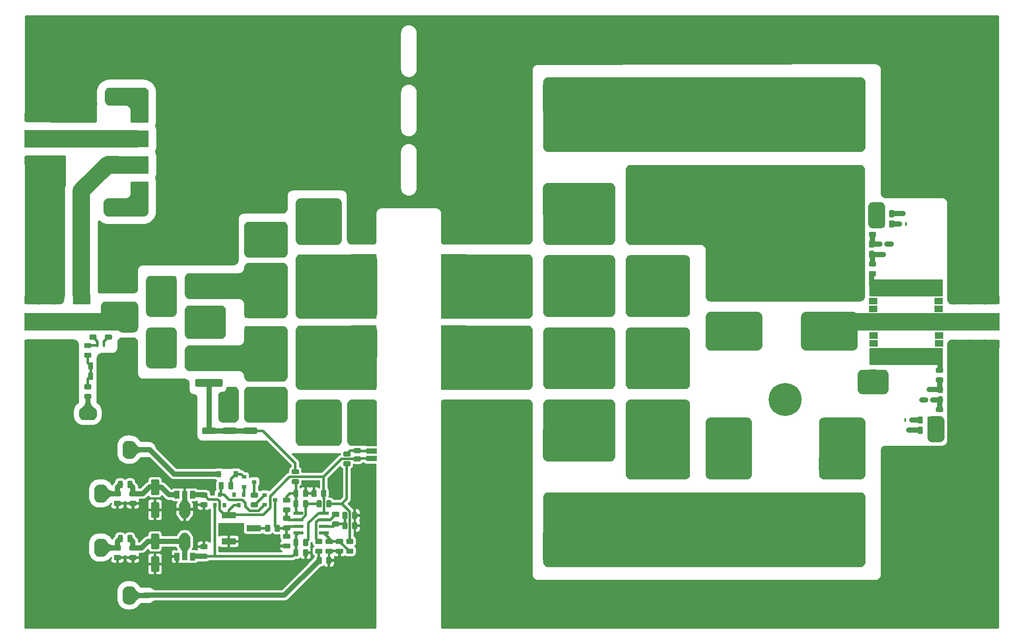
<source format=gbr>
%TF.GenerationSoftware,KiCad,Pcbnew,5.1.5+dfsg1-2~bpo10+1*%
%TF.CreationDate,2020-01-11T17:37:17+01:00*%
%TF.ProjectId,RF-AMP-VHF_V1,52462d41-4d50-42d5-9648-465f56312e6b,A*%
%TF.SameCoordinates,Original*%
%TF.FileFunction,Copper,L1,Top*%
%TF.FilePolarity,Positive*%
%FSLAX46Y46*%
G04 Gerber Fmt 4.6, Leading zero omitted, Abs format (unit mm)*
G04 Created by KiCad (PCBNEW 5.1.5+dfsg1-2~bpo10+1) date 2020-01-11 17:37:17*
%MOMM*%
%LPD*%
G04 APERTURE LIST*
%ADD10C,0.100000*%
%ADD11C,6.400000*%
%ADD12R,1.500000X0.600000*%
%ADD13C,8.600000*%
%ADD14R,2.000000X1.000000*%
%ADD15R,0.800000X0.900000*%
%ADD16R,5.080000X1.500000*%
%ADD17R,5.080000X3.370000*%
%ADD18R,0.900000X0.800000*%
%ADD19R,5.000000X12.500000*%
%ADD20R,2.790000X1.190000*%
%ADD21R,1.000000X1.500000*%
%ADD22R,1.000000X1.800000*%
%ADD23R,2.200000X1.840000*%
%ADD24R,0.900000X1.200000*%
%ADD25R,0.450000X0.700000*%
%ADD26R,0.600000X1.500000*%
%ADD27R,9.400000X10.800000*%
%ADD28R,4.600000X1.100000*%
%ADD29R,4.600000X3.300000*%
%ADD30R,4.600000X3.370000*%
%ADD31C,0.800000*%
%ADD32C,1.000000*%
%ADD33C,0.500000*%
%ADD34C,3.370000*%
%ADD35C,0.254000*%
%ADD36C,0.300000*%
G04 APERTURE END LIST*
D10*
G36*
X200750000Y-96500000D02*
G01*
X199250000Y-96500000D01*
X199250000Y-95300000D01*
X200750000Y-95300000D01*
X200750000Y-96500000D01*
G37*
X200750000Y-96500000D02*
X199250000Y-96500000D01*
X199250000Y-95300000D01*
X200750000Y-95300000D01*
X200750000Y-96500000D01*
G36*
X200750000Y-98000000D02*
G01*
X199250000Y-98000000D01*
X199250000Y-96800000D01*
X200750000Y-96800000D01*
X200750000Y-98000000D01*
G37*
X200750000Y-98000000D02*
X199250000Y-98000000D01*
X199250000Y-96800000D01*
X200750000Y-96800000D01*
X200750000Y-98000000D01*
G36*
X213450000Y-98000000D02*
G01*
X211950000Y-98000000D01*
X211950000Y-96800000D01*
X213450000Y-96800000D01*
X213450000Y-98000000D01*
G37*
X213450000Y-98000000D02*
X211950000Y-98000000D01*
X211950000Y-96800000D01*
X213450000Y-96800000D01*
X213450000Y-98000000D01*
G36*
X213450000Y-96500000D02*
G01*
X211950000Y-96500000D01*
X211950000Y-95300000D01*
X213450000Y-95300000D01*
X213450000Y-96500000D01*
G37*
X213450000Y-96500000D02*
X211950000Y-96500000D01*
X211950000Y-95300000D01*
X213450000Y-95300000D01*
X213450000Y-96500000D01*
G36*
X200800000Y-104700000D02*
G01*
X199300000Y-104700000D01*
X199300000Y-103500000D01*
X200800000Y-103500000D01*
X200800000Y-104700000D01*
G37*
X200800000Y-104700000D02*
X199300000Y-104700000D01*
X199300000Y-103500000D01*
X200800000Y-103500000D01*
X200800000Y-104700000D01*
G36*
X200800000Y-103200000D02*
G01*
X199300000Y-103200000D01*
X199300000Y-102000000D01*
X200800000Y-102000000D01*
X200800000Y-103200000D01*
G37*
X200800000Y-103200000D02*
X199300000Y-103200000D01*
X199300000Y-102000000D01*
X200800000Y-102000000D01*
X200800000Y-103200000D01*
G36*
X213500000Y-103200000D02*
G01*
X212000000Y-103200000D01*
X212000000Y-102000000D01*
X213500000Y-102000000D01*
X213500000Y-103200000D01*
G37*
X213500000Y-103200000D02*
X212000000Y-103200000D01*
X212000000Y-102000000D01*
X213500000Y-102000000D01*
X213500000Y-103200000D01*
G36*
X213500000Y-104700000D02*
G01*
X212000000Y-104700000D01*
X212000000Y-103500000D01*
X213500000Y-103500000D01*
X213500000Y-104700000D01*
G37*
X213500000Y-104700000D02*
X212000000Y-104700000D01*
X212000000Y-103500000D01*
X213500000Y-103500000D01*
X213500000Y-104700000D01*
D11*
X76000000Y-67000000D03*
X76000000Y-53000000D03*
D12*
X72550000Y-99400000D03*
X79450000Y-93600000D03*
D11*
X183000000Y-85000000D03*
X183000000Y-115000000D03*
X40000000Y-85000000D03*
X40000000Y-115000000D03*
X219500000Y-115000000D03*
X219500000Y-85000000D03*
D13*
X218000000Y-153000000D03*
X218000000Y-47000000D03*
X42000000Y-47000000D03*
X42000000Y-153000000D03*
X97250000Y-153000000D03*
X122750000Y-153000000D03*
X122750000Y-125000000D03*
X122750000Y-75000000D03*
X122750000Y-47000000D03*
X97250000Y-47000000D03*
%TA.AperFunction,SMDPad,CuDef*%
D10*
G36*
X172098017Y-118504815D02*
G01*
X172195090Y-118519215D01*
X172290285Y-118543060D01*
X172382683Y-118576120D01*
X172471397Y-118618079D01*
X172555570Y-118668530D01*
X172634393Y-118726990D01*
X172707107Y-118792893D01*
X172773010Y-118865607D01*
X172831470Y-118944430D01*
X172881921Y-119028603D01*
X172923880Y-119117317D01*
X172956940Y-119209715D01*
X172980785Y-119304910D01*
X172995185Y-119401983D01*
X173000000Y-119500000D01*
X173000000Y-124500000D01*
X172995185Y-124598017D01*
X172980785Y-124695090D01*
X172956940Y-124790285D01*
X172923880Y-124882683D01*
X172881921Y-124971397D01*
X172831470Y-125055570D01*
X172773010Y-125134393D01*
X172707107Y-125207107D01*
X172634393Y-125273010D01*
X172555570Y-125331470D01*
X172471397Y-125381921D01*
X172382683Y-125423880D01*
X172290285Y-125456940D01*
X172195090Y-125480785D01*
X172098017Y-125495185D01*
X172000000Y-125500000D01*
X170000000Y-125500000D01*
X169901983Y-125495185D01*
X169804910Y-125480785D01*
X169709715Y-125456940D01*
X169617317Y-125423880D01*
X169528603Y-125381921D01*
X169444430Y-125331470D01*
X169365607Y-125273010D01*
X169292893Y-125207107D01*
X169226990Y-125134393D01*
X169168530Y-125055570D01*
X169118079Y-124971397D01*
X169076120Y-124882683D01*
X169043060Y-124790285D01*
X169019215Y-124695090D01*
X169004815Y-124598017D01*
X169000000Y-124500000D01*
X169000000Y-119500000D01*
X169004815Y-119401983D01*
X169019215Y-119304910D01*
X169043060Y-119209715D01*
X169076120Y-119117317D01*
X169118079Y-119028603D01*
X169168530Y-118944430D01*
X169226990Y-118865607D01*
X169292893Y-118792893D01*
X169365607Y-118726990D01*
X169444430Y-118668530D01*
X169528603Y-118618079D01*
X169617317Y-118576120D01*
X169709715Y-118543060D01*
X169804910Y-118519215D01*
X169901983Y-118504815D01*
X170000000Y-118500000D01*
X172000000Y-118500000D01*
X172098017Y-118504815D01*
G37*
%TD.AperFunction*%
%TA.AperFunction,SMDPad,CuDef*%
G36*
X172098017Y-98504815D02*
G01*
X172195090Y-98519215D01*
X172290285Y-98543060D01*
X172382683Y-98576120D01*
X172471397Y-98618079D01*
X172555570Y-98668530D01*
X172634393Y-98726990D01*
X172707107Y-98792893D01*
X172773010Y-98865607D01*
X172831470Y-98944430D01*
X172881921Y-99028603D01*
X172923880Y-99117317D01*
X172956940Y-99209715D01*
X172980785Y-99304910D01*
X172995185Y-99401983D01*
X173000000Y-99500000D01*
X173000000Y-104500000D01*
X172995185Y-104598017D01*
X172980785Y-104695090D01*
X172956940Y-104790285D01*
X172923880Y-104882683D01*
X172881921Y-104971397D01*
X172831470Y-105055570D01*
X172773010Y-105134393D01*
X172707107Y-105207107D01*
X172634393Y-105273010D01*
X172555570Y-105331470D01*
X172471397Y-105381921D01*
X172382683Y-105423880D01*
X172290285Y-105456940D01*
X172195090Y-105480785D01*
X172098017Y-105495185D01*
X172000000Y-105500000D01*
X170000000Y-105500000D01*
X169901983Y-105495185D01*
X169804910Y-105480785D01*
X169709715Y-105456940D01*
X169617317Y-105423880D01*
X169528603Y-105381921D01*
X169444430Y-105331470D01*
X169365607Y-105273010D01*
X169292893Y-105207107D01*
X169226990Y-105134393D01*
X169168530Y-105055570D01*
X169118079Y-104971397D01*
X169076120Y-104882683D01*
X169043060Y-104790285D01*
X169019215Y-104695090D01*
X169004815Y-104598017D01*
X169000000Y-104500000D01*
X169000000Y-99500000D01*
X169004815Y-99401983D01*
X169019215Y-99304910D01*
X169043060Y-99209715D01*
X169076120Y-99117317D01*
X169118079Y-99028603D01*
X169168530Y-98944430D01*
X169226990Y-98865607D01*
X169292893Y-98792893D01*
X169365607Y-98726990D01*
X169444430Y-98668530D01*
X169528603Y-98618079D01*
X169617317Y-98576120D01*
X169709715Y-98543060D01*
X169804910Y-98519215D01*
X169901983Y-98504815D01*
X170000000Y-98500000D01*
X172000000Y-98500000D01*
X172098017Y-98504815D01*
G37*
%TD.AperFunction*%
%TA.AperFunction,SMDPad,CuDef*%
G36*
X195598017Y-125504815D02*
G01*
X195695090Y-125519215D01*
X195790285Y-125543060D01*
X195882683Y-125576120D01*
X195971397Y-125618079D01*
X196055570Y-125668530D01*
X196134393Y-125726990D01*
X196207107Y-125792893D01*
X196273010Y-125865607D01*
X196331470Y-125944430D01*
X196381921Y-126028603D01*
X196423880Y-126117317D01*
X196456940Y-126209715D01*
X196480785Y-126304910D01*
X196495185Y-126401983D01*
X196500000Y-126500000D01*
X196500000Y-128500000D01*
X196495185Y-128598017D01*
X196480785Y-128695090D01*
X196456940Y-128790285D01*
X196423880Y-128882683D01*
X196381921Y-128971397D01*
X196331470Y-129055570D01*
X196273010Y-129134393D01*
X196207107Y-129207107D01*
X196134393Y-129273010D01*
X196055570Y-129331470D01*
X195971397Y-129381921D01*
X195882683Y-129423880D01*
X195790285Y-129456940D01*
X195695090Y-129480785D01*
X195598017Y-129495185D01*
X195500000Y-129500000D01*
X190500000Y-129500000D01*
X190401983Y-129495185D01*
X190304910Y-129480785D01*
X190209715Y-129456940D01*
X190117317Y-129423880D01*
X190028603Y-129381921D01*
X189944430Y-129331470D01*
X189865607Y-129273010D01*
X189792893Y-129207107D01*
X189726990Y-129134393D01*
X189668530Y-129055570D01*
X189618079Y-128971397D01*
X189576120Y-128882683D01*
X189543060Y-128790285D01*
X189519215Y-128695090D01*
X189504815Y-128598017D01*
X189500000Y-128500000D01*
X189500000Y-126500000D01*
X189504815Y-126401983D01*
X189519215Y-126304910D01*
X189543060Y-126209715D01*
X189576120Y-126117317D01*
X189618079Y-126028603D01*
X189668530Y-125944430D01*
X189726990Y-125865607D01*
X189792893Y-125792893D01*
X189865607Y-125726990D01*
X189944430Y-125668530D01*
X190028603Y-125618079D01*
X190117317Y-125576120D01*
X190209715Y-125543060D01*
X190304910Y-125519215D01*
X190401983Y-125504815D01*
X190500000Y-125500000D01*
X195500000Y-125500000D01*
X195598017Y-125504815D01*
G37*
%TD.AperFunction*%
%TA.AperFunction,SMDPad,CuDef*%
G36*
X175598017Y-125504815D02*
G01*
X175695090Y-125519215D01*
X175790285Y-125543060D01*
X175882683Y-125576120D01*
X175971397Y-125618079D01*
X176055570Y-125668530D01*
X176134393Y-125726990D01*
X176207107Y-125792893D01*
X176273010Y-125865607D01*
X176331470Y-125944430D01*
X176381921Y-126028603D01*
X176423880Y-126117317D01*
X176456940Y-126209715D01*
X176480785Y-126304910D01*
X176495185Y-126401983D01*
X176500000Y-126500000D01*
X176500000Y-128500000D01*
X176495185Y-128598017D01*
X176480785Y-128695090D01*
X176456940Y-128790285D01*
X176423880Y-128882683D01*
X176381921Y-128971397D01*
X176331470Y-129055570D01*
X176273010Y-129134393D01*
X176207107Y-129207107D01*
X176134393Y-129273010D01*
X176055570Y-129331470D01*
X175971397Y-129381921D01*
X175882683Y-129423880D01*
X175790285Y-129456940D01*
X175695090Y-129480785D01*
X175598017Y-129495185D01*
X175500000Y-129500000D01*
X170500000Y-129500000D01*
X170401983Y-129495185D01*
X170304910Y-129480785D01*
X170209715Y-129456940D01*
X170117317Y-129423880D01*
X170028603Y-129381921D01*
X169944430Y-129331470D01*
X169865607Y-129273010D01*
X169792893Y-129207107D01*
X169726990Y-129134393D01*
X169668530Y-129055570D01*
X169618079Y-128971397D01*
X169576120Y-128882683D01*
X169543060Y-128790285D01*
X169519215Y-128695090D01*
X169504815Y-128598017D01*
X169500000Y-128500000D01*
X169500000Y-126500000D01*
X169504815Y-126401983D01*
X169519215Y-126304910D01*
X169543060Y-126209715D01*
X169576120Y-126117317D01*
X169618079Y-126028603D01*
X169668530Y-125944430D01*
X169726990Y-125865607D01*
X169792893Y-125792893D01*
X169865607Y-125726990D01*
X169944430Y-125668530D01*
X170028603Y-125618079D01*
X170117317Y-125576120D01*
X170209715Y-125543060D01*
X170304910Y-125519215D01*
X170401983Y-125504815D01*
X170500000Y-125500000D01*
X175500000Y-125500000D01*
X175598017Y-125504815D01*
G37*
%TD.AperFunction*%
%TA.AperFunction,SMDPad,CuDef*%
G36*
X196098017Y-98504815D02*
G01*
X196195090Y-98519215D01*
X196290285Y-98543060D01*
X196382683Y-98576120D01*
X196471397Y-98618079D01*
X196555570Y-98668530D01*
X196634393Y-98726990D01*
X196707107Y-98792893D01*
X196773010Y-98865607D01*
X196831470Y-98944430D01*
X196881921Y-99028603D01*
X196923880Y-99117317D01*
X196956940Y-99209715D01*
X196980785Y-99304910D01*
X196995185Y-99401983D01*
X197000000Y-99500000D01*
X197000000Y-104500000D01*
X196995185Y-104598017D01*
X196980785Y-104695090D01*
X196956940Y-104790285D01*
X196923880Y-104882683D01*
X196881921Y-104971397D01*
X196831470Y-105055570D01*
X196773010Y-105134393D01*
X196707107Y-105207107D01*
X196634393Y-105273010D01*
X196555570Y-105331470D01*
X196471397Y-105381921D01*
X196382683Y-105423880D01*
X196290285Y-105456940D01*
X196195090Y-105480785D01*
X196098017Y-105495185D01*
X196000000Y-105500000D01*
X194000000Y-105500000D01*
X193901983Y-105495185D01*
X193804910Y-105480785D01*
X193709715Y-105456940D01*
X193617317Y-105423880D01*
X193528603Y-105381921D01*
X193444430Y-105331470D01*
X193365607Y-105273010D01*
X193292893Y-105207107D01*
X193226990Y-105134393D01*
X193168530Y-105055570D01*
X193118079Y-104971397D01*
X193076120Y-104882683D01*
X193043060Y-104790285D01*
X193019215Y-104695090D01*
X193004815Y-104598017D01*
X193000000Y-104500000D01*
X193000000Y-99500000D01*
X193004815Y-99401983D01*
X193019215Y-99304910D01*
X193043060Y-99209715D01*
X193076120Y-99117317D01*
X193118079Y-99028603D01*
X193168530Y-98944430D01*
X193226990Y-98865607D01*
X193292893Y-98792893D01*
X193365607Y-98726990D01*
X193444430Y-98668530D01*
X193528603Y-98618079D01*
X193617317Y-98576120D01*
X193709715Y-98543060D01*
X193804910Y-98519215D01*
X193901983Y-98504815D01*
X194000000Y-98500000D01*
X196000000Y-98500000D01*
X196098017Y-98504815D01*
G37*
%TD.AperFunction*%
%TA.AperFunction,SMDPad,CuDef*%
G36*
X196098017Y-118504815D02*
G01*
X196195090Y-118519215D01*
X196290285Y-118543060D01*
X196382683Y-118576120D01*
X196471397Y-118618079D01*
X196555570Y-118668530D01*
X196634393Y-118726990D01*
X196707107Y-118792893D01*
X196773010Y-118865607D01*
X196831470Y-118944430D01*
X196881921Y-119028603D01*
X196923880Y-119117317D01*
X196956940Y-119209715D01*
X196980785Y-119304910D01*
X196995185Y-119401983D01*
X197000000Y-119500000D01*
X197000000Y-124500000D01*
X196995185Y-124598017D01*
X196980785Y-124695090D01*
X196956940Y-124790285D01*
X196923880Y-124882683D01*
X196881921Y-124971397D01*
X196831470Y-125055570D01*
X196773010Y-125134393D01*
X196707107Y-125207107D01*
X196634393Y-125273010D01*
X196555570Y-125331470D01*
X196471397Y-125381921D01*
X196382683Y-125423880D01*
X196290285Y-125456940D01*
X196195090Y-125480785D01*
X196098017Y-125495185D01*
X196000000Y-125500000D01*
X194000000Y-125500000D01*
X193901983Y-125495185D01*
X193804910Y-125480785D01*
X193709715Y-125456940D01*
X193617317Y-125423880D01*
X193528603Y-125381921D01*
X193444430Y-125331470D01*
X193365607Y-125273010D01*
X193292893Y-125207107D01*
X193226990Y-125134393D01*
X193168530Y-125055570D01*
X193118079Y-124971397D01*
X193076120Y-124882683D01*
X193043060Y-124790285D01*
X193019215Y-124695090D01*
X193004815Y-124598017D01*
X193000000Y-124500000D01*
X193000000Y-119500000D01*
X193004815Y-119401983D01*
X193019215Y-119304910D01*
X193043060Y-119209715D01*
X193076120Y-119117317D01*
X193118079Y-119028603D01*
X193168530Y-118944430D01*
X193226990Y-118865607D01*
X193292893Y-118792893D01*
X193365607Y-118726990D01*
X193444430Y-118668530D01*
X193528603Y-118618079D01*
X193617317Y-118576120D01*
X193709715Y-118543060D01*
X193804910Y-118519215D01*
X193901983Y-118504815D01*
X194000000Y-118500000D01*
X196000000Y-118500000D01*
X196098017Y-118504815D01*
G37*
%TD.AperFunction*%
%TA.AperFunction,SMDPad,CuDef*%
G36*
X139098017Y-73004815D02*
G01*
X139195090Y-73019215D01*
X139290285Y-73043060D01*
X139382683Y-73076120D01*
X139471397Y-73118079D01*
X139555570Y-73168530D01*
X139634393Y-73226990D01*
X139707107Y-73292893D01*
X139773010Y-73365607D01*
X139831470Y-73444430D01*
X139881921Y-73528603D01*
X139923880Y-73617317D01*
X139956940Y-73709715D01*
X139980785Y-73804910D01*
X139995185Y-73901983D01*
X140000000Y-74000000D01*
X140000000Y-79000000D01*
X139995185Y-79098017D01*
X139980785Y-79195090D01*
X139956940Y-79290285D01*
X139923880Y-79382683D01*
X139881921Y-79471397D01*
X139831470Y-79555570D01*
X139773010Y-79634393D01*
X139707107Y-79707107D01*
X139634393Y-79773010D01*
X139555570Y-79831470D01*
X139471397Y-79881921D01*
X139382683Y-79923880D01*
X139290285Y-79956940D01*
X139195090Y-79980785D01*
X139098017Y-79995185D01*
X139000000Y-80000000D01*
X137000000Y-80000000D01*
X136901983Y-79995185D01*
X136804910Y-79980785D01*
X136709715Y-79956940D01*
X136617317Y-79923880D01*
X136528603Y-79881921D01*
X136444430Y-79831470D01*
X136365607Y-79773010D01*
X136292893Y-79707107D01*
X136226990Y-79634393D01*
X136168530Y-79555570D01*
X136118079Y-79471397D01*
X136076120Y-79382683D01*
X136043060Y-79290285D01*
X136019215Y-79195090D01*
X136004815Y-79098017D01*
X136000000Y-79000000D01*
X136000000Y-74000000D01*
X136004815Y-73901983D01*
X136019215Y-73804910D01*
X136043060Y-73709715D01*
X136076120Y-73617317D01*
X136118079Y-73528603D01*
X136168530Y-73444430D01*
X136226990Y-73365607D01*
X136292893Y-73292893D01*
X136365607Y-73226990D01*
X136444430Y-73168530D01*
X136528603Y-73118079D01*
X136617317Y-73076120D01*
X136709715Y-73043060D01*
X136804910Y-73019215D01*
X136901983Y-73004815D01*
X137000000Y-73000000D01*
X139000000Y-73000000D01*
X139098017Y-73004815D01*
G37*
%TD.AperFunction*%
%TA.AperFunction,SMDPad,CuDef*%
G36*
X139098017Y-53004815D02*
G01*
X139195090Y-53019215D01*
X139290285Y-53043060D01*
X139382683Y-53076120D01*
X139471397Y-53118079D01*
X139555570Y-53168530D01*
X139634393Y-53226990D01*
X139707107Y-53292893D01*
X139773010Y-53365607D01*
X139831470Y-53444430D01*
X139881921Y-53528603D01*
X139923880Y-53617317D01*
X139956940Y-53709715D01*
X139980785Y-53804910D01*
X139995185Y-53901983D01*
X140000000Y-54000000D01*
X140000000Y-59000000D01*
X139995185Y-59098017D01*
X139980785Y-59195090D01*
X139956940Y-59290285D01*
X139923880Y-59382683D01*
X139881921Y-59471397D01*
X139831470Y-59555570D01*
X139773010Y-59634393D01*
X139707107Y-59707107D01*
X139634393Y-59773010D01*
X139555570Y-59831470D01*
X139471397Y-59881921D01*
X139382683Y-59923880D01*
X139290285Y-59956940D01*
X139195090Y-59980785D01*
X139098017Y-59995185D01*
X139000000Y-60000000D01*
X137000000Y-60000000D01*
X136901983Y-59995185D01*
X136804910Y-59980785D01*
X136709715Y-59956940D01*
X136617317Y-59923880D01*
X136528603Y-59881921D01*
X136444430Y-59831470D01*
X136365607Y-59773010D01*
X136292893Y-59707107D01*
X136226990Y-59634393D01*
X136168530Y-59555570D01*
X136118079Y-59471397D01*
X136076120Y-59382683D01*
X136043060Y-59290285D01*
X136019215Y-59195090D01*
X136004815Y-59098017D01*
X136000000Y-59000000D01*
X136000000Y-54000000D01*
X136004815Y-53901983D01*
X136019215Y-53804910D01*
X136043060Y-53709715D01*
X136076120Y-53617317D01*
X136118079Y-53528603D01*
X136168530Y-53444430D01*
X136226990Y-53365607D01*
X136292893Y-53292893D01*
X136365607Y-53226990D01*
X136444430Y-53168530D01*
X136528603Y-53118079D01*
X136617317Y-53076120D01*
X136709715Y-53043060D01*
X136804910Y-53019215D01*
X136901983Y-53004815D01*
X137000000Y-53000000D01*
X139000000Y-53000000D01*
X139098017Y-53004815D01*
G37*
%TD.AperFunction*%
%TA.AperFunction,SMDPad,CuDef*%
G36*
X139098017Y-140004815D02*
G01*
X139195090Y-140019215D01*
X139290285Y-140043060D01*
X139382683Y-140076120D01*
X139471397Y-140118079D01*
X139555570Y-140168530D01*
X139634393Y-140226990D01*
X139707107Y-140292893D01*
X139773010Y-140365607D01*
X139831470Y-140444430D01*
X139881921Y-140528603D01*
X139923880Y-140617317D01*
X139956940Y-140709715D01*
X139980785Y-140804910D01*
X139995185Y-140901983D01*
X140000000Y-141000000D01*
X140000000Y-146000000D01*
X139995185Y-146098017D01*
X139980785Y-146195090D01*
X139956940Y-146290285D01*
X139923880Y-146382683D01*
X139881921Y-146471397D01*
X139831470Y-146555570D01*
X139773010Y-146634393D01*
X139707107Y-146707107D01*
X139634393Y-146773010D01*
X139555570Y-146831470D01*
X139471397Y-146881921D01*
X139382683Y-146923880D01*
X139290285Y-146956940D01*
X139195090Y-146980785D01*
X139098017Y-146995185D01*
X139000000Y-147000000D01*
X137000000Y-147000000D01*
X136901983Y-146995185D01*
X136804910Y-146980785D01*
X136709715Y-146956940D01*
X136617317Y-146923880D01*
X136528603Y-146881921D01*
X136444430Y-146831470D01*
X136365607Y-146773010D01*
X136292893Y-146707107D01*
X136226990Y-146634393D01*
X136168530Y-146555570D01*
X136118079Y-146471397D01*
X136076120Y-146382683D01*
X136043060Y-146290285D01*
X136019215Y-146195090D01*
X136004815Y-146098017D01*
X136000000Y-146000000D01*
X136000000Y-141000000D01*
X136004815Y-140901983D01*
X136019215Y-140804910D01*
X136043060Y-140709715D01*
X136076120Y-140617317D01*
X136118079Y-140528603D01*
X136168530Y-140444430D01*
X136226990Y-140365607D01*
X136292893Y-140292893D01*
X136365607Y-140226990D01*
X136444430Y-140168530D01*
X136528603Y-140118079D01*
X136617317Y-140076120D01*
X136709715Y-140043060D01*
X136804910Y-140019215D01*
X136901983Y-140004815D01*
X137000000Y-140000000D01*
X139000000Y-140000000D01*
X139098017Y-140004815D01*
G37*
%TD.AperFunction*%
%TA.AperFunction,SMDPad,CuDef*%
G36*
X139098017Y-120004815D02*
G01*
X139195090Y-120019215D01*
X139290285Y-120043060D01*
X139382683Y-120076120D01*
X139471397Y-120118079D01*
X139555570Y-120168530D01*
X139634393Y-120226990D01*
X139707107Y-120292893D01*
X139773010Y-120365607D01*
X139831470Y-120444430D01*
X139881921Y-120528603D01*
X139923880Y-120617317D01*
X139956940Y-120709715D01*
X139980785Y-120804910D01*
X139995185Y-120901983D01*
X140000000Y-121000000D01*
X140000000Y-126000000D01*
X139995185Y-126098017D01*
X139980785Y-126195090D01*
X139956940Y-126290285D01*
X139923880Y-126382683D01*
X139881921Y-126471397D01*
X139831470Y-126555570D01*
X139773010Y-126634393D01*
X139707107Y-126707107D01*
X139634393Y-126773010D01*
X139555570Y-126831470D01*
X139471397Y-126881921D01*
X139382683Y-126923880D01*
X139290285Y-126956940D01*
X139195090Y-126980785D01*
X139098017Y-126995185D01*
X139000000Y-127000000D01*
X137000000Y-127000000D01*
X136901983Y-126995185D01*
X136804910Y-126980785D01*
X136709715Y-126956940D01*
X136617317Y-126923880D01*
X136528603Y-126881921D01*
X136444430Y-126831470D01*
X136365607Y-126773010D01*
X136292893Y-126707107D01*
X136226990Y-126634393D01*
X136168530Y-126555570D01*
X136118079Y-126471397D01*
X136076120Y-126382683D01*
X136043060Y-126290285D01*
X136019215Y-126195090D01*
X136004815Y-126098017D01*
X136000000Y-126000000D01*
X136000000Y-121000000D01*
X136004815Y-120901983D01*
X136019215Y-120804910D01*
X136043060Y-120709715D01*
X136076120Y-120617317D01*
X136118079Y-120528603D01*
X136168530Y-120444430D01*
X136226990Y-120365607D01*
X136292893Y-120292893D01*
X136365607Y-120226990D01*
X136444430Y-120168530D01*
X136528603Y-120118079D01*
X136617317Y-120076120D01*
X136709715Y-120043060D01*
X136804910Y-120019215D01*
X136901983Y-120004815D01*
X137000000Y-120000000D01*
X139000000Y-120000000D01*
X139098017Y-120004815D01*
G37*
%TD.AperFunction*%
D14*
X102800000Y-125030000D03*
X102800000Y-123600000D03*
X102800000Y-126500000D03*
%TA.AperFunction,SMDPad,CuDef*%
D10*
G36*
X53980142Y-132826174D02*
G01*
X54003803Y-132829684D01*
X54027007Y-132835496D01*
X54049529Y-132843554D01*
X54071153Y-132853782D01*
X54091670Y-132866079D01*
X54110883Y-132880329D01*
X54128607Y-132896393D01*
X54144671Y-132914117D01*
X54158921Y-132933330D01*
X54171218Y-132953847D01*
X54181446Y-132975471D01*
X54189504Y-132997993D01*
X54195316Y-133021197D01*
X54198826Y-133044858D01*
X54200000Y-133068750D01*
X54200000Y-133556250D01*
X54198826Y-133580142D01*
X54195316Y-133603803D01*
X54189504Y-133627007D01*
X54181446Y-133649529D01*
X54171218Y-133671153D01*
X54158921Y-133691670D01*
X54144671Y-133710883D01*
X54128607Y-133728607D01*
X54110883Y-133744671D01*
X54091670Y-133758921D01*
X54071153Y-133771218D01*
X54049529Y-133781446D01*
X54027007Y-133789504D01*
X54003803Y-133795316D01*
X53980142Y-133798826D01*
X53956250Y-133800000D01*
X53043750Y-133800000D01*
X53019858Y-133798826D01*
X52996197Y-133795316D01*
X52972993Y-133789504D01*
X52950471Y-133781446D01*
X52928847Y-133771218D01*
X52908330Y-133758921D01*
X52889117Y-133744671D01*
X52871393Y-133728607D01*
X52855329Y-133710883D01*
X52841079Y-133691670D01*
X52828782Y-133671153D01*
X52818554Y-133649529D01*
X52810496Y-133627007D01*
X52804684Y-133603803D01*
X52801174Y-133580142D01*
X52800000Y-133556250D01*
X52800000Y-133068750D01*
X52801174Y-133044858D01*
X52804684Y-133021197D01*
X52810496Y-132997993D01*
X52818554Y-132975471D01*
X52828782Y-132953847D01*
X52841079Y-132933330D01*
X52855329Y-132914117D01*
X52871393Y-132896393D01*
X52889117Y-132880329D01*
X52908330Y-132866079D01*
X52928847Y-132853782D01*
X52950471Y-132843554D01*
X52972993Y-132835496D01*
X52996197Y-132829684D01*
X53019858Y-132826174D01*
X53043750Y-132825000D01*
X53956250Y-132825000D01*
X53980142Y-132826174D01*
G37*
%TD.AperFunction*%
%TA.AperFunction,SMDPad,CuDef*%
G36*
X53980142Y-134701174D02*
G01*
X54003803Y-134704684D01*
X54027007Y-134710496D01*
X54049529Y-134718554D01*
X54071153Y-134728782D01*
X54091670Y-134741079D01*
X54110883Y-134755329D01*
X54128607Y-134771393D01*
X54144671Y-134789117D01*
X54158921Y-134808330D01*
X54171218Y-134828847D01*
X54181446Y-134850471D01*
X54189504Y-134872993D01*
X54195316Y-134896197D01*
X54198826Y-134919858D01*
X54200000Y-134943750D01*
X54200000Y-135431250D01*
X54198826Y-135455142D01*
X54195316Y-135478803D01*
X54189504Y-135502007D01*
X54181446Y-135524529D01*
X54171218Y-135546153D01*
X54158921Y-135566670D01*
X54144671Y-135585883D01*
X54128607Y-135603607D01*
X54110883Y-135619671D01*
X54091670Y-135633921D01*
X54071153Y-135646218D01*
X54049529Y-135656446D01*
X54027007Y-135664504D01*
X54003803Y-135670316D01*
X53980142Y-135673826D01*
X53956250Y-135675000D01*
X53043750Y-135675000D01*
X53019858Y-135673826D01*
X52996197Y-135670316D01*
X52972993Y-135664504D01*
X52950471Y-135656446D01*
X52928847Y-135646218D01*
X52908330Y-135633921D01*
X52889117Y-135619671D01*
X52871393Y-135603607D01*
X52855329Y-135585883D01*
X52841079Y-135566670D01*
X52828782Y-135546153D01*
X52818554Y-135524529D01*
X52810496Y-135502007D01*
X52804684Y-135478803D01*
X52801174Y-135455142D01*
X52800000Y-135431250D01*
X52800000Y-134943750D01*
X52801174Y-134919858D01*
X52804684Y-134896197D01*
X52810496Y-134872993D01*
X52818554Y-134850471D01*
X52828782Y-134828847D01*
X52841079Y-134808330D01*
X52855329Y-134789117D01*
X52871393Y-134771393D01*
X52889117Y-134755329D01*
X52908330Y-134741079D01*
X52928847Y-134728782D01*
X52950471Y-134718554D01*
X52972993Y-134710496D01*
X52996197Y-134704684D01*
X53019858Y-134701174D01*
X53043750Y-134700000D01*
X53956250Y-134700000D01*
X53980142Y-134701174D01*
G37*
%TD.AperFunction*%
%TA.AperFunction,SMDPad,CuDef*%
G36*
X53980142Y-143326174D02*
G01*
X54003803Y-143329684D01*
X54027007Y-143335496D01*
X54049529Y-143343554D01*
X54071153Y-143353782D01*
X54091670Y-143366079D01*
X54110883Y-143380329D01*
X54128607Y-143396393D01*
X54144671Y-143414117D01*
X54158921Y-143433330D01*
X54171218Y-143453847D01*
X54181446Y-143475471D01*
X54189504Y-143497993D01*
X54195316Y-143521197D01*
X54198826Y-143544858D01*
X54200000Y-143568750D01*
X54200000Y-144056250D01*
X54198826Y-144080142D01*
X54195316Y-144103803D01*
X54189504Y-144127007D01*
X54181446Y-144149529D01*
X54171218Y-144171153D01*
X54158921Y-144191670D01*
X54144671Y-144210883D01*
X54128607Y-144228607D01*
X54110883Y-144244671D01*
X54091670Y-144258921D01*
X54071153Y-144271218D01*
X54049529Y-144281446D01*
X54027007Y-144289504D01*
X54003803Y-144295316D01*
X53980142Y-144298826D01*
X53956250Y-144300000D01*
X53043750Y-144300000D01*
X53019858Y-144298826D01*
X52996197Y-144295316D01*
X52972993Y-144289504D01*
X52950471Y-144281446D01*
X52928847Y-144271218D01*
X52908330Y-144258921D01*
X52889117Y-144244671D01*
X52871393Y-144228607D01*
X52855329Y-144210883D01*
X52841079Y-144191670D01*
X52828782Y-144171153D01*
X52818554Y-144149529D01*
X52810496Y-144127007D01*
X52804684Y-144103803D01*
X52801174Y-144080142D01*
X52800000Y-144056250D01*
X52800000Y-143568750D01*
X52801174Y-143544858D01*
X52804684Y-143521197D01*
X52810496Y-143497993D01*
X52818554Y-143475471D01*
X52828782Y-143453847D01*
X52841079Y-143433330D01*
X52855329Y-143414117D01*
X52871393Y-143396393D01*
X52889117Y-143380329D01*
X52908330Y-143366079D01*
X52928847Y-143353782D01*
X52950471Y-143343554D01*
X52972993Y-143335496D01*
X52996197Y-143329684D01*
X53019858Y-143326174D01*
X53043750Y-143325000D01*
X53956250Y-143325000D01*
X53980142Y-143326174D01*
G37*
%TD.AperFunction*%
%TA.AperFunction,SMDPad,CuDef*%
G36*
X53980142Y-145201174D02*
G01*
X54003803Y-145204684D01*
X54027007Y-145210496D01*
X54049529Y-145218554D01*
X54071153Y-145228782D01*
X54091670Y-145241079D01*
X54110883Y-145255329D01*
X54128607Y-145271393D01*
X54144671Y-145289117D01*
X54158921Y-145308330D01*
X54171218Y-145328847D01*
X54181446Y-145350471D01*
X54189504Y-145372993D01*
X54195316Y-145396197D01*
X54198826Y-145419858D01*
X54200000Y-145443750D01*
X54200000Y-145931250D01*
X54198826Y-145955142D01*
X54195316Y-145978803D01*
X54189504Y-146002007D01*
X54181446Y-146024529D01*
X54171218Y-146046153D01*
X54158921Y-146066670D01*
X54144671Y-146085883D01*
X54128607Y-146103607D01*
X54110883Y-146119671D01*
X54091670Y-146133921D01*
X54071153Y-146146218D01*
X54049529Y-146156446D01*
X54027007Y-146164504D01*
X54003803Y-146170316D01*
X53980142Y-146173826D01*
X53956250Y-146175000D01*
X53043750Y-146175000D01*
X53019858Y-146173826D01*
X52996197Y-146170316D01*
X52972993Y-146164504D01*
X52950471Y-146156446D01*
X52928847Y-146146218D01*
X52908330Y-146133921D01*
X52889117Y-146119671D01*
X52871393Y-146103607D01*
X52855329Y-146085883D01*
X52841079Y-146066670D01*
X52828782Y-146046153D01*
X52818554Y-146024529D01*
X52810496Y-146002007D01*
X52804684Y-145978803D01*
X52801174Y-145955142D01*
X52800000Y-145931250D01*
X52800000Y-145443750D01*
X52801174Y-145419858D01*
X52804684Y-145396197D01*
X52810496Y-145372993D01*
X52818554Y-145350471D01*
X52828782Y-145328847D01*
X52841079Y-145308330D01*
X52855329Y-145289117D01*
X52871393Y-145271393D01*
X52889117Y-145255329D01*
X52908330Y-145241079D01*
X52928847Y-145228782D01*
X52950471Y-145218554D01*
X52972993Y-145210496D01*
X52996197Y-145204684D01*
X53019858Y-145201174D01*
X53043750Y-145200000D01*
X53956250Y-145200000D01*
X53980142Y-145201174D01*
G37*
%TD.AperFunction*%
%TA.AperFunction,SMDPad,CuDef*%
G36*
X56980142Y-132826174D02*
G01*
X57003803Y-132829684D01*
X57027007Y-132835496D01*
X57049529Y-132843554D01*
X57071153Y-132853782D01*
X57091670Y-132866079D01*
X57110883Y-132880329D01*
X57128607Y-132896393D01*
X57144671Y-132914117D01*
X57158921Y-132933330D01*
X57171218Y-132953847D01*
X57181446Y-132975471D01*
X57189504Y-132997993D01*
X57195316Y-133021197D01*
X57198826Y-133044858D01*
X57200000Y-133068750D01*
X57200000Y-133556250D01*
X57198826Y-133580142D01*
X57195316Y-133603803D01*
X57189504Y-133627007D01*
X57181446Y-133649529D01*
X57171218Y-133671153D01*
X57158921Y-133691670D01*
X57144671Y-133710883D01*
X57128607Y-133728607D01*
X57110883Y-133744671D01*
X57091670Y-133758921D01*
X57071153Y-133771218D01*
X57049529Y-133781446D01*
X57027007Y-133789504D01*
X57003803Y-133795316D01*
X56980142Y-133798826D01*
X56956250Y-133800000D01*
X56043750Y-133800000D01*
X56019858Y-133798826D01*
X55996197Y-133795316D01*
X55972993Y-133789504D01*
X55950471Y-133781446D01*
X55928847Y-133771218D01*
X55908330Y-133758921D01*
X55889117Y-133744671D01*
X55871393Y-133728607D01*
X55855329Y-133710883D01*
X55841079Y-133691670D01*
X55828782Y-133671153D01*
X55818554Y-133649529D01*
X55810496Y-133627007D01*
X55804684Y-133603803D01*
X55801174Y-133580142D01*
X55800000Y-133556250D01*
X55800000Y-133068750D01*
X55801174Y-133044858D01*
X55804684Y-133021197D01*
X55810496Y-132997993D01*
X55818554Y-132975471D01*
X55828782Y-132953847D01*
X55841079Y-132933330D01*
X55855329Y-132914117D01*
X55871393Y-132896393D01*
X55889117Y-132880329D01*
X55908330Y-132866079D01*
X55928847Y-132853782D01*
X55950471Y-132843554D01*
X55972993Y-132835496D01*
X55996197Y-132829684D01*
X56019858Y-132826174D01*
X56043750Y-132825000D01*
X56956250Y-132825000D01*
X56980142Y-132826174D01*
G37*
%TD.AperFunction*%
%TA.AperFunction,SMDPad,CuDef*%
G36*
X56980142Y-134701174D02*
G01*
X57003803Y-134704684D01*
X57027007Y-134710496D01*
X57049529Y-134718554D01*
X57071153Y-134728782D01*
X57091670Y-134741079D01*
X57110883Y-134755329D01*
X57128607Y-134771393D01*
X57144671Y-134789117D01*
X57158921Y-134808330D01*
X57171218Y-134828847D01*
X57181446Y-134850471D01*
X57189504Y-134872993D01*
X57195316Y-134896197D01*
X57198826Y-134919858D01*
X57200000Y-134943750D01*
X57200000Y-135431250D01*
X57198826Y-135455142D01*
X57195316Y-135478803D01*
X57189504Y-135502007D01*
X57181446Y-135524529D01*
X57171218Y-135546153D01*
X57158921Y-135566670D01*
X57144671Y-135585883D01*
X57128607Y-135603607D01*
X57110883Y-135619671D01*
X57091670Y-135633921D01*
X57071153Y-135646218D01*
X57049529Y-135656446D01*
X57027007Y-135664504D01*
X57003803Y-135670316D01*
X56980142Y-135673826D01*
X56956250Y-135675000D01*
X56043750Y-135675000D01*
X56019858Y-135673826D01*
X55996197Y-135670316D01*
X55972993Y-135664504D01*
X55950471Y-135656446D01*
X55928847Y-135646218D01*
X55908330Y-135633921D01*
X55889117Y-135619671D01*
X55871393Y-135603607D01*
X55855329Y-135585883D01*
X55841079Y-135566670D01*
X55828782Y-135546153D01*
X55818554Y-135524529D01*
X55810496Y-135502007D01*
X55804684Y-135478803D01*
X55801174Y-135455142D01*
X55800000Y-135431250D01*
X55800000Y-134943750D01*
X55801174Y-134919858D01*
X55804684Y-134896197D01*
X55810496Y-134872993D01*
X55818554Y-134850471D01*
X55828782Y-134828847D01*
X55841079Y-134808330D01*
X55855329Y-134789117D01*
X55871393Y-134771393D01*
X55889117Y-134755329D01*
X55908330Y-134741079D01*
X55928847Y-134728782D01*
X55950471Y-134718554D01*
X55972993Y-134710496D01*
X55996197Y-134704684D01*
X56019858Y-134701174D01*
X56043750Y-134700000D01*
X56956250Y-134700000D01*
X56980142Y-134701174D01*
G37*
%TD.AperFunction*%
%TA.AperFunction,SMDPad,CuDef*%
G36*
X56980142Y-145201174D02*
G01*
X57003803Y-145204684D01*
X57027007Y-145210496D01*
X57049529Y-145218554D01*
X57071153Y-145228782D01*
X57091670Y-145241079D01*
X57110883Y-145255329D01*
X57128607Y-145271393D01*
X57144671Y-145289117D01*
X57158921Y-145308330D01*
X57171218Y-145328847D01*
X57181446Y-145350471D01*
X57189504Y-145372993D01*
X57195316Y-145396197D01*
X57198826Y-145419858D01*
X57200000Y-145443750D01*
X57200000Y-145931250D01*
X57198826Y-145955142D01*
X57195316Y-145978803D01*
X57189504Y-146002007D01*
X57181446Y-146024529D01*
X57171218Y-146046153D01*
X57158921Y-146066670D01*
X57144671Y-146085883D01*
X57128607Y-146103607D01*
X57110883Y-146119671D01*
X57091670Y-146133921D01*
X57071153Y-146146218D01*
X57049529Y-146156446D01*
X57027007Y-146164504D01*
X57003803Y-146170316D01*
X56980142Y-146173826D01*
X56956250Y-146175000D01*
X56043750Y-146175000D01*
X56019858Y-146173826D01*
X55996197Y-146170316D01*
X55972993Y-146164504D01*
X55950471Y-146156446D01*
X55928847Y-146146218D01*
X55908330Y-146133921D01*
X55889117Y-146119671D01*
X55871393Y-146103607D01*
X55855329Y-146085883D01*
X55841079Y-146066670D01*
X55828782Y-146046153D01*
X55818554Y-146024529D01*
X55810496Y-146002007D01*
X55804684Y-145978803D01*
X55801174Y-145955142D01*
X55800000Y-145931250D01*
X55800000Y-145443750D01*
X55801174Y-145419858D01*
X55804684Y-145396197D01*
X55810496Y-145372993D01*
X55818554Y-145350471D01*
X55828782Y-145328847D01*
X55841079Y-145308330D01*
X55855329Y-145289117D01*
X55871393Y-145271393D01*
X55889117Y-145255329D01*
X55908330Y-145241079D01*
X55928847Y-145228782D01*
X55950471Y-145218554D01*
X55972993Y-145210496D01*
X55996197Y-145204684D01*
X56019858Y-145201174D01*
X56043750Y-145200000D01*
X56956250Y-145200000D01*
X56980142Y-145201174D01*
G37*
%TD.AperFunction*%
%TA.AperFunction,SMDPad,CuDef*%
G36*
X56980142Y-143326174D02*
G01*
X57003803Y-143329684D01*
X57027007Y-143335496D01*
X57049529Y-143343554D01*
X57071153Y-143353782D01*
X57091670Y-143366079D01*
X57110883Y-143380329D01*
X57128607Y-143396393D01*
X57144671Y-143414117D01*
X57158921Y-143433330D01*
X57171218Y-143453847D01*
X57181446Y-143475471D01*
X57189504Y-143497993D01*
X57195316Y-143521197D01*
X57198826Y-143544858D01*
X57200000Y-143568750D01*
X57200000Y-144056250D01*
X57198826Y-144080142D01*
X57195316Y-144103803D01*
X57189504Y-144127007D01*
X57181446Y-144149529D01*
X57171218Y-144171153D01*
X57158921Y-144191670D01*
X57144671Y-144210883D01*
X57128607Y-144228607D01*
X57110883Y-144244671D01*
X57091670Y-144258921D01*
X57071153Y-144271218D01*
X57049529Y-144281446D01*
X57027007Y-144289504D01*
X57003803Y-144295316D01*
X56980142Y-144298826D01*
X56956250Y-144300000D01*
X56043750Y-144300000D01*
X56019858Y-144298826D01*
X55996197Y-144295316D01*
X55972993Y-144289504D01*
X55950471Y-144281446D01*
X55928847Y-144271218D01*
X55908330Y-144258921D01*
X55889117Y-144244671D01*
X55871393Y-144228607D01*
X55855329Y-144210883D01*
X55841079Y-144191670D01*
X55828782Y-144171153D01*
X55818554Y-144149529D01*
X55810496Y-144127007D01*
X55804684Y-144103803D01*
X55801174Y-144080142D01*
X55800000Y-144056250D01*
X55800000Y-143568750D01*
X55801174Y-143544858D01*
X55804684Y-143521197D01*
X55810496Y-143497993D01*
X55818554Y-143475471D01*
X55828782Y-143453847D01*
X55841079Y-143433330D01*
X55855329Y-143414117D01*
X55871393Y-143396393D01*
X55889117Y-143380329D01*
X55908330Y-143366079D01*
X55928847Y-143353782D01*
X55950471Y-143343554D01*
X55972993Y-143335496D01*
X55996197Y-143329684D01*
X56019858Y-143326174D01*
X56043750Y-143325000D01*
X56956250Y-143325000D01*
X56980142Y-143326174D01*
G37*
%TD.AperFunction*%
%TA.AperFunction,SMDPad,CuDef*%
G36*
X48580142Y-107801174D02*
G01*
X48603803Y-107804684D01*
X48627007Y-107810496D01*
X48649529Y-107818554D01*
X48671153Y-107828782D01*
X48691670Y-107841079D01*
X48710883Y-107855329D01*
X48728607Y-107871393D01*
X48744671Y-107889117D01*
X48758921Y-107908330D01*
X48771218Y-107928847D01*
X48781446Y-107950471D01*
X48789504Y-107972993D01*
X48795316Y-107996197D01*
X48798826Y-108019858D01*
X48800000Y-108043750D01*
X48800000Y-108956250D01*
X48798826Y-108980142D01*
X48795316Y-109003803D01*
X48789504Y-109027007D01*
X48781446Y-109049529D01*
X48771218Y-109071153D01*
X48758921Y-109091670D01*
X48744671Y-109110883D01*
X48728607Y-109128607D01*
X48710883Y-109144671D01*
X48691670Y-109158921D01*
X48671153Y-109171218D01*
X48649529Y-109181446D01*
X48627007Y-109189504D01*
X48603803Y-109195316D01*
X48580142Y-109198826D01*
X48556250Y-109200000D01*
X48068750Y-109200000D01*
X48044858Y-109198826D01*
X48021197Y-109195316D01*
X47997993Y-109189504D01*
X47975471Y-109181446D01*
X47953847Y-109171218D01*
X47933330Y-109158921D01*
X47914117Y-109144671D01*
X47896393Y-109128607D01*
X47880329Y-109110883D01*
X47866079Y-109091670D01*
X47853782Y-109071153D01*
X47843554Y-109049529D01*
X47835496Y-109027007D01*
X47829684Y-109003803D01*
X47826174Y-108980142D01*
X47825000Y-108956250D01*
X47825000Y-108043750D01*
X47826174Y-108019858D01*
X47829684Y-107996197D01*
X47835496Y-107972993D01*
X47843554Y-107950471D01*
X47853782Y-107928847D01*
X47866079Y-107908330D01*
X47880329Y-107889117D01*
X47896393Y-107871393D01*
X47914117Y-107855329D01*
X47933330Y-107841079D01*
X47953847Y-107828782D01*
X47975471Y-107818554D01*
X47997993Y-107810496D01*
X48021197Y-107804684D01*
X48044858Y-107801174D01*
X48068750Y-107800000D01*
X48556250Y-107800000D01*
X48580142Y-107801174D01*
G37*
%TD.AperFunction*%
%TA.AperFunction,SMDPad,CuDef*%
G36*
X50455142Y-107801174D02*
G01*
X50478803Y-107804684D01*
X50502007Y-107810496D01*
X50524529Y-107818554D01*
X50546153Y-107828782D01*
X50566670Y-107841079D01*
X50585883Y-107855329D01*
X50603607Y-107871393D01*
X50619671Y-107889117D01*
X50633921Y-107908330D01*
X50646218Y-107928847D01*
X50656446Y-107950471D01*
X50664504Y-107972993D01*
X50670316Y-107996197D01*
X50673826Y-108019858D01*
X50675000Y-108043750D01*
X50675000Y-108956250D01*
X50673826Y-108980142D01*
X50670316Y-109003803D01*
X50664504Y-109027007D01*
X50656446Y-109049529D01*
X50646218Y-109071153D01*
X50633921Y-109091670D01*
X50619671Y-109110883D01*
X50603607Y-109128607D01*
X50585883Y-109144671D01*
X50566670Y-109158921D01*
X50546153Y-109171218D01*
X50524529Y-109181446D01*
X50502007Y-109189504D01*
X50478803Y-109195316D01*
X50455142Y-109198826D01*
X50431250Y-109200000D01*
X49943750Y-109200000D01*
X49919858Y-109198826D01*
X49896197Y-109195316D01*
X49872993Y-109189504D01*
X49850471Y-109181446D01*
X49828847Y-109171218D01*
X49808330Y-109158921D01*
X49789117Y-109144671D01*
X49771393Y-109128607D01*
X49755329Y-109110883D01*
X49741079Y-109091670D01*
X49728782Y-109071153D01*
X49718554Y-109049529D01*
X49710496Y-109027007D01*
X49704684Y-109003803D01*
X49701174Y-108980142D01*
X49700000Y-108956250D01*
X49700000Y-108043750D01*
X49701174Y-108019858D01*
X49704684Y-107996197D01*
X49710496Y-107972993D01*
X49718554Y-107950471D01*
X49728782Y-107928847D01*
X49741079Y-107908330D01*
X49755329Y-107889117D01*
X49771393Y-107871393D01*
X49789117Y-107855329D01*
X49808330Y-107841079D01*
X49828847Y-107828782D01*
X49850471Y-107818554D01*
X49872993Y-107810496D01*
X49896197Y-107804684D01*
X49919858Y-107801174D01*
X49943750Y-107800000D01*
X50431250Y-107800000D01*
X50455142Y-107801174D01*
G37*
%TD.AperFunction*%
%TA.AperFunction,SMDPad,CuDef*%
G36*
X61374504Y-130551204D02*
G01*
X61398773Y-130554804D01*
X61422571Y-130560765D01*
X61445671Y-130569030D01*
X61467849Y-130579520D01*
X61488893Y-130592133D01*
X61508598Y-130606747D01*
X61526777Y-130623223D01*
X61543253Y-130641402D01*
X61557867Y-130661107D01*
X61570480Y-130682151D01*
X61580970Y-130704329D01*
X61589235Y-130727429D01*
X61595196Y-130751227D01*
X61598796Y-130775496D01*
X61600000Y-130800000D01*
X61600000Y-133300000D01*
X61598796Y-133324504D01*
X61595196Y-133348773D01*
X61589235Y-133372571D01*
X61580970Y-133395671D01*
X61570480Y-133417849D01*
X61557867Y-133438893D01*
X61543253Y-133458598D01*
X61526777Y-133476777D01*
X61508598Y-133493253D01*
X61488893Y-133507867D01*
X61467849Y-133520480D01*
X61445671Y-133530970D01*
X61422571Y-133539235D01*
X61398773Y-133545196D01*
X61374504Y-133548796D01*
X61350000Y-133550000D01*
X60250000Y-133550000D01*
X60225496Y-133548796D01*
X60201227Y-133545196D01*
X60177429Y-133539235D01*
X60154329Y-133530970D01*
X60132151Y-133520480D01*
X60111107Y-133507867D01*
X60091402Y-133493253D01*
X60073223Y-133476777D01*
X60056747Y-133458598D01*
X60042133Y-133438893D01*
X60029520Y-133417849D01*
X60019030Y-133395671D01*
X60010765Y-133372571D01*
X60004804Y-133348773D01*
X60001204Y-133324504D01*
X60000000Y-133300000D01*
X60000000Y-130800000D01*
X60001204Y-130775496D01*
X60004804Y-130751227D01*
X60010765Y-130727429D01*
X60019030Y-130704329D01*
X60029520Y-130682151D01*
X60042133Y-130661107D01*
X60056747Y-130641402D01*
X60073223Y-130623223D01*
X60091402Y-130606747D01*
X60111107Y-130592133D01*
X60132151Y-130579520D01*
X60154329Y-130569030D01*
X60177429Y-130560765D01*
X60201227Y-130554804D01*
X60225496Y-130551204D01*
X60250000Y-130550000D01*
X61350000Y-130550000D01*
X61374504Y-130551204D01*
G37*
%TD.AperFunction*%
%TA.AperFunction,SMDPad,CuDef*%
G36*
X61374504Y-134951204D02*
G01*
X61398773Y-134954804D01*
X61422571Y-134960765D01*
X61445671Y-134969030D01*
X61467849Y-134979520D01*
X61488893Y-134992133D01*
X61508598Y-135006747D01*
X61526777Y-135023223D01*
X61543253Y-135041402D01*
X61557867Y-135061107D01*
X61570480Y-135082151D01*
X61580970Y-135104329D01*
X61589235Y-135127429D01*
X61595196Y-135151227D01*
X61598796Y-135175496D01*
X61600000Y-135200000D01*
X61600000Y-137700000D01*
X61598796Y-137724504D01*
X61595196Y-137748773D01*
X61589235Y-137772571D01*
X61580970Y-137795671D01*
X61570480Y-137817849D01*
X61557867Y-137838893D01*
X61543253Y-137858598D01*
X61526777Y-137876777D01*
X61508598Y-137893253D01*
X61488893Y-137907867D01*
X61467849Y-137920480D01*
X61445671Y-137930970D01*
X61422571Y-137939235D01*
X61398773Y-137945196D01*
X61374504Y-137948796D01*
X61350000Y-137950000D01*
X60250000Y-137950000D01*
X60225496Y-137948796D01*
X60201227Y-137945196D01*
X60177429Y-137939235D01*
X60154329Y-137930970D01*
X60132151Y-137920480D01*
X60111107Y-137907867D01*
X60091402Y-137893253D01*
X60073223Y-137876777D01*
X60056747Y-137858598D01*
X60042133Y-137838893D01*
X60029520Y-137817849D01*
X60019030Y-137795671D01*
X60010765Y-137772571D01*
X60004804Y-137748773D01*
X60001204Y-137724504D01*
X60000000Y-137700000D01*
X60000000Y-135200000D01*
X60001204Y-135175496D01*
X60004804Y-135151227D01*
X60010765Y-135127429D01*
X60019030Y-135104329D01*
X60029520Y-135082151D01*
X60042133Y-135061107D01*
X60056747Y-135041402D01*
X60073223Y-135023223D01*
X60091402Y-135006747D01*
X60111107Y-134992133D01*
X60132151Y-134979520D01*
X60154329Y-134969030D01*
X60177429Y-134960765D01*
X60201227Y-134954804D01*
X60225496Y-134951204D01*
X60250000Y-134950000D01*
X61350000Y-134950000D01*
X61374504Y-134951204D01*
G37*
%TD.AperFunction*%
%TA.AperFunction,SMDPad,CuDef*%
G36*
X61374504Y-141051204D02*
G01*
X61398773Y-141054804D01*
X61422571Y-141060765D01*
X61445671Y-141069030D01*
X61467849Y-141079520D01*
X61488893Y-141092133D01*
X61508598Y-141106747D01*
X61526777Y-141123223D01*
X61543253Y-141141402D01*
X61557867Y-141161107D01*
X61570480Y-141182151D01*
X61580970Y-141204329D01*
X61589235Y-141227429D01*
X61595196Y-141251227D01*
X61598796Y-141275496D01*
X61600000Y-141300000D01*
X61600000Y-143800000D01*
X61598796Y-143824504D01*
X61595196Y-143848773D01*
X61589235Y-143872571D01*
X61580970Y-143895671D01*
X61570480Y-143917849D01*
X61557867Y-143938893D01*
X61543253Y-143958598D01*
X61526777Y-143976777D01*
X61508598Y-143993253D01*
X61488893Y-144007867D01*
X61467849Y-144020480D01*
X61445671Y-144030970D01*
X61422571Y-144039235D01*
X61398773Y-144045196D01*
X61374504Y-144048796D01*
X61350000Y-144050000D01*
X60250000Y-144050000D01*
X60225496Y-144048796D01*
X60201227Y-144045196D01*
X60177429Y-144039235D01*
X60154329Y-144030970D01*
X60132151Y-144020480D01*
X60111107Y-144007867D01*
X60091402Y-143993253D01*
X60073223Y-143976777D01*
X60056747Y-143958598D01*
X60042133Y-143938893D01*
X60029520Y-143917849D01*
X60019030Y-143895671D01*
X60010765Y-143872571D01*
X60004804Y-143848773D01*
X60001204Y-143824504D01*
X60000000Y-143800000D01*
X60000000Y-141300000D01*
X60001204Y-141275496D01*
X60004804Y-141251227D01*
X60010765Y-141227429D01*
X60019030Y-141204329D01*
X60029520Y-141182151D01*
X60042133Y-141161107D01*
X60056747Y-141141402D01*
X60073223Y-141123223D01*
X60091402Y-141106747D01*
X60111107Y-141092133D01*
X60132151Y-141079520D01*
X60154329Y-141069030D01*
X60177429Y-141060765D01*
X60201227Y-141054804D01*
X60225496Y-141051204D01*
X60250000Y-141050000D01*
X61350000Y-141050000D01*
X61374504Y-141051204D01*
G37*
%TD.AperFunction*%
%TA.AperFunction,SMDPad,CuDef*%
G36*
X61374504Y-145451204D02*
G01*
X61398773Y-145454804D01*
X61422571Y-145460765D01*
X61445671Y-145469030D01*
X61467849Y-145479520D01*
X61488893Y-145492133D01*
X61508598Y-145506747D01*
X61526777Y-145523223D01*
X61543253Y-145541402D01*
X61557867Y-145561107D01*
X61570480Y-145582151D01*
X61580970Y-145604329D01*
X61589235Y-145627429D01*
X61595196Y-145651227D01*
X61598796Y-145675496D01*
X61600000Y-145700000D01*
X61600000Y-148200000D01*
X61598796Y-148224504D01*
X61595196Y-148248773D01*
X61589235Y-148272571D01*
X61580970Y-148295671D01*
X61570480Y-148317849D01*
X61557867Y-148338893D01*
X61543253Y-148358598D01*
X61526777Y-148376777D01*
X61508598Y-148393253D01*
X61488893Y-148407867D01*
X61467849Y-148420480D01*
X61445671Y-148430970D01*
X61422571Y-148439235D01*
X61398773Y-148445196D01*
X61374504Y-148448796D01*
X61350000Y-148450000D01*
X60250000Y-148450000D01*
X60225496Y-148448796D01*
X60201227Y-148445196D01*
X60177429Y-148439235D01*
X60154329Y-148430970D01*
X60132151Y-148420480D01*
X60111107Y-148407867D01*
X60091402Y-148393253D01*
X60073223Y-148376777D01*
X60056747Y-148358598D01*
X60042133Y-148338893D01*
X60029520Y-148317849D01*
X60019030Y-148295671D01*
X60010765Y-148272571D01*
X60004804Y-148248773D01*
X60001204Y-148224504D01*
X60000000Y-148200000D01*
X60000000Y-145700000D01*
X60001204Y-145675496D01*
X60004804Y-145651227D01*
X60010765Y-145627429D01*
X60019030Y-145604329D01*
X60029520Y-145582151D01*
X60042133Y-145561107D01*
X60056747Y-145541402D01*
X60073223Y-145523223D01*
X60091402Y-145506747D01*
X60111107Y-145492133D01*
X60132151Y-145479520D01*
X60154329Y-145469030D01*
X60177429Y-145460765D01*
X60201227Y-145454804D01*
X60225496Y-145451204D01*
X60250000Y-145450000D01*
X61350000Y-145450000D01*
X61374504Y-145451204D01*
G37*
%TD.AperFunction*%
%TA.AperFunction,SMDPad,CuDef*%
G36*
X52230142Y-102451174D02*
G01*
X52253803Y-102454684D01*
X52277007Y-102460496D01*
X52299529Y-102468554D01*
X52321153Y-102478782D01*
X52341670Y-102491079D01*
X52360883Y-102505329D01*
X52378607Y-102521393D01*
X52394671Y-102539117D01*
X52408921Y-102558330D01*
X52421218Y-102578847D01*
X52431446Y-102600471D01*
X52439504Y-102622993D01*
X52445316Y-102646197D01*
X52448826Y-102669858D01*
X52450000Y-102693750D01*
X52450000Y-103181250D01*
X52448826Y-103205142D01*
X52445316Y-103228803D01*
X52439504Y-103252007D01*
X52431446Y-103274529D01*
X52421218Y-103296153D01*
X52408921Y-103316670D01*
X52394671Y-103335883D01*
X52378607Y-103353607D01*
X52360883Y-103369671D01*
X52341670Y-103383921D01*
X52321153Y-103396218D01*
X52299529Y-103406446D01*
X52277007Y-103414504D01*
X52253803Y-103420316D01*
X52230142Y-103423826D01*
X52206250Y-103425000D01*
X51293750Y-103425000D01*
X51269858Y-103423826D01*
X51246197Y-103420316D01*
X51222993Y-103414504D01*
X51200471Y-103406446D01*
X51178847Y-103396218D01*
X51158330Y-103383921D01*
X51139117Y-103369671D01*
X51121393Y-103353607D01*
X51105329Y-103335883D01*
X51091079Y-103316670D01*
X51078782Y-103296153D01*
X51068554Y-103274529D01*
X51060496Y-103252007D01*
X51054684Y-103228803D01*
X51051174Y-103205142D01*
X51050000Y-103181250D01*
X51050000Y-102693750D01*
X51051174Y-102669858D01*
X51054684Y-102646197D01*
X51060496Y-102622993D01*
X51068554Y-102600471D01*
X51078782Y-102578847D01*
X51091079Y-102558330D01*
X51105329Y-102539117D01*
X51121393Y-102521393D01*
X51139117Y-102505329D01*
X51158330Y-102491079D01*
X51178847Y-102478782D01*
X51200471Y-102468554D01*
X51222993Y-102460496D01*
X51246197Y-102454684D01*
X51269858Y-102451174D01*
X51293750Y-102450000D01*
X52206250Y-102450000D01*
X52230142Y-102451174D01*
G37*
%TD.AperFunction*%
%TA.AperFunction,SMDPad,CuDef*%
G36*
X52230142Y-100576174D02*
G01*
X52253803Y-100579684D01*
X52277007Y-100585496D01*
X52299529Y-100593554D01*
X52321153Y-100603782D01*
X52341670Y-100616079D01*
X52360883Y-100630329D01*
X52378607Y-100646393D01*
X52394671Y-100664117D01*
X52408921Y-100683330D01*
X52421218Y-100703847D01*
X52431446Y-100725471D01*
X52439504Y-100747993D01*
X52445316Y-100771197D01*
X52448826Y-100794858D01*
X52450000Y-100818750D01*
X52450000Y-101306250D01*
X52448826Y-101330142D01*
X52445316Y-101353803D01*
X52439504Y-101377007D01*
X52431446Y-101399529D01*
X52421218Y-101421153D01*
X52408921Y-101441670D01*
X52394671Y-101460883D01*
X52378607Y-101478607D01*
X52360883Y-101494671D01*
X52341670Y-101508921D01*
X52321153Y-101521218D01*
X52299529Y-101531446D01*
X52277007Y-101539504D01*
X52253803Y-101545316D01*
X52230142Y-101548826D01*
X52206250Y-101550000D01*
X51293750Y-101550000D01*
X51269858Y-101548826D01*
X51246197Y-101545316D01*
X51222993Y-101539504D01*
X51200471Y-101531446D01*
X51178847Y-101521218D01*
X51158330Y-101508921D01*
X51139117Y-101494671D01*
X51121393Y-101478607D01*
X51105329Y-101460883D01*
X51091079Y-101441670D01*
X51078782Y-101421153D01*
X51068554Y-101399529D01*
X51060496Y-101377007D01*
X51054684Y-101353803D01*
X51051174Y-101330142D01*
X51050000Y-101306250D01*
X51050000Y-100818750D01*
X51051174Y-100794858D01*
X51054684Y-100771197D01*
X51060496Y-100747993D01*
X51068554Y-100725471D01*
X51078782Y-100703847D01*
X51091079Y-100683330D01*
X51105329Y-100664117D01*
X51121393Y-100646393D01*
X51139117Y-100630329D01*
X51158330Y-100616079D01*
X51178847Y-100603782D01*
X51200471Y-100593554D01*
X51222993Y-100585496D01*
X51246197Y-100579684D01*
X51269858Y-100576174D01*
X51293750Y-100575000D01*
X52206250Y-100575000D01*
X52230142Y-100576174D01*
G37*
%TD.AperFunction*%
%TA.AperFunction,SMDPad,CuDef*%
G36*
X49230142Y-102451174D02*
G01*
X49253803Y-102454684D01*
X49277007Y-102460496D01*
X49299529Y-102468554D01*
X49321153Y-102478782D01*
X49341670Y-102491079D01*
X49360883Y-102505329D01*
X49378607Y-102521393D01*
X49394671Y-102539117D01*
X49408921Y-102558330D01*
X49421218Y-102578847D01*
X49431446Y-102600471D01*
X49439504Y-102622993D01*
X49445316Y-102646197D01*
X49448826Y-102669858D01*
X49450000Y-102693750D01*
X49450000Y-103181250D01*
X49448826Y-103205142D01*
X49445316Y-103228803D01*
X49439504Y-103252007D01*
X49431446Y-103274529D01*
X49421218Y-103296153D01*
X49408921Y-103316670D01*
X49394671Y-103335883D01*
X49378607Y-103353607D01*
X49360883Y-103369671D01*
X49341670Y-103383921D01*
X49321153Y-103396218D01*
X49299529Y-103406446D01*
X49277007Y-103414504D01*
X49253803Y-103420316D01*
X49230142Y-103423826D01*
X49206250Y-103425000D01*
X48293750Y-103425000D01*
X48269858Y-103423826D01*
X48246197Y-103420316D01*
X48222993Y-103414504D01*
X48200471Y-103406446D01*
X48178847Y-103396218D01*
X48158330Y-103383921D01*
X48139117Y-103369671D01*
X48121393Y-103353607D01*
X48105329Y-103335883D01*
X48091079Y-103316670D01*
X48078782Y-103296153D01*
X48068554Y-103274529D01*
X48060496Y-103252007D01*
X48054684Y-103228803D01*
X48051174Y-103205142D01*
X48050000Y-103181250D01*
X48050000Y-102693750D01*
X48051174Y-102669858D01*
X48054684Y-102646197D01*
X48060496Y-102622993D01*
X48068554Y-102600471D01*
X48078782Y-102578847D01*
X48091079Y-102558330D01*
X48105329Y-102539117D01*
X48121393Y-102521393D01*
X48139117Y-102505329D01*
X48158330Y-102491079D01*
X48178847Y-102478782D01*
X48200471Y-102468554D01*
X48222993Y-102460496D01*
X48246197Y-102454684D01*
X48269858Y-102451174D01*
X48293750Y-102450000D01*
X49206250Y-102450000D01*
X49230142Y-102451174D01*
G37*
%TD.AperFunction*%
%TA.AperFunction,SMDPad,CuDef*%
G36*
X49230142Y-100576174D02*
G01*
X49253803Y-100579684D01*
X49277007Y-100585496D01*
X49299529Y-100593554D01*
X49321153Y-100603782D01*
X49341670Y-100616079D01*
X49360883Y-100630329D01*
X49378607Y-100646393D01*
X49394671Y-100664117D01*
X49408921Y-100683330D01*
X49421218Y-100703847D01*
X49431446Y-100725471D01*
X49439504Y-100747993D01*
X49445316Y-100771197D01*
X49448826Y-100794858D01*
X49450000Y-100818750D01*
X49450000Y-101306250D01*
X49448826Y-101330142D01*
X49445316Y-101353803D01*
X49439504Y-101377007D01*
X49431446Y-101399529D01*
X49421218Y-101421153D01*
X49408921Y-101441670D01*
X49394671Y-101460883D01*
X49378607Y-101478607D01*
X49360883Y-101494671D01*
X49341670Y-101508921D01*
X49321153Y-101521218D01*
X49299529Y-101531446D01*
X49277007Y-101539504D01*
X49253803Y-101545316D01*
X49230142Y-101548826D01*
X49206250Y-101550000D01*
X48293750Y-101550000D01*
X48269858Y-101548826D01*
X48246197Y-101545316D01*
X48222993Y-101539504D01*
X48200471Y-101531446D01*
X48178847Y-101521218D01*
X48158330Y-101508921D01*
X48139117Y-101494671D01*
X48121393Y-101478607D01*
X48105329Y-101460883D01*
X48091079Y-101441670D01*
X48078782Y-101421153D01*
X48068554Y-101399529D01*
X48060496Y-101377007D01*
X48054684Y-101353803D01*
X48051174Y-101330142D01*
X48050000Y-101306250D01*
X48050000Y-100818750D01*
X48051174Y-100794858D01*
X48054684Y-100771197D01*
X48060496Y-100747993D01*
X48068554Y-100725471D01*
X48078782Y-100703847D01*
X48091079Y-100683330D01*
X48105329Y-100664117D01*
X48121393Y-100646393D01*
X48139117Y-100630329D01*
X48158330Y-100616079D01*
X48178847Y-100603782D01*
X48200471Y-100593554D01*
X48222993Y-100585496D01*
X48246197Y-100579684D01*
X48269858Y-100576174D01*
X48293750Y-100575000D01*
X49206250Y-100575000D01*
X49230142Y-100576174D01*
G37*
%TD.AperFunction*%
%TA.AperFunction,SMDPad,CuDef*%
G36*
X56599504Y-100476204D02*
G01*
X56623773Y-100479804D01*
X56647571Y-100485765D01*
X56670671Y-100494030D01*
X56692849Y-100504520D01*
X56713893Y-100517133D01*
X56733598Y-100531747D01*
X56751777Y-100548223D01*
X56768253Y-100566402D01*
X56782867Y-100586107D01*
X56795480Y-100607151D01*
X56805970Y-100629329D01*
X56814235Y-100652429D01*
X56820196Y-100676227D01*
X56823796Y-100700496D01*
X56825000Y-100725000D01*
X56825000Y-101475000D01*
X56823796Y-101499504D01*
X56820196Y-101523773D01*
X56814235Y-101547571D01*
X56805970Y-101570671D01*
X56795480Y-101592849D01*
X56782867Y-101613893D01*
X56768253Y-101633598D01*
X56751777Y-101651777D01*
X56733598Y-101668253D01*
X56713893Y-101682867D01*
X56692849Y-101695480D01*
X56670671Y-101705970D01*
X56647571Y-101714235D01*
X56623773Y-101720196D01*
X56599504Y-101723796D01*
X56575000Y-101725000D01*
X54425000Y-101725000D01*
X54400496Y-101723796D01*
X54376227Y-101720196D01*
X54352429Y-101714235D01*
X54329329Y-101705970D01*
X54307151Y-101695480D01*
X54286107Y-101682867D01*
X54266402Y-101668253D01*
X54248223Y-101651777D01*
X54231747Y-101633598D01*
X54217133Y-101613893D01*
X54204520Y-101592849D01*
X54194030Y-101570671D01*
X54185765Y-101547571D01*
X54179804Y-101523773D01*
X54176204Y-101499504D01*
X54175000Y-101475000D01*
X54175000Y-100725000D01*
X54176204Y-100700496D01*
X54179804Y-100676227D01*
X54185765Y-100652429D01*
X54194030Y-100629329D01*
X54204520Y-100607151D01*
X54217133Y-100586107D01*
X54231747Y-100566402D01*
X54248223Y-100548223D01*
X54266402Y-100531747D01*
X54286107Y-100517133D01*
X54307151Y-100504520D01*
X54329329Y-100494030D01*
X54352429Y-100485765D01*
X54376227Y-100479804D01*
X54400496Y-100476204D01*
X54425000Y-100475000D01*
X56575000Y-100475000D01*
X56599504Y-100476204D01*
G37*
%TD.AperFunction*%
%TA.AperFunction,SMDPad,CuDef*%
G36*
X56599504Y-103276204D02*
G01*
X56623773Y-103279804D01*
X56647571Y-103285765D01*
X56670671Y-103294030D01*
X56692849Y-103304520D01*
X56713893Y-103317133D01*
X56733598Y-103331747D01*
X56751777Y-103348223D01*
X56768253Y-103366402D01*
X56782867Y-103386107D01*
X56795480Y-103407151D01*
X56805970Y-103429329D01*
X56814235Y-103452429D01*
X56820196Y-103476227D01*
X56823796Y-103500496D01*
X56825000Y-103525000D01*
X56825000Y-104275000D01*
X56823796Y-104299504D01*
X56820196Y-104323773D01*
X56814235Y-104347571D01*
X56805970Y-104370671D01*
X56795480Y-104392849D01*
X56782867Y-104413893D01*
X56768253Y-104433598D01*
X56751777Y-104451777D01*
X56733598Y-104468253D01*
X56713893Y-104482867D01*
X56692849Y-104495480D01*
X56670671Y-104505970D01*
X56647571Y-104514235D01*
X56623773Y-104520196D01*
X56599504Y-104523796D01*
X56575000Y-104525000D01*
X54425000Y-104525000D01*
X54400496Y-104523796D01*
X54376227Y-104520196D01*
X54352429Y-104514235D01*
X54329329Y-104505970D01*
X54307151Y-104495480D01*
X54286107Y-104482867D01*
X54266402Y-104468253D01*
X54248223Y-104451777D01*
X54231747Y-104433598D01*
X54217133Y-104413893D01*
X54204520Y-104392849D01*
X54194030Y-104370671D01*
X54185765Y-104347571D01*
X54179804Y-104323773D01*
X54176204Y-104299504D01*
X54175000Y-104275000D01*
X54175000Y-103525000D01*
X54176204Y-103500496D01*
X54179804Y-103476227D01*
X54185765Y-103452429D01*
X54194030Y-103429329D01*
X54204520Y-103407151D01*
X54217133Y-103386107D01*
X54231747Y-103366402D01*
X54248223Y-103348223D01*
X54266402Y-103331747D01*
X54286107Y-103317133D01*
X54307151Y-103304520D01*
X54329329Y-103294030D01*
X54352429Y-103285765D01*
X54376227Y-103279804D01*
X54400496Y-103276204D01*
X54425000Y-103275000D01*
X56575000Y-103275000D01*
X56599504Y-103276204D01*
G37*
%TD.AperFunction*%
%TA.AperFunction,SMDPad,CuDef*%
G36*
X70730142Y-134951174D02*
G01*
X70753803Y-134954684D01*
X70777007Y-134960496D01*
X70799529Y-134968554D01*
X70821153Y-134978782D01*
X70841670Y-134991079D01*
X70860883Y-135005329D01*
X70878607Y-135021393D01*
X70894671Y-135039117D01*
X70908921Y-135058330D01*
X70921218Y-135078847D01*
X70931446Y-135100471D01*
X70939504Y-135122993D01*
X70945316Y-135146197D01*
X70948826Y-135169858D01*
X70950000Y-135193750D01*
X70950000Y-135681250D01*
X70948826Y-135705142D01*
X70945316Y-135728803D01*
X70939504Y-135752007D01*
X70931446Y-135774529D01*
X70921218Y-135796153D01*
X70908921Y-135816670D01*
X70894671Y-135835883D01*
X70878607Y-135853607D01*
X70860883Y-135869671D01*
X70841670Y-135883921D01*
X70821153Y-135896218D01*
X70799529Y-135906446D01*
X70777007Y-135914504D01*
X70753803Y-135920316D01*
X70730142Y-135923826D01*
X70706250Y-135925000D01*
X69793750Y-135925000D01*
X69769858Y-135923826D01*
X69746197Y-135920316D01*
X69722993Y-135914504D01*
X69700471Y-135906446D01*
X69678847Y-135896218D01*
X69658330Y-135883921D01*
X69639117Y-135869671D01*
X69621393Y-135853607D01*
X69605329Y-135835883D01*
X69591079Y-135816670D01*
X69578782Y-135796153D01*
X69568554Y-135774529D01*
X69560496Y-135752007D01*
X69554684Y-135728803D01*
X69551174Y-135705142D01*
X69550000Y-135681250D01*
X69550000Y-135193750D01*
X69551174Y-135169858D01*
X69554684Y-135146197D01*
X69560496Y-135122993D01*
X69568554Y-135100471D01*
X69578782Y-135078847D01*
X69591079Y-135058330D01*
X69605329Y-135039117D01*
X69621393Y-135021393D01*
X69639117Y-135005329D01*
X69658330Y-134991079D01*
X69678847Y-134978782D01*
X69700471Y-134968554D01*
X69722993Y-134960496D01*
X69746197Y-134954684D01*
X69769858Y-134951174D01*
X69793750Y-134950000D01*
X70706250Y-134950000D01*
X70730142Y-134951174D01*
G37*
%TD.AperFunction*%
%TA.AperFunction,SMDPad,CuDef*%
G36*
X70730142Y-133076174D02*
G01*
X70753803Y-133079684D01*
X70777007Y-133085496D01*
X70799529Y-133093554D01*
X70821153Y-133103782D01*
X70841670Y-133116079D01*
X70860883Y-133130329D01*
X70878607Y-133146393D01*
X70894671Y-133164117D01*
X70908921Y-133183330D01*
X70921218Y-133203847D01*
X70931446Y-133225471D01*
X70939504Y-133247993D01*
X70945316Y-133271197D01*
X70948826Y-133294858D01*
X70950000Y-133318750D01*
X70950000Y-133806250D01*
X70948826Y-133830142D01*
X70945316Y-133853803D01*
X70939504Y-133877007D01*
X70931446Y-133899529D01*
X70921218Y-133921153D01*
X70908921Y-133941670D01*
X70894671Y-133960883D01*
X70878607Y-133978607D01*
X70860883Y-133994671D01*
X70841670Y-134008921D01*
X70821153Y-134021218D01*
X70799529Y-134031446D01*
X70777007Y-134039504D01*
X70753803Y-134045316D01*
X70730142Y-134048826D01*
X70706250Y-134050000D01*
X69793750Y-134050000D01*
X69769858Y-134048826D01*
X69746197Y-134045316D01*
X69722993Y-134039504D01*
X69700471Y-134031446D01*
X69678847Y-134021218D01*
X69658330Y-134008921D01*
X69639117Y-133994671D01*
X69621393Y-133978607D01*
X69605329Y-133960883D01*
X69591079Y-133941670D01*
X69578782Y-133921153D01*
X69568554Y-133899529D01*
X69560496Y-133877007D01*
X69554684Y-133853803D01*
X69551174Y-133830142D01*
X69550000Y-133806250D01*
X69550000Y-133318750D01*
X69551174Y-133294858D01*
X69554684Y-133271197D01*
X69560496Y-133247993D01*
X69568554Y-133225471D01*
X69578782Y-133203847D01*
X69591079Y-133183330D01*
X69605329Y-133164117D01*
X69621393Y-133146393D01*
X69639117Y-133130329D01*
X69658330Y-133116079D01*
X69678847Y-133103782D01*
X69700471Y-133093554D01*
X69722993Y-133085496D01*
X69746197Y-133079684D01*
X69769858Y-133076174D01*
X69793750Y-133075000D01*
X70706250Y-133075000D01*
X70730142Y-133076174D01*
G37*
%TD.AperFunction*%
%TA.AperFunction,SMDPad,CuDef*%
G36*
X70730142Y-143076174D02*
G01*
X70753803Y-143079684D01*
X70777007Y-143085496D01*
X70799529Y-143093554D01*
X70821153Y-143103782D01*
X70841670Y-143116079D01*
X70860883Y-143130329D01*
X70878607Y-143146393D01*
X70894671Y-143164117D01*
X70908921Y-143183330D01*
X70921218Y-143203847D01*
X70931446Y-143225471D01*
X70939504Y-143247993D01*
X70945316Y-143271197D01*
X70948826Y-143294858D01*
X70950000Y-143318750D01*
X70950000Y-143806250D01*
X70948826Y-143830142D01*
X70945316Y-143853803D01*
X70939504Y-143877007D01*
X70931446Y-143899529D01*
X70921218Y-143921153D01*
X70908921Y-143941670D01*
X70894671Y-143960883D01*
X70878607Y-143978607D01*
X70860883Y-143994671D01*
X70841670Y-144008921D01*
X70821153Y-144021218D01*
X70799529Y-144031446D01*
X70777007Y-144039504D01*
X70753803Y-144045316D01*
X70730142Y-144048826D01*
X70706250Y-144050000D01*
X69793750Y-144050000D01*
X69769858Y-144048826D01*
X69746197Y-144045316D01*
X69722993Y-144039504D01*
X69700471Y-144031446D01*
X69678847Y-144021218D01*
X69658330Y-144008921D01*
X69639117Y-143994671D01*
X69621393Y-143978607D01*
X69605329Y-143960883D01*
X69591079Y-143941670D01*
X69578782Y-143921153D01*
X69568554Y-143899529D01*
X69560496Y-143877007D01*
X69554684Y-143853803D01*
X69551174Y-143830142D01*
X69550000Y-143806250D01*
X69550000Y-143318750D01*
X69551174Y-143294858D01*
X69554684Y-143271197D01*
X69560496Y-143247993D01*
X69568554Y-143225471D01*
X69578782Y-143203847D01*
X69591079Y-143183330D01*
X69605329Y-143164117D01*
X69621393Y-143146393D01*
X69639117Y-143130329D01*
X69658330Y-143116079D01*
X69678847Y-143103782D01*
X69700471Y-143093554D01*
X69722993Y-143085496D01*
X69746197Y-143079684D01*
X69769858Y-143076174D01*
X69793750Y-143075000D01*
X70706250Y-143075000D01*
X70730142Y-143076174D01*
G37*
%TD.AperFunction*%
%TA.AperFunction,SMDPad,CuDef*%
G36*
X70730142Y-144951174D02*
G01*
X70753803Y-144954684D01*
X70777007Y-144960496D01*
X70799529Y-144968554D01*
X70821153Y-144978782D01*
X70841670Y-144991079D01*
X70860883Y-145005329D01*
X70878607Y-145021393D01*
X70894671Y-145039117D01*
X70908921Y-145058330D01*
X70921218Y-145078847D01*
X70931446Y-145100471D01*
X70939504Y-145122993D01*
X70945316Y-145146197D01*
X70948826Y-145169858D01*
X70950000Y-145193750D01*
X70950000Y-145681250D01*
X70948826Y-145705142D01*
X70945316Y-145728803D01*
X70939504Y-145752007D01*
X70931446Y-145774529D01*
X70921218Y-145796153D01*
X70908921Y-145816670D01*
X70894671Y-145835883D01*
X70878607Y-145853607D01*
X70860883Y-145869671D01*
X70841670Y-145883921D01*
X70821153Y-145896218D01*
X70799529Y-145906446D01*
X70777007Y-145914504D01*
X70753803Y-145920316D01*
X70730142Y-145923826D01*
X70706250Y-145925000D01*
X69793750Y-145925000D01*
X69769858Y-145923826D01*
X69746197Y-145920316D01*
X69722993Y-145914504D01*
X69700471Y-145906446D01*
X69678847Y-145896218D01*
X69658330Y-145883921D01*
X69639117Y-145869671D01*
X69621393Y-145853607D01*
X69605329Y-145835883D01*
X69591079Y-145816670D01*
X69578782Y-145796153D01*
X69568554Y-145774529D01*
X69560496Y-145752007D01*
X69554684Y-145728803D01*
X69551174Y-145705142D01*
X69550000Y-145681250D01*
X69550000Y-145193750D01*
X69551174Y-145169858D01*
X69554684Y-145146197D01*
X69560496Y-145122993D01*
X69568554Y-145100471D01*
X69578782Y-145078847D01*
X69591079Y-145058330D01*
X69605329Y-145039117D01*
X69621393Y-145021393D01*
X69639117Y-145005329D01*
X69658330Y-144991079D01*
X69678847Y-144978782D01*
X69700471Y-144968554D01*
X69722993Y-144960496D01*
X69746197Y-144954684D01*
X69769858Y-144951174D01*
X69793750Y-144950000D01*
X70706250Y-144950000D01*
X70730142Y-144951174D01*
G37*
%TD.AperFunction*%
%TA.AperFunction,SMDPad,CuDef*%
G36*
X88380142Y-142051174D02*
G01*
X88403803Y-142054684D01*
X88427007Y-142060496D01*
X88449529Y-142068554D01*
X88471153Y-142078782D01*
X88491670Y-142091079D01*
X88510883Y-142105329D01*
X88528607Y-142121393D01*
X88544671Y-142139117D01*
X88558921Y-142158330D01*
X88571218Y-142178847D01*
X88581446Y-142200471D01*
X88589504Y-142222993D01*
X88595316Y-142246197D01*
X88598826Y-142269858D01*
X88600000Y-142293750D01*
X88600000Y-143206250D01*
X88598826Y-143230142D01*
X88595316Y-143253803D01*
X88589504Y-143277007D01*
X88581446Y-143299529D01*
X88571218Y-143321153D01*
X88558921Y-143341670D01*
X88544671Y-143360883D01*
X88528607Y-143378607D01*
X88510883Y-143394671D01*
X88491670Y-143408921D01*
X88471153Y-143421218D01*
X88449529Y-143431446D01*
X88427007Y-143439504D01*
X88403803Y-143445316D01*
X88380142Y-143448826D01*
X88356250Y-143450000D01*
X87868750Y-143450000D01*
X87844858Y-143448826D01*
X87821197Y-143445316D01*
X87797993Y-143439504D01*
X87775471Y-143431446D01*
X87753847Y-143421218D01*
X87733330Y-143408921D01*
X87714117Y-143394671D01*
X87696393Y-143378607D01*
X87680329Y-143360883D01*
X87666079Y-143341670D01*
X87653782Y-143321153D01*
X87643554Y-143299529D01*
X87635496Y-143277007D01*
X87629684Y-143253803D01*
X87626174Y-143230142D01*
X87625000Y-143206250D01*
X87625000Y-142293750D01*
X87626174Y-142269858D01*
X87629684Y-142246197D01*
X87635496Y-142222993D01*
X87643554Y-142200471D01*
X87653782Y-142178847D01*
X87666079Y-142158330D01*
X87680329Y-142139117D01*
X87696393Y-142121393D01*
X87714117Y-142105329D01*
X87733330Y-142091079D01*
X87753847Y-142078782D01*
X87775471Y-142068554D01*
X87797993Y-142060496D01*
X87821197Y-142054684D01*
X87844858Y-142051174D01*
X87868750Y-142050000D01*
X88356250Y-142050000D01*
X88380142Y-142051174D01*
G37*
%TD.AperFunction*%
%TA.AperFunction,SMDPad,CuDef*%
G36*
X90255142Y-142051174D02*
G01*
X90278803Y-142054684D01*
X90302007Y-142060496D01*
X90324529Y-142068554D01*
X90346153Y-142078782D01*
X90366670Y-142091079D01*
X90385883Y-142105329D01*
X90403607Y-142121393D01*
X90419671Y-142139117D01*
X90433921Y-142158330D01*
X90446218Y-142178847D01*
X90456446Y-142200471D01*
X90464504Y-142222993D01*
X90470316Y-142246197D01*
X90473826Y-142269858D01*
X90475000Y-142293750D01*
X90475000Y-143206250D01*
X90473826Y-143230142D01*
X90470316Y-143253803D01*
X90464504Y-143277007D01*
X90456446Y-143299529D01*
X90446218Y-143321153D01*
X90433921Y-143341670D01*
X90419671Y-143360883D01*
X90403607Y-143378607D01*
X90385883Y-143394671D01*
X90366670Y-143408921D01*
X90346153Y-143421218D01*
X90324529Y-143431446D01*
X90302007Y-143439504D01*
X90278803Y-143445316D01*
X90255142Y-143448826D01*
X90231250Y-143450000D01*
X89743750Y-143450000D01*
X89719858Y-143448826D01*
X89696197Y-143445316D01*
X89672993Y-143439504D01*
X89650471Y-143431446D01*
X89628847Y-143421218D01*
X89608330Y-143408921D01*
X89589117Y-143394671D01*
X89571393Y-143378607D01*
X89555329Y-143360883D01*
X89541079Y-143341670D01*
X89528782Y-143321153D01*
X89518554Y-143299529D01*
X89510496Y-143277007D01*
X89504684Y-143253803D01*
X89501174Y-143230142D01*
X89500000Y-143206250D01*
X89500000Y-142293750D01*
X89501174Y-142269858D01*
X89504684Y-142246197D01*
X89510496Y-142222993D01*
X89518554Y-142200471D01*
X89528782Y-142178847D01*
X89541079Y-142158330D01*
X89555329Y-142139117D01*
X89571393Y-142121393D01*
X89589117Y-142105329D01*
X89608330Y-142091079D01*
X89628847Y-142078782D01*
X89650471Y-142068554D01*
X89672993Y-142060496D01*
X89696197Y-142054684D01*
X89719858Y-142051174D01*
X89743750Y-142050000D01*
X90231250Y-142050000D01*
X90255142Y-142051174D01*
G37*
%TD.AperFunction*%
%TA.AperFunction,SMDPad,CuDef*%
G36*
X80349504Y-120476204D02*
G01*
X80373773Y-120479804D01*
X80397571Y-120485765D01*
X80420671Y-120494030D01*
X80442849Y-120504520D01*
X80463893Y-120517133D01*
X80483598Y-120531747D01*
X80501777Y-120548223D01*
X80518253Y-120566402D01*
X80532867Y-120586107D01*
X80545480Y-120607151D01*
X80555970Y-120629329D01*
X80564235Y-120652429D01*
X80570196Y-120676227D01*
X80573796Y-120700496D01*
X80575000Y-120725000D01*
X80575000Y-121475000D01*
X80573796Y-121499504D01*
X80570196Y-121523773D01*
X80564235Y-121547571D01*
X80555970Y-121570671D01*
X80545480Y-121592849D01*
X80532867Y-121613893D01*
X80518253Y-121633598D01*
X80501777Y-121651777D01*
X80483598Y-121668253D01*
X80463893Y-121682867D01*
X80442849Y-121695480D01*
X80420671Y-121705970D01*
X80397571Y-121714235D01*
X80373773Y-121720196D01*
X80349504Y-121723796D01*
X80325000Y-121725000D01*
X78175000Y-121725000D01*
X78150496Y-121723796D01*
X78126227Y-121720196D01*
X78102429Y-121714235D01*
X78079329Y-121705970D01*
X78057151Y-121695480D01*
X78036107Y-121682867D01*
X78016402Y-121668253D01*
X77998223Y-121651777D01*
X77981747Y-121633598D01*
X77967133Y-121613893D01*
X77954520Y-121592849D01*
X77944030Y-121570671D01*
X77935765Y-121547571D01*
X77929804Y-121523773D01*
X77926204Y-121499504D01*
X77925000Y-121475000D01*
X77925000Y-120725000D01*
X77926204Y-120700496D01*
X77929804Y-120676227D01*
X77935765Y-120652429D01*
X77944030Y-120629329D01*
X77954520Y-120607151D01*
X77967133Y-120586107D01*
X77981747Y-120566402D01*
X77998223Y-120548223D01*
X78016402Y-120531747D01*
X78036107Y-120517133D01*
X78057151Y-120504520D01*
X78079329Y-120494030D01*
X78102429Y-120485765D01*
X78126227Y-120479804D01*
X78150496Y-120476204D01*
X78175000Y-120475000D01*
X80325000Y-120475000D01*
X80349504Y-120476204D01*
G37*
%TD.AperFunction*%
%TA.AperFunction,SMDPad,CuDef*%
G36*
X80349504Y-123276204D02*
G01*
X80373773Y-123279804D01*
X80397571Y-123285765D01*
X80420671Y-123294030D01*
X80442849Y-123304520D01*
X80463893Y-123317133D01*
X80483598Y-123331747D01*
X80501777Y-123348223D01*
X80518253Y-123366402D01*
X80532867Y-123386107D01*
X80545480Y-123407151D01*
X80555970Y-123429329D01*
X80564235Y-123452429D01*
X80570196Y-123476227D01*
X80573796Y-123500496D01*
X80575000Y-123525000D01*
X80575000Y-124275000D01*
X80573796Y-124299504D01*
X80570196Y-124323773D01*
X80564235Y-124347571D01*
X80555970Y-124370671D01*
X80545480Y-124392849D01*
X80532867Y-124413893D01*
X80518253Y-124433598D01*
X80501777Y-124451777D01*
X80483598Y-124468253D01*
X80463893Y-124482867D01*
X80442849Y-124495480D01*
X80420671Y-124505970D01*
X80397571Y-124514235D01*
X80373773Y-124520196D01*
X80349504Y-124523796D01*
X80325000Y-124525000D01*
X78175000Y-124525000D01*
X78150496Y-124523796D01*
X78126227Y-124520196D01*
X78102429Y-124514235D01*
X78079329Y-124505970D01*
X78057151Y-124495480D01*
X78036107Y-124482867D01*
X78016402Y-124468253D01*
X77998223Y-124451777D01*
X77981747Y-124433598D01*
X77967133Y-124413893D01*
X77954520Y-124392849D01*
X77944030Y-124370671D01*
X77935765Y-124347571D01*
X77929804Y-124323773D01*
X77926204Y-124299504D01*
X77925000Y-124275000D01*
X77925000Y-123525000D01*
X77926204Y-123500496D01*
X77929804Y-123476227D01*
X77935765Y-123452429D01*
X77944030Y-123429329D01*
X77954520Y-123407151D01*
X77967133Y-123386107D01*
X77981747Y-123366402D01*
X77998223Y-123348223D01*
X78016402Y-123331747D01*
X78036107Y-123317133D01*
X78057151Y-123304520D01*
X78079329Y-123294030D01*
X78102429Y-123285765D01*
X78126227Y-123279804D01*
X78150496Y-123276204D01*
X78175000Y-123275000D01*
X80325000Y-123275000D01*
X80349504Y-123276204D01*
G37*
%TD.AperFunction*%
%TA.AperFunction,SMDPad,CuDef*%
G36*
X76349504Y-123276204D02*
G01*
X76373773Y-123279804D01*
X76397571Y-123285765D01*
X76420671Y-123294030D01*
X76442849Y-123304520D01*
X76463893Y-123317133D01*
X76483598Y-123331747D01*
X76501777Y-123348223D01*
X76518253Y-123366402D01*
X76532867Y-123386107D01*
X76545480Y-123407151D01*
X76555970Y-123429329D01*
X76564235Y-123452429D01*
X76570196Y-123476227D01*
X76573796Y-123500496D01*
X76575000Y-123525000D01*
X76575000Y-124275000D01*
X76573796Y-124299504D01*
X76570196Y-124323773D01*
X76564235Y-124347571D01*
X76555970Y-124370671D01*
X76545480Y-124392849D01*
X76532867Y-124413893D01*
X76518253Y-124433598D01*
X76501777Y-124451777D01*
X76483598Y-124468253D01*
X76463893Y-124482867D01*
X76442849Y-124495480D01*
X76420671Y-124505970D01*
X76397571Y-124514235D01*
X76373773Y-124520196D01*
X76349504Y-124523796D01*
X76325000Y-124525000D01*
X74175000Y-124525000D01*
X74150496Y-124523796D01*
X74126227Y-124520196D01*
X74102429Y-124514235D01*
X74079329Y-124505970D01*
X74057151Y-124495480D01*
X74036107Y-124482867D01*
X74016402Y-124468253D01*
X73998223Y-124451777D01*
X73981747Y-124433598D01*
X73967133Y-124413893D01*
X73954520Y-124392849D01*
X73944030Y-124370671D01*
X73935765Y-124347571D01*
X73929804Y-124323773D01*
X73926204Y-124299504D01*
X73925000Y-124275000D01*
X73925000Y-123525000D01*
X73926204Y-123500496D01*
X73929804Y-123476227D01*
X73935765Y-123452429D01*
X73944030Y-123429329D01*
X73954520Y-123407151D01*
X73967133Y-123386107D01*
X73981747Y-123366402D01*
X73998223Y-123348223D01*
X74016402Y-123331747D01*
X74036107Y-123317133D01*
X74057151Y-123304520D01*
X74079329Y-123294030D01*
X74102429Y-123285765D01*
X74126227Y-123279804D01*
X74150496Y-123276204D01*
X74175000Y-123275000D01*
X76325000Y-123275000D01*
X76349504Y-123276204D01*
G37*
%TD.AperFunction*%
%TA.AperFunction,SMDPad,CuDef*%
G36*
X76349504Y-120476204D02*
G01*
X76373773Y-120479804D01*
X76397571Y-120485765D01*
X76420671Y-120494030D01*
X76442849Y-120504520D01*
X76463893Y-120517133D01*
X76483598Y-120531747D01*
X76501777Y-120548223D01*
X76518253Y-120566402D01*
X76532867Y-120586107D01*
X76545480Y-120607151D01*
X76555970Y-120629329D01*
X76564235Y-120652429D01*
X76570196Y-120676227D01*
X76573796Y-120700496D01*
X76575000Y-120725000D01*
X76575000Y-121475000D01*
X76573796Y-121499504D01*
X76570196Y-121523773D01*
X76564235Y-121547571D01*
X76555970Y-121570671D01*
X76545480Y-121592849D01*
X76532867Y-121613893D01*
X76518253Y-121633598D01*
X76501777Y-121651777D01*
X76483598Y-121668253D01*
X76463893Y-121682867D01*
X76442849Y-121695480D01*
X76420671Y-121705970D01*
X76397571Y-121714235D01*
X76373773Y-121720196D01*
X76349504Y-121723796D01*
X76325000Y-121725000D01*
X74175000Y-121725000D01*
X74150496Y-121723796D01*
X74126227Y-121720196D01*
X74102429Y-121714235D01*
X74079329Y-121705970D01*
X74057151Y-121695480D01*
X74036107Y-121682867D01*
X74016402Y-121668253D01*
X73998223Y-121651777D01*
X73981747Y-121633598D01*
X73967133Y-121613893D01*
X73954520Y-121592849D01*
X73944030Y-121570671D01*
X73935765Y-121547571D01*
X73929804Y-121523773D01*
X73926204Y-121499504D01*
X73925000Y-121475000D01*
X73925000Y-120725000D01*
X73926204Y-120700496D01*
X73929804Y-120676227D01*
X73935765Y-120652429D01*
X73944030Y-120629329D01*
X73954520Y-120607151D01*
X73967133Y-120586107D01*
X73981747Y-120566402D01*
X73998223Y-120548223D01*
X74016402Y-120531747D01*
X74036107Y-120517133D01*
X74057151Y-120504520D01*
X74079329Y-120494030D01*
X74102429Y-120485765D01*
X74126227Y-120479804D01*
X74150496Y-120476204D01*
X74175000Y-120475000D01*
X76325000Y-120475000D01*
X76349504Y-120476204D01*
G37*
%TD.AperFunction*%
%TA.AperFunction,SMDPad,CuDef*%
G36*
X67549504Y-91176204D02*
G01*
X67573773Y-91179804D01*
X67597571Y-91185765D01*
X67620671Y-91194030D01*
X67642849Y-91204520D01*
X67663893Y-91217133D01*
X67683598Y-91231747D01*
X67701777Y-91248223D01*
X67718253Y-91266402D01*
X67732867Y-91286107D01*
X67745480Y-91307151D01*
X67755970Y-91329329D01*
X67764235Y-91352429D01*
X67770196Y-91376227D01*
X67773796Y-91400496D01*
X67775000Y-91425000D01*
X67775000Y-93575000D01*
X67773796Y-93599504D01*
X67770196Y-93623773D01*
X67764235Y-93647571D01*
X67755970Y-93670671D01*
X67745480Y-93692849D01*
X67732867Y-93713893D01*
X67718253Y-93733598D01*
X67701777Y-93751777D01*
X67683598Y-93768253D01*
X67663893Y-93782867D01*
X67642849Y-93795480D01*
X67620671Y-93805970D01*
X67597571Y-93814235D01*
X67573773Y-93820196D01*
X67549504Y-93823796D01*
X67525000Y-93825000D01*
X66775000Y-93825000D01*
X66750496Y-93823796D01*
X66726227Y-93820196D01*
X66702429Y-93814235D01*
X66679329Y-93805970D01*
X66657151Y-93795480D01*
X66636107Y-93782867D01*
X66616402Y-93768253D01*
X66598223Y-93751777D01*
X66581747Y-93733598D01*
X66567133Y-93713893D01*
X66554520Y-93692849D01*
X66544030Y-93670671D01*
X66535765Y-93647571D01*
X66529804Y-93623773D01*
X66526204Y-93599504D01*
X66525000Y-93575000D01*
X66525000Y-91425000D01*
X66526204Y-91400496D01*
X66529804Y-91376227D01*
X66535765Y-91352429D01*
X66544030Y-91329329D01*
X66554520Y-91307151D01*
X66567133Y-91286107D01*
X66581747Y-91266402D01*
X66598223Y-91248223D01*
X66616402Y-91231747D01*
X66636107Y-91217133D01*
X66657151Y-91204520D01*
X66679329Y-91194030D01*
X66702429Y-91185765D01*
X66726227Y-91179804D01*
X66750496Y-91176204D01*
X66775000Y-91175000D01*
X67525000Y-91175000D01*
X67549504Y-91176204D01*
G37*
%TD.AperFunction*%
%TA.AperFunction,SMDPad,CuDef*%
G36*
X64749504Y-91176204D02*
G01*
X64773773Y-91179804D01*
X64797571Y-91185765D01*
X64820671Y-91194030D01*
X64842849Y-91204520D01*
X64863893Y-91217133D01*
X64883598Y-91231747D01*
X64901777Y-91248223D01*
X64918253Y-91266402D01*
X64932867Y-91286107D01*
X64945480Y-91307151D01*
X64955970Y-91329329D01*
X64964235Y-91352429D01*
X64970196Y-91376227D01*
X64973796Y-91400496D01*
X64975000Y-91425000D01*
X64975000Y-93575000D01*
X64973796Y-93599504D01*
X64970196Y-93623773D01*
X64964235Y-93647571D01*
X64955970Y-93670671D01*
X64945480Y-93692849D01*
X64932867Y-93713893D01*
X64918253Y-93733598D01*
X64901777Y-93751777D01*
X64883598Y-93768253D01*
X64863893Y-93782867D01*
X64842849Y-93795480D01*
X64820671Y-93805970D01*
X64797571Y-93814235D01*
X64773773Y-93820196D01*
X64749504Y-93823796D01*
X64725000Y-93825000D01*
X63975000Y-93825000D01*
X63950496Y-93823796D01*
X63926227Y-93820196D01*
X63902429Y-93814235D01*
X63879329Y-93805970D01*
X63857151Y-93795480D01*
X63836107Y-93782867D01*
X63816402Y-93768253D01*
X63798223Y-93751777D01*
X63781747Y-93733598D01*
X63767133Y-93713893D01*
X63754520Y-93692849D01*
X63744030Y-93670671D01*
X63735765Y-93647571D01*
X63729804Y-93623773D01*
X63726204Y-93599504D01*
X63725000Y-93575000D01*
X63725000Y-91425000D01*
X63726204Y-91400496D01*
X63729804Y-91376227D01*
X63735765Y-91352429D01*
X63744030Y-91329329D01*
X63754520Y-91307151D01*
X63767133Y-91286107D01*
X63781747Y-91266402D01*
X63798223Y-91248223D01*
X63816402Y-91231747D01*
X63836107Y-91217133D01*
X63857151Y-91204520D01*
X63879329Y-91194030D01*
X63902429Y-91185765D01*
X63926227Y-91179804D01*
X63950496Y-91176204D01*
X63975000Y-91175000D01*
X64725000Y-91175000D01*
X64749504Y-91176204D01*
G37*
%TD.AperFunction*%
%TA.AperFunction,SMDPad,CuDef*%
G36*
X64749504Y-106176204D02*
G01*
X64773773Y-106179804D01*
X64797571Y-106185765D01*
X64820671Y-106194030D01*
X64842849Y-106204520D01*
X64863893Y-106217133D01*
X64883598Y-106231747D01*
X64901777Y-106248223D01*
X64918253Y-106266402D01*
X64932867Y-106286107D01*
X64945480Y-106307151D01*
X64955970Y-106329329D01*
X64964235Y-106352429D01*
X64970196Y-106376227D01*
X64973796Y-106400496D01*
X64975000Y-106425000D01*
X64975000Y-108575000D01*
X64973796Y-108599504D01*
X64970196Y-108623773D01*
X64964235Y-108647571D01*
X64955970Y-108670671D01*
X64945480Y-108692849D01*
X64932867Y-108713893D01*
X64918253Y-108733598D01*
X64901777Y-108751777D01*
X64883598Y-108768253D01*
X64863893Y-108782867D01*
X64842849Y-108795480D01*
X64820671Y-108805970D01*
X64797571Y-108814235D01*
X64773773Y-108820196D01*
X64749504Y-108823796D01*
X64725000Y-108825000D01*
X63975000Y-108825000D01*
X63950496Y-108823796D01*
X63926227Y-108820196D01*
X63902429Y-108814235D01*
X63879329Y-108805970D01*
X63857151Y-108795480D01*
X63836107Y-108782867D01*
X63816402Y-108768253D01*
X63798223Y-108751777D01*
X63781747Y-108733598D01*
X63767133Y-108713893D01*
X63754520Y-108692849D01*
X63744030Y-108670671D01*
X63735765Y-108647571D01*
X63729804Y-108623773D01*
X63726204Y-108599504D01*
X63725000Y-108575000D01*
X63725000Y-106425000D01*
X63726204Y-106400496D01*
X63729804Y-106376227D01*
X63735765Y-106352429D01*
X63744030Y-106329329D01*
X63754520Y-106307151D01*
X63767133Y-106286107D01*
X63781747Y-106266402D01*
X63798223Y-106248223D01*
X63816402Y-106231747D01*
X63836107Y-106217133D01*
X63857151Y-106204520D01*
X63879329Y-106194030D01*
X63902429Y-106185765D01*
X63926227Y-106179804D01*
X63950496Y-106176204D01*
X63975000Y-106175000D01*
X64725000Y-106175000D01*
X64749504Y-106176204D01*
G37*
%TD.AperFunction*%
%TA.AperFunction,SMDPad,CuDef*%
G36*
X67549504Y-106176204D02*
G01*
X67573773Y-106179804D01*
X67597571Y-106185765D01*
X67620671Y-106194030D01*
X67642849Y-106204520D01*
X67663893Y-106217133D01*
X67683598Y-106231747D01*
X67701777Y-106248223D01*
X67718253Y-106266402D01*
X67732867Y-106286107D01*
X67745480Y-106307151D01*
X67755970Y-106329329D01*
X67764235Y-106352429D01*
X67770196Y-106376227D01*
X67773796Y-106400496D01*
X67775000Y-106425000D01*
X67775000Y-108575000D01*
X67773796Y-108599504D01*
X67770196Y-108623773D01*
X67764235Y-108647571D01*
X67755970Y-108670671D01*
X67745480Y-108692849D01*
X67732867Y-108713893D01*
X67718253Y-108733598D01*
X67701777Y-108751777D01*
X67683598Y-108768253D01*
X67663893Y-108782867D01*
X67642849Y-108795480D01*
X67620671Y-108805970D01*
X67597571Y-108814235D01*
X67573773Y-108820196D01*
X67549504Y-108823796D01*
X67525000Y-108825000D01*
X66775000Y-108825000D01*
X66750496Y-108823796D01*
X66726227Y-108820196D01*
X66702429Y-108814235D01*
X66679329Y-108805970D01*
X66657151Y-108795480D01*
X66636107Y-108782867D01*
X66616402Y-108768253D01*
X66598223Y-108751777D01*
X66581747Y-108733598D01*
X66567133Y-108713893D01*
X66554520Y-108692849D01*
X66544030Y-108670671D01*
X66535765Y-108647571D01*
X66529804Y-108623773D01*
X66526204Y-108599504D01*
X66525000Y-108575000D01*
X66525000Y-106425000D01*
X66526204Y-106400496D01*
X66529804Y-106376227D01*
X66535765Y-106352429D01*
X66544030Y-106329329D01*
X66554520Y-106307151D01*
X66567133Y-106286107D01*
X66581747Y-106266402D01*
X66598223Y-106248223D01*
X66616402Y-106231747D01*
X66636107Y-106217133D01*
X66657151Y-106204520D01*
X66679329Y-106194030D01*
X66702429Y-106185765D01*
X66726227Y-106179804D01*
X66750496Y-106176204D01*
X66775000Y-106175000D01*
X67525000Y-106175000D01*
X67549504Y-106176204D01*
G37*
%TD.AperFunction*%
%TA.AperFunction,SMDPad,CuDef*%
G36*
X80599504Y-97976204D02*
G01*
X80623773Y-97979804D01*
X80647571Y-97985765D01*
X80670671Y-97994030D01*
X80692849Y-98004520D01*
X80713893Y-98017133D01*
X80733598Y-98031747D01*
X80751777Y-98048223D01*
X80768253Y-98066402D01*
X80782867Y-98086107D01*
X80795480Y-98107151D01*
X80805970Y-98129329D01*
X80814235Y-98152429D01*
X80820196Y-98176227D01*
X80823796Y-98200496D01*
X80825000Y-98225000D01*
X80825000Y-98975000D01*
X80823796Y-98999504D01*
X80820196Y-99023773D01*
X80814235Y-99047571D01*
X80805970Y-99070671D01*
X80795480Y-99092849D01*
X80782867Y-99113893D01*
X80768253Y-99133598D01*
X80751777Y-99151777D01*
X80733598Y-99168253D01*
X80713893Y-99182867D01*
X80692849Y-99195480D01*
X80670671Y-99205970D01*
X80647571Y-99214235D01*
X80623773Y-99220196D01*
X80599504Y-99223796D01*
X80575000Y-99225000D01*
X78425000Y-99225000D01*
X78400496Y-99223796D01*
X78376227Y-99220196D01*
X78352429Y-99214235D01*
X78329329Y-99205970D01*
X78307151Y-99195480D01*
X78286107Y-99182867D01*
X78266402Y-99168253D01*
X78248223Y-99151777D01*
X78231747Y-99133598D01*
X78217133Y-99113893D01*
X78204520Y-99092849D01*
X78194030Y-99070671D01*
X78185765Y-99047571D01*
X78179804Y-99023773D01*
X78176204Y-98999504D01*
X78175000Y-98975000D01*
X78175000Y-98225000D01*
X78176204Y-98200496D01*
X78179804Y-98176227D01*
X78185765Y-98152429D01*
X78194030Y-98129329D01*
X78204520Y-98107151D01*
X78217133Y-98086107D01*
X78231747Y-98066402D01*
X78248223Y-98048223D01*
X78266402Y-98031747D01*
X78286107Y-98017133D01*
X78307151Y-98004520D01*
X78329329Y-97994030D01*
X78352429Y-97985765D01*
X78376227Y-97979804D01*
X78400496Y-97976204D01*
X78425000Y-97975000D01*
X80575000Y-97975000D01*
X80599504Y-97976204D01*
G37*
%TD.AperFunction*%
%TA.AperFunction,SMDPad,CuDef*%
G36*
X80599504Y-100776204D02*
G01*
X80623773Y-100779804D01*
X80647571Y-100785765D01*
X80670671Y-100794030D01*
X80692849Y-100804520D01*
X80713893Y-100817133D01*
X80733598Y-100831747D01*
X80751777Y-100848223D01*
X80768253Y-100866402D01*
X80782867Y-100886107D01*
X80795480Y-100907151D01*
X80805970Y-100929329D01*
X80814235Y-100952429D01*
X80820196Y-100976227D01*
X80823796Y-101000496D01*
X80825000Y-101025000D01*
X80825000Y-101775000D01*
X80823796Y-101799504D01*
X80820196Y-101823773D01*
X80814235Y-101847571D01*
X80805970Y-101870671D01*
X80795480Y-101892849D01*
X80782867Y-101913893D01*
X80768253Y-101933598D01*
X80751777Y-101951777D01*
X80733598Y-101968253D01*
X80713893Y-101982867D01*
X80692849Y-101995480D01*
X80670671Y-102005970D01*
X80647571Y-102014235D01*
X80623773Y-102020196D01*
X80599504Y-102023796D01*
X80575000Y-102025000D01*
X78425000Y-102025000D01*
X78400496Y-102023796D01*
X78376227Y-102020196D01*
X78352429Y-102014235D01*
X78329329Y-102005970D01*
X78307151Y-101995480D01*
X78286107Y-101982867D01*
X78266402Y-101968253D01*
X78248223Y-101951777D01*
X78231747Y-101933598D01*
X78217133Y-101913893D01*
X78204520Y-101892849D01*
X78194030Y-101870671D01*
X78185765Y-101847571D01*
X78179804Y-101823773D01*
X78176204Y-101799504D01*
X78175000Y-101775000D01*
X78175000Y-101025000D01*
X78176204Y-101000496D01*
X78179804Y-100976227D01*
X78185765Y-100952429D01*
X78194030Y-100929329D01*
X78204520Y-100907151D01*
X78217133Y-100886107D01*
X78231747Y-100866402D01*
X78248223Y-100848223D01*
X78266402Y-100831747D01*
X78286107Y-100817133D01*
X78307151Y-100804520D01*
X78329329Y-100794030D01*
X78352429Y-100785765D01*
X78376227Y-100779804D01*
X78400496Y-100776204D01*
X78425000Y-100775000D01*
X80575000Y-100775000D01*
X80599504Y-100776204D01*
G37*
%TD.AperFunction*%
%TA.AperFunction,SMDPad,CuDef*%
G36*
X72349504Y-120476204D02*
G01*
X72373773Y-120479804D01*
X72397571Y-120485765D01*
X72420671Y-120494030D01*
X72442849Y-120504520D01*
X72463893Y-120517133D01*
X72483598Y-120531747D01*
X72501777Y-120548223D01*
X72518253Y-120566402D01*
X72532867Y-120586107D01*
X72545480Y-120607151D01*
X72555970Y-120629329D01*
X72564235Y-120652429D01*
X72570196Y-120676227D01*
X72573796Y-120700496D01*
X72575000Y-120725000D01*
X72575000Y-121475000D01*
X72573796Y-121499504D01*
X72570196Y-121523773D01*
X72564235Y-121547571D01*
X72555970Y-121570671D01*
X72545480Y-121592849D01*
X72532867Y-121613893D01*
X72518253Y-121633598D01*
X72501777Y-121651777D01*
X72483598Y-121668253D01*
X72463893Y-121682867D01*
X72442849Y-121695480D01*
X72420671Y-121705970D01*
X72397571Y-121714235D01*
X72373773Y-121720196D01*
X72349504Y-121723796D01*
X72325000Y-121725000D01*
X70175000Y-121725000D01*
X70150496Y-121723796D01*
X70126227Y-121720196D01*
X70102429Y-121714235D01*
X70079329Y-121705970D01*
X70057151Y-121695480D01*
X70036107Y-121682867D01*
X70016402Y-121668253D01*
X69998223Y-121651777D01*
X69981747Y-121633598D01*
X69967133Y-121613893D01*
X69954520Y-121592849D01*
X69944030Y-121570671D01*
X69935765Y-121547571D01*
X69929804Y-121523773D01*
X69926204Y-121499504D01*
X69925000Y-121475000D01*
X69925000Y-120725000D01*
X69926204Y-120700496D01*
X69929804Y-120676227D01*
X69935765Y-120652429D01*
X69944030Y-120629329D01*
X69954520Y-120607151D01*
X69967133Y-120586107D01*
X69981747Y-120566402D01*
X69998223Y-120548223D01*
X70016402Y-120531747D01*
X70036107Y-120517133D01*
X70057151Y-120504520D01*
X70079329Y-120494030D01*
X70102429Y-120485765D01*
X70126227Y-120479804D01*
X70150496Y-120476204D01*
X70175000Y-120475000D01*
X72325000Y-120475000D01*
X72349504Y-120476204D01*
G37*
%TD.AperFunction*%
%TA.AperFunction,SMDPad,CuDef*%
G36*
X72349504Y-123276204D02*
G01*
X72373773Y-123279804D01*
X72397571Y-123285765D01*
X72420671Y-123294030D01*
X72442849Y-123304520D01*
X72463893Y-123317133D01*
X72483598Y-123331747D01*
X72501777Y-123348223D01*
X72518253Y-123366402D01*
X72532867Y-123386107D01*
X72545480Y-123407151D01*
X72555970Y-123429329D01*
X72564235Y-123452429D01*
X72570196Y-123476227D01*
X72573796Y-123500496D01*
X72575000Y-123525000D01*
X72575000Y-124275000D01*
X72573796Y-124299504D01*
X72570196Y-124323773D01*
X72564235Y-124347571D01*
X72555970Y-124370671D01*
X72545480Y-124392849D01*
X72532867Y-124413893D01*
X72518253Y-124433598D01*
X72501777Y-124451777D01*
X72483598Y-124468253D01*
X72463893Y-124482867D01*
X72442849Y-124495480D01*
X72420671Y-124505970D01*
X72397571Y-124514235D01*
X72373773Y-124520196D01*
X72349504Y-124523796D01*
X72325000Y-124525000D01*
X70175000Y-124525000D01*
X70150496Y-124523796D01*
X70126227Y-124520196D01*
X70102429Y-124514235D01*
X70079329Y-124505970D01*
X70057151Y-124495480D01*
X70036107Y-124482867D01*
X70016402Y-124468253D01*
X69998223Y-124451777D01*
X69981747Y-124433598D01*
X69967133Y-124413893D01*
X69954520Y-124392849D01*
X69944030Y-124370671D01*
X69935765Y-124347571D01*
X69929804Y-124323773D01*
X69926204Y-124299504D01*
X69925000Y-124275000D01*
X69925000Y-123525000D01*
X69926204Y-123500496D01*
X69929804Y-123476227D01*
X69935765Y-123452429D01*
X69944030Y-123429329D01*
X69954520Y-123407151D01*
X69967133Y-123386107D01*
X69981747Y-123366402D01*
X69998223Y-123348223D01*
X70016402Y-123331747D01*
X70036107Y-123317133D01*
X70057151Y-123304520D01*
X70079329Y-123294030D01*
X70102429Y-123285765D01*
X70126227Y-123279804D01*
X70150496Y-123276204D01*
X70175000Y-123275000D01*
X72325000Y-123275000D01*
X72349504Y-123276204D01*
G37*
%TD.AperFunction*%
%TA.AperFunction,SMDPad,CuDef*%
G36*
X100480142Y-127951174D02*
G01*
X100503803Y-127954684D01*
X100527007Y-127960496D01*
X100549529Y-127968554D01*
X100571153Y-127978782D01*
X100591670Y-127991079D01*
X100610883Y-128005329D01*
X100628607Y-128021393D01*
X100644671Y-128039117D01*
X100658921Y-128058330D01*
X100671218Y-128078847D01*
X100681446Y-128100471D01*
X100689504Y-128122993D01*
X100695316Y-128146197D01*
X100698826Y-128169858D01*
X100700000Y-128193750D01*
X100700000Y-128681250D01*
X100698826Y-128705142D01*
X100695316Y-128728803D01*
X100689504Y-128752007D01*
X100681446Y-128774529D01*
X100671218Y-128796153D01*
X100658921Y-128816670D01*
X100644671Y-128835883D01*
X100628607Y-128853607D01*
X100610883Y-128869671D01*
X100591670Y-128883921D01*
X100571153Y-128896218D01*
X100549529Y-128906446D01*
X100527007Y-128914504D01*
X100503803Y-128920316D01*
X100480142Y-128923826D01*
X100456250Y-128925000D01*
X99543750Y-128925000D01*
X99519858Y-128923826D01*
X99496197Y-128920316D01*
X99472993Y-128914504D01*
X99450471Y-128906446D01*
X99428847Y-128896218D01*
X99408330Y-128883921D01*
X99389117Y-128869671D01*
X99371393Y-128853607D01*
X99355329Y-128835883D01*
X99341079Y-128816670D01*
X99328782Y-128796153D01*
X99318554Y-128774529D01*
X99310496Y-128752007D01*
X99304684Y-128728803D01*
X99301174Y-128705142D01*
X99300000Y-128681250D01*
X99300000Y-128193750D01*
X99301174Y-128169858D01*
X99304684Y-128146197D01*
X99310496Y-128122993D01*
X99318554Y-128100471D01*
X99328782Y-128078847D01*
X99341079Y-128058330D01*
X99355329Y-128039117D01*
X99371393Y-128021393D01*
X99389117Y-128005329D01*
X99408330Y-127991079D01*
X99428847Y-127978782D01*
X99450471Y-127968554D01*
X99472993Y-127960496D01*
X99496197Y-127954684D01*
X99519858Y-127951174D01*
X99543750Y-127950000D01*
X100456250Y-127950000D01*
X100480142Y-127951174D01*
G37*
%TD.AperFunction*%
%TA.AperFunction,SMDPad,CuDef*%
G36*
X100480142Y-126076174D02*
G01*
X100503803Y-126079684D01*
X100527007Y-126085496D01*
X100549529Y-126093554D01*
X100571153Y-126103782D01*
X100591670Y-126116079D01*
X100610883Y-126130329D01*
X100628607Y-126146393D01*
X100644671Y-126164117D01*
X100658921Y-126183330D01*
X100671218Y-126203847D01*
X100681446Y-126225471D01*
X100689504Y-126247993D01*
X100695316Y-126271197D01*
X100698826Y-126294858D01*
X100700000Y-126318750D01*
X100700000Y-126806250D01*
X100698826Y-126830142D01*
X100695316Y-126853803D01*
X100689504Y-126877007D01*
X100681446Y-126899529D01*
X100671218Y-126921153D01*
X100658921Y-126941670D01*
X100644671Y-126960883D01*
X100628607Y-126978607D01*
X100610883Y-126994671D01*
X100591670Y-127008921D01*
X100571153Y-127021218D01*
X100549529Y-127031446D01*
X100527007Y-127039504D01*
X100503803Y-127045316D01*
X100480142Y-127048826D01*
X100456250Y-127050000D01*
X99543750Y-127050000D01*
X99519858Y-127048826D01*
X99496197Y-127045316D01*
X99472993Y-127039504D01*
X99450471Y-127031446D01*
X99428847Y-127021218D01*
X99408330Y-127008921D01*
X99389117Y-126994671D01*
X99371393Y-126978607D01*
X99355329Y-126960883D01*
X99341079Y-126941670D01*
X99328782Y-126921153D01*
X99318554Y-126899529D01*
X99310496Y-126877007D01*
X99304684Y-126853803D01*
X99301174Y-126830142D01*
X99300000Y-126806250D01*
X99300000Y-126318750D01*
X99301174Y-126294858D01*
X99304684Y-126271197D01*
X99310496Y-126247993D01*
X99318554Y-126225471D01*
X99328782Y-126203847D01*
X99341079Y-126183330D01*
X99355329Y-126164117D01*
X99371393Y-126146393D01*
X99389117Y-126130329D01*
X99408330Y-126116079D01*
X99428847Y-126103782D01*
X99450471Y-126093554D01*
X99472993Y-126085496D01*
X99496197Y-126079684D01*
X99519858Y-126076174D01*
X99543750Y-126075000D01*
X100456250Y-126075000D01*
X100480142Y-126076174D01*
G37*
%TD.AperFunction*%
%TA.AperFunction,SMDPad,CuDef*%
G36*
X99299504Y-78676204D02*
G01*
X99323773Y-78679804D01*
X99347571Y-78685765D01*
X99370671Y-78694030D01*
X99392849Y-78704520D01*
X99413893Y-78717133D01*
X99433598Y-78731747D01*
X99451777Y-78748223D01*
X99468253Y-78766402D01*
X99482867Y-78786107D01*
X99495480Y-78807151D01*
X99505970Y-78829329D01*
X99514235Y-78852429D01*
X99520196Y-78876227D01*
X99523796Y-78900496D01*
X99525000Y-78925000D01*
X99525000Y-81075000D01*
X99523796Y-81099504D01*
X99520196Y-81123773D01*
X99514235Y-81147571D01*
X99505970Y-81170671D01*
X99495480Y-81192849D01*
X99482867Y-81213893D01*
X99468253Y-81233598D01*
X99451777Y-81251777D01*
X99433598Y-81268253D01*
X99413893Y-81282867D01*
X99392849Y-81295480D01*
X99370671Y-81305970D01*
X99347571Y-81314235D01*
X99323773Y-81320196D01*
X99299504Y-81323796D01*
X99275000Y-81325000D01*
X98525000Y-81325000D01*
X98500496Y-81323796D01*
X98476227Y-81320196D01*
X98452429Y-81314235D01*
X98429329Y-81305970D01*
X98407151Y-81295480D01*
X98386107Y-81282867D01*
X98366402Y-81268253D01*
X98348223Y-81251777D01*
X98331747Y-81233598D01*
X98317133Y-81213893D01*
X98304520Y-81192849D01*
X98294030Y-81170671D01*
X98285765Y-81147571D01*
X98279804Y-81123773D01*
X98276204Y-81099504D01*
X98275000Y-81075000D01*
X98275000Y-78925000D01*
X98276204Y-78900496D01*
X98279804Y-78876227D01*
X98285765Y-78852429D01*
X98294030Y-78829329D01*
X98304520Y-78807151D01*
X98317133Y-78786107D01*
X98331747Y-78766402D01*
X98348223Y-78748223D01*
X98366402Y-78731747D01*
X98386107Y-78717133D01*
X98407151Y-78704520D01*
X98429329Y-78694030D01*
X98452429Y-78685765D01*
X98476227Y-78679804D01*
X98500496Y-78676204D01*
X98525000Y-78675000D01*
X99275000Y-78675000D01*
X99299504Y-78676204D01*
G37*
%TD.AperFunction*%
%TA.AperFunction,SMDPad,CuDef*%
G36*
X96499504Y-78676204D02*
G01*
X96523773Y-78679804D01*
X96547571Y-78685765D01*
X96570671Y-78694030D01*
X96592849Y-78704520D01*
X96613893Y-78717133D01*
X96633598Y-78731747D01*
X96651777Y-78748223D01*
X96668253Y-78766402D01*
X96682867Y-78786107D01*
X96695480Y-78807151D01*
X96705970Y-78829329D01*
X96714235Y-78852429D01*
X96720196Y-78876227D01*
X96723796Y-78900496D01*
X96725000Y-78925000D01*
X96725000Y-81075000D01*
X96723796Y-81099504D01*
X96720196Y-81123773D01*
X96714235Y-81147571D01*
X96705970Y-81170671D01*
X96695480Y-81192849D01*
X96682867Y-81213893D01*
X96668253Y-81233598D01*
X96651777Y-81251777D01*
X96633598Y-81268253D01*
X96613893Y-81282867D01*
X96592849Y-81295480D01*
X96570671Y-81305970D01*
X96547571Y-81314235D01*
X96523773Y-81320196D01*
X96499504Y-81323796D01*
X96475000Y-81325000D01*
X95725000Y-81325000D01*
X95700496Y-81323796D01*
X95676227Y-81320196D01*
X95652429Y-81314235D01*
X95629329Y-81305970D01*
X95607151Y-81295480D01*
X95586107Y-81282867D01*
X95566402Y-81268253D01*
X95548223Y-81251777D01*
X95531747Y-81233598D01*
X95517133Y-81213893D01*
X95504520Y-81192849D01*
X95494030Y-81170671D01*
X95485765Y-81147571D01*
X95479804Y-81123773D01*
X95476204Y-81099504D01*
X95475000Y-81075000D01*
X95475000Y-78925000D01*
X95476204Y-78900496D01*
X95479804Y-78876227D01*
X95485765Y-78852429D01*
X95494030Y-78829329D01*
X95504520Y-78807151D01*
X95517133Y-78786107D01*
X95531747Y-78766402D01*
X95548223Y-78748223D01*
X95566402Y-78731747D01*
X95586107Y-78717133D01*
X95607151Y-78704520D01*
X95629329Y-78694030D01*
X95652429Y-78685765D01*
X95676227Y-78679804D01*
X95700496Y-78676204D01*
X95725000Y-78675000D01*
X96475000Y-78675000D01*
X96499504Y-78676204D01*
G37*
%TD.AperFunction*%
%TA.AperFunction,SMDPad,CuDef*%
G36*
X99299504Y-118676204D02*
G01*
X99323773Y-118679804D01*
X99347571Y-118685765D01*
X99370671Y-118694030D01*
X99392849Y-118704520D01*
X99413893Y-118717133D01*
X99433598Y-118731747D01*
X99451777Y-118748223D01*
X99468253Y-118766402D01*
X99482867Y-118786107D01*
X99495480Y-118807151D01*
X99505970Y-118829329D01*
X99514235Y-118852429D01*
X99520196Y-118876227D01*
X99523796Y-118900496D01*
X99525000Y-118925000D01*
X99525000Y-121075000D01*
X99523796Y-121099504D01*
X99520196Y-121123773D01*
X99514235Y-121147571D01*
X99505970Y-121170671D01*
X99495480Y-121192849D01*
X99482867Y-121213893D01*
X99468253Y-121233598D01*
X99451777Y-121251777D01*
X99433598Y-121268253D01*
X99413893Y-121282867D01*
X99392849Y-121295480D01*
X99370671Y-121305970D01*
X99347571Y-121314235D01*
X99323773Y-121320196D01*
X99299504Y-121323796D01*
X99275000Y-121325000D01*
X98525000Y-121325000D01*
X98500496Y-121323796D01*
X98476227Y-121320196D01*
X98452429Y-121314235D01*
X98429329Y-121305970D01*
X98407151Y-121295480D01*
X98386107Y-121282867D01*
X98366402Y-121268253D01*
X98348223Y-121251777D01*
X98331747Y-121233598D01*
X98317133Y-121213893D01*
X98304520Y-121192849D01*
X98294030Y-121170671D01*
X98285765Y-121147571D01*
X98279804Y-121123773D01*
X98276204Y-121099504D01*
X98275000Y-121075000D01*
X98275000Y-118925000D01*
X98276204Y-118900496D01*
X98279804Y-118876227D01*
X98285765Y-118852429D01*
X98294030Y-118829329D01*
X98304520Y-118807151D01*
X98317133Y-118786107D01*
X98331747Y-118766402D01*
X98348223Y-118748223D01*
X98366402Y-118731747D01*
X98386107Y-118717133D01*
X98407151Y-118704520D01*
X98429329Y-118694030D01*
X98452429Y-118685765D01*
X98476227Y-118679804D01*
X98500496Y-118676204D01*
X98525000Y-118675000D01*
X99275000Y-118675000D01*
X99299504Y-118676204D01*
G37*
%TD.AperFunction*%
%TA.AperFunction,SMDPad,CuDef*%
G36*
X96499504Y-118676204D02*
G01*
X96523773Y-118679804D01*
X96547571Y-118685765D01*
X96570671Y-118694030D01*
X96592849Y-118704520D01*
X96613893Y-118717133D01*
X96633598Y-118731747D01*
X96651777Y-118748223D01*
X96668253Y-118766402D01*
X96682867Y-118786107D01*
X96695480Y-118807151D01*
X96705970Y-118829329D01*
X96714235Y-118852429D01*
X96720196Y-118876227D01*
X96723796Y-118900496D01*
X96725000Y-118925000D01*
X96725000Y-121075000D01*
X96723796Y-121099504D01*
X96720196Y-121123773D01*
X96714235Y-121147571D01*
X96705970Y-121170671D01*
X96695480Y-121192849D01*
X96682867Y-121213893D01*
X96668253Y-121233598D01*
X96651777Y-121251777D01*
X96633598Y-121268253D01*
X96613893Y-121282867D01*
X96592849Y-121295480D01*
X96570671Y-121305970D01*
X96547571Y-121314235D01*
X96523773Y-121320196D01*
X96499504Y-121323796D01*
X96475000Y-121325000D01*
X95725000Y-121325000D01*
X95700496Y-121323796D01*
X95676227Y-121320196D01*
X95652429Y-121314235D01*
X95629329Y-121305970D01*
X95607151Y-121295480D01*
X95586107Y-121282867D01*
X95566402Y-121268253D01*
X95548223Y-121251777D01*
X95531747Y-121233598D01*
X95517133Y-121213893D01*
X95504520Y-121192849D01*
X95494030Y-121170671D01*
X95485765Y-121147571D01*
X95479804Y-121123773D01*
X95476204Y-121099504D01*
X95475000Y-121075000D01*
X95475000Y-118925000D01*
X95476204Y-118900496D01*
X95479804Y-118876227D01*
X95485765Y-118852429D01*
X95494030Y-118829329D01*
X95504520Y-118807151D01*
X95517133Y-118786107D01*
X95531747Y-118766402D01*
X95548223Y-118748223D01*
X95566402Y-118731747D01*
X95586107Y-118717133D01*
X95607151Y-118704520D01*
X95629329Y-118694030D01*
X95652429Y-118685765D01*
X95676227Y-118679804D01*
X95700496Y-118676204D01*
X95725000Y-118675000D01*
X96475000Y-118675000D01*
X96499504Y-118676204D01*
G37*
%TD.AperFunction*%
%TA.AperFunction,SMDPad,CuDef*%
G36*
X100480142Y-124451174D02*
G01*
X100503803Y-124454684D01*
X100527007Y-124460496D01*
X100549529Y-124468554D01*
X100571153Y-124478782D01*
X100591670Y-124491079D01*
X100610883Y-124505329D01*
X100628607Y-124521393D01*
X100644671Y-124539117D01*
X100658921Y-124558330D01*
X100671218Y-124578847D01*
X100681446Y-124600471D01*
X100689504Y-124622993D01*
X100695316Y-124646197D01*
X100698826Y-124669858D01*
X100700000Y-124693750D01*
X100700000Y-125181250D01*
X100698826Y-125205142D01*
X100695316Y-125228803D01*
X100689504Y-125252007D01*
X100681446Y-125274529D01*
X100671218Y-125296153D01*
X100658921Y-125316670D01*
X100644671Y-125335883D01*
X100628607Y-125353607D01*
X100610883Y-125369671D01*
X100591670Y-125383921D01*
X100571153Y-125396218D01*
X100549529Y-125406446D01*
X100527007Y-125414504D01*
X100503803Y-125420316D01*
X100480142Y-125423826D01*
X100456250Y-125425000D01*
X99543750Y-125425000D01*
X99519858Y-125423826D01*
X99496197Y-125420316D01*
X99472993Y-125414504D01*
X99450471Y-125406446D01*
X99428847Y-125396218D01*
X99408330Y-125383921D01*
X99389117Y-125369671D01*
X99371393Y-125353607D01*
X99355329Y-125335883D01*
X99341079Y-125316670D01*
X99328782Y-125296153D01*
X99318554Y-125274529D01*
X99310496Y-125252007D01*
X99304684Y-125228803D01*
X99301174Y-125205142D01*
X99300000Y-125181250D01*
X99300000Y-124693750D01*
X99301174Y-124669858D01*
X99304684Y-124646197D01*
X99310496Y-124622993D01*
X99318554Y-124600471D01*
X99328782Y-124578847D01*
X99341079Y-124558330D01*
X99355329Y-124539117D01*
X99371393Y-124521393D01*
X99389117Y-124505329D01*
X99408330Y-124491079D01*
X99428847Y-124478782D01*
X99450471Y-124468554D01*
X99472993Y-124460496D01*
X99496197Y-124454684D01*
X99519858Y-124451174D01*
X99543750Y-124450000D01*
X100456250Y-124450000D01*
X100480142Y-124451174D01*
G37*
%TD.AperFunction*%
%TA.AperFunction,SMDPad,CuDef*%
G36*
X100480142Y-122576174D02*
G01*
X100503803Y-122579684D01*
X100527007Y-122585496D01*
X100549529Y-122593554D01*
X100571153Y-122603782D01*
X100591670Y-122616079D01*
X100610883Y-122630329D01*
X100628607Y-122646393D01*
X100644671Y-122664117D01*
X100658921Y-122683330D01*
X100671218Y-122703847D01*
X100681446Y-122725471D01*
X100689504Y-122747993D01*
X100695316Y-122771197D01*
X100698826Y-122794858D01*
X100700000Y-122818750D01*
X100700000Y-123306250D01*
X100698826Y-123330142D01*
X100695316Y-123353803D01*
X100689504Y-123377007D01*
X100681446Y-123399529D01*
X100671218Y-123421153D01*
X100658921Y-123441670D01*
X100644671Y-123460883D01*
X100628607Y-123478607D01*
X100610883Y-123494671D01*
X100591670Y-123508921D01*
X100571153Y-123521218D01*
X100549529Y-123531446D01*
X100527007Y-123539504D01*
X100503803Y-123545316D01*
X100480142Y-123548826D01*
X100456250Y-123550000D01*
X99543750Y-123550000D01*
X99519858Y-123548826D01*
X99496197Y-123545316D01*
X99472993Y-123539504D01*
X99450471Y-123531446D01*
X99428847Y-123521218D01*
X99408330Y-123508921D01*
X99389117Y-123494671D01*
X99371393Y-123478607D01*
X99355329Y-123460883D01*
X99341079Y-123441670D01*
X99328782Y-123421153D01*
X99318554Y-123399529D01*
X99310496Y-123377007D01*
X99304684Y-123353803D01*
X99301174Y-123330142D01*
X99300000Y-123306250D01*
X99300000Y-122818750D01*
X99301174Y-122794858D01*
X99304684Y-122771197D01*
X99310496Y-122747993D01*
X99318554Y-122725471D01*
X99328782Y-122703847D01*
X99341079Y-122683330D01*
X99355329Y-122664117D01*
X99371393Y-122646393D01*
X99389117Y-122630329D01*
X99408330Y-122616079D01*
X99428847Y-122603782D01*
X99450471Y-122593554D01*
X99472993Y-122585496D01*
X99496197Y-122579684D01*
X99519858Y-122576174D01*
X99543750Y-122575000D01*
X100456250Y-122575000D01*
X100480142Y-122576174D01*
G37*
%TD.AperFunction*%
%TA.AperFunction,SMDPad,CuDef*%
G36*
X86780142Y-139451174D02*
G01*
X86803803Y-139454684D01*
X86827007Y-139460496D01*
X86849529Y-139468554D01*
X86871153Y-139478782D01*
X86891670Y-139491079D01*
X86910883Y-139505329D01*
X86928607Y-139521393D01*
X86944671Y-139539117D01*
X86958921Y-139558330D01*
X86971218Y-139578847D01*
X86981446Y-139600471D01*
X86989504Y-139622993D01*
X86995316Y-139646197D01*
X86998826Y-139669858D01*
X87000000Y-139693750D01*
X87000000Y-140181250D01*
X86998826Y-140205142D01*
X86995316Y-140228803D01*
X86989504Y-140252007D01*
X86981446Y-140274529D01*
X86971218Y-140296153D01*
X86958921Y-140316670D01*
X86944671Y-140335883D01*
X86928607Y-140353607D01*
X86910883Y-140369671D01*
X86891670Y-140383921D01*
X86871153Y-140396218D01*
X86849529Y-140406446D01*
X86827007Y-140414504D01*
X86803803Y-140420316D01*
X86780142Y-140423826D01*
X86756250Y-140425000D01*
X85843750Y-140425000D01*
X85819858Y-140423826D01*
X85796197Y-140420316D01*
X85772993Y-140414504D01*
X85750471Y-140406446D01*
X85728847Y-140396218D01*
X85708330Y-140383921D01*
X85689117Y-140369671D01*
X85671393Y-140353607D01*
X85655329Y-140335883D01*
X85641079Y-140316670D01*
X85628782Y-140296153D01*
X85618554Y-140274529D01*
X85610496Y-140252007D01*
X85604684Y-140228803D01*
X85601174Y-140205142D01*
X85600000Y-140181250D01*
X85600000Y-139693750D01*
X85601174Y-139669858D01*
X85604684Y-139646197D01*
X85610496Y-139622993D01*
X85618554Y-139600471D01*
X85628782Y-139578847D01*
X85641079Y-139558330D01*
X85655329Y-139539117D01*
X85671393Y-139521393D01*
X85689117Y-139505329D01*
X85708330Y-139491079D01*
X85728847Y-139478782D01*
X85750471Y-139468554D01*
X85772993Y-139460496D01*
X85796197Y-139454684D01*
X85819858Y-139451174D01*
X85843750Y-139450000D01*
X86756250Y-139450000D01*
X86780142Y-139451174D01*
G37*
%TD.AperFunction*%
%TA.AperFunction,SMDPad,CuDef*%
G36*
X86780142Y-137576174D02*
G01*
X86803803Y-137579684D01*
X86827007Y-137585496D01*
X86849529Y-137593554D01*
X86871153Y-137603782D01*
X86891670Y-137616079D01*
X86910883Y-137630329D01*
X86928607Y-137646393D01*
X86944671Y-137664117D01*
X86958921Y-137683330D01*
X86971218Y-137703847D01*
X86981446Y-137725471D01*
X86989504Y-137747993D01*
X86995316Y-137771197D01*
X86998826Y-137794858D01*
X87000000Y-137818750D01*
X87000000Y-138306250D01*
X86998826Y-138330142D01*
X86995316Y-138353803D01*
X86989504Y-138377007D01*
X86981446Y-138399529D01*
X86971218Y-138421153D01*
X86958921Y-138441670D01*
X86944671Y-138460883D01*
X86928607Y-138478607D01*
X86910883Y-138494671D01*
X86891670Y-138508921D01*
X86871153Y-138521218D01*
X86849529Y-138531446D01*
X86827007Y-138539504D01*
X86803803Y-138545316D01*
X86780142Y-138548826D01*
X86756250Y-138550000D01*
X85843750Y-138550000D01*
X85819858Y-138548826D01*
X85796197Y-138545316D01*
X85772993Y-138539504D01*
X85750471Y-138531446D01*
X85728847Y-138521218D01*
X85708330Y-138508921D01*
X85689117Y-138494671D01*
X85671393Y-138478607D01*
X85655329Y-138460883D01*
X85641079Y-138441670D01*
X85628782Y-138421153D01*
X85618554Y-138399529D01*
X85610496Y-138377007D01*
X85604684Y-138353803D01*
X85601174Y-138330142D01*
X85600000Y-138306250D01*
X85600000Y-137818750D01*
X85601174Y-137794858D01*
X85604684Y-137771197D01*
X85610496Y-137747993D01*
X85618554Y-137725471D01*
X85628782Y-137703847D01*
X85641079Y-137683330D01*
X85655329Y-137664117D01*
X85671393Y-137646393D01*
X85689117Y-137630329D01*
X85708330Y-137616079D01*
X85728847Y-137603782D01*
X85750471Y-137593554D01*
X85772993Y-137585496D01*
X85796197Y-137579684D01*
X85819858Y-137576174D01*
X85843750Y-137575000D01*
X86756250Y-137575000D01*
X86780142Y-137576174D01*
G37*
%TD.AperFunction*%
%TA.AperFunction,SMDPad,CuDef*%
G36*
X147474504Y-101651204D02*
G01*
X147498773Y-101654804D01*
X147522571Y-101660765D01*
X147545671Y-101669030D01*
X147567849Y-101679520D01*
X147588893Y-101692133D01*
X147608598Y-101706747D01*
X147626777Y-101723223D01*
X147643253Y-101741402D01*
X147657867Y-101761107D01*
X147670480Y-101782151D01*
X147680970Y-101804329D01*
X147689235Y-101827429D01*
X147695196Y-101851227D01*
X147698796Y-101875496D01*
X147700000Y-101900000D01*
X147700000Y-103200000D01*
X147698796Y-103224504D01*
X147695196Y-103248773D01*
X147689235Y-103272571D01*
X147680970Y-103295671D01*
X147670480Y-103317849D01*
X147657867Y-103338893D01*
X147643253Y-103358598D01*
X147626777Y-103376777D01*
X147608598Y-103393253D01*
X147588893Y-103407867D01*
X147567849Y-103420480D01*
X147545671Y-103430970D01*
X147522571Y-103439235D01*
X147498773Y-103445196D01*
X147474504Y-103448796D01*
X147450000Y-103450000D01*
X142550000Y-103450000D01*
X142525496Y-103448796D01*
X142501227Y-103445196D01*
X142477429Y-103439235D01*
X142454329Y-103430970D01*
X142432151Y-103420480D01*
X142411107Y-103407867D01*
X142391402Y-103393253D01*
X142373223Y-103376777D01*
X142356747Y-103358598D01*
X142342133Y-103338893D01*
X142329520Y-103317849D01*
X142319030Y-103295671D01*
X142310765Y-103272571D01*
X142304804Y-103248773D01*
X142301204Y-103224504D01*
X142300000Y-103200000D01*
X142300000Y-101900000D01*
X142301204Y-101875496D01*
X142304804Y-101851227D01*
X142310765Y-101827429D01*
X142319030Y-101804329D01*
X142329520Y-101782151D01*
X142342133Y-101761107D01*
X142356747Y-101741402D01*
X142373223Y-101723223D01*
X142391402Y-101706747D01*
X142411107Y-101692133D01*
X142432151Y-101679520D01*
X142454329Y-101669030D01*
X142477429Y-101660765D01*
X142501227Y-101654804D01*
X142525496Y-101651204D01*
X142550000Y-101650000D01*
X147450000Y-101650000D01*
X147474504Y-101651204D01*
G37*
%TD.AperFunction*%
%TA.AperFunction,SMDPad,CuDef*%
G36*
X147474504Y-96551204D02*
G01*
X147498773Y-96554804D01*
X147522571Y-96560765D01*
X147545671Y-96569030D01*
X147567849Y-96579520D01*
X147588893Y-96592133D01*
X147608598Y-96606747D01*
X147626777Y-96623223D01*
X147643253Y-96641402D01*
X147657867Y-96661107D01*
X147670480Y-96682151D01*
X147680970Y-96704329D01*
X147689235Y-96727429D01*
X147695196Y-96751227D01*
X147698796Y-96775496D01*
X147700000Y-96800000D01*
X147700000Y-98100000D01*
X147698796Y-98124504D01*
X147695196Y-98148773D01*
X147689235Y-98172571D01*
X147680970Y-98195671D01*
X147670480Y-98217849D01*
X147657867Y-98238893D01*
X147643253Y-98258598D01*
X147626777Y-98276777D01*
X147608598Y-98293253D01*
X147588893Y-98307867D01*
X147567849Y-98320480D01*
X147545671Y-98330970D01*
X147522571Y-98339235D01*
X147498773Y-98345196D01*
X147474504Y-98348796D01*
X147450000Y-98350000D01*
X142550000Y-98350000D01*
X142525496Y-98348796D01*
X142501227Y-98345196D01*
X142477429Y-98339235D01*
X142454329Y-98330970D01*
X142432151Y-98320480D01*
X142411107Y-98307867D01*
X142391402Y-98293253D01*
X142373223Y-98276777D01*
X142356747Y-98258598D01*
X142342133Y-98238893D01*
X142329520Y-98217849D01*
X142319030Y-98195671D01*
X142310765Y-98172571D01*
X142304804Y-98148773D01*
X142301204Y-98124504D01*
X142300000Y-98100000D01*
X142300000Y-96800000D01*
X142301204Y-96775496D01*
X142304804Y-96751227D01*
X142310765Y-96727429D01*
X142319030Y-96704329D01*
X142329520Y-96682151D01*
X142342133Y-96661107D01*
X142356747Y-96641402D01*
X142373223Y-96623223D01*
X142391402Y-96606747D01*
X142411107Y-96592133D01*
X142432151Y-96579520D01*
X142454329Y-96569030D01*
X142477429Y-96560765D01*
X142501227Y-96554804D01*
X142525496Y-96551204D01*
X142550000Y-96550000D01*
X147450000Y-96550000D01*
X147474504Y-96551204D01*
G37*
%TD.AperFunction*%
%TA.AperFunction,SMDPad,CuDef*%
G36*
X95030142Y-143951174D02*
G01*
X95053803Y-143954684D01*
X95077007Y-143960496D01*
X95099529Y-143968554D01*
X95121153Y-143978782D01*
X95141670Y-143991079D01*
X95160883Y-144005329D01*
X95178607Y-144021393D01*
X95194671Y-144039117D01*
X95208921Y-144058330D01*
X95221218Y-144078847D01*
X95231446Y-144100471D01*
X95239504Y-144122993D01*
X95245316Y-144146197D01*
X95248826Y-144169858D01*
X95250000Y-144193750D01*
X95250000Y-144681250D01*
X95248826Y-144705142D01*
X95245316Y-144728803D01*
X95239504Y-144752007D01*
X95231446Y-144774529D01*
X95221218Y-144796153D01*
X95208921Y-144816670D01*
X95194671Y-144835883D01*
X95178607Y-144853607D01*
X95160883Y-144869671D01*
X95141670Y-144883921D01*
X95121153Y-144896218D01*
X95099529Y-144906446D01*
X95077007Y-144914504D01*
X95053803Y-144920316D01*
X95030142Y-144923826D01*
X95006250Y-144925000D01*
X94093750Y-144925000D01*
X94069858Y-144923826D01*
X94046197Y-144920316D01*
X94022993Y-144914504D01*
X94000471Y-144906446D01*
X93978847Y-144896218D01*
X93958330Y-144883921D01*
X93939117Y-144869671D01*
X93921393Y-144853607D01*
X93905329Y-144835883D01*
X93891079Y-144816670D01*
X93878782Y-144796153D01*
X93868554Y-144774529D01*
X93860496Y-144752007D01*
X93854684Y-144728803D01*
X93851174Y-144705142D01*
X93850000Y-144681250D01*
X93850000Y-144193750D01*
X93851174Y-144169858D01*
X93854684Y-144146197D01*
X93860496Y-144122993D01*
X93868554Y-144100471D01*
X93878782Y-144078847D01*
X93891079Y-144058330D01*
X93905329Y-144039117D01*
X93921393Y-144021393D01*
X93939117Y-144005329D01*
X93958330Y-143991079D01*
X93978847Y-143978782D01*
X94000471Y-143968554D01*
X94022993Y-143960496D01*
X94046197Y-143954684D01*
X94069858Y-143951174D01*
X94093750Y-143950000D01*
X95006250Y-143950000D01*
X95030142Y-143951174D01*
G37*
%TD.AperFunction*%
%TA.AperFunction,SMDPad,CuDef*%
G36*
X95030142Y-142076174D02*
G01*
X95053803Y-142079684D01*
X95077007Y-142085496D01*
X95099529Y-142093554D01*
X95121153Y-142103782D01*
X95141670Y-142116079D01*
X95160883Y-142130329D01*
X95178607Y-142146393D01*
X95194671Y-142164117D01*
X95208921Y-142183330D01*
X95221218Y-142203847D01*
X95231446Y-142225471D01*
X95239504Y-142247993D01*
X95245316Y-142271197D01*
X95248826Y-142294858D01*
X95250000Y-142318750D01*
X95250000Y-142806250D01*
X95248826Y-142830142D01*
X95245316Y-142853803D01*
X95239504Y-142877007D01*
X95231446Y-142899529D01*
X95221218Y-142921153D01*
X95208921Y-142941670D01*
X95194671Y-142960883D01*
X95178607Y-142978607D01*
X95160883Y-142994671D01*
X95141670Y-143008921D01*
X95121153Y-143021218D01*
X95099529Y-143031446D01*
X95077007Y-143039504D01*
X95053803Y-143045316D01*
X95030142Y-143048826D01*
X95006250Y-143050000D01*
X94093750Y-143050000D01*
X94069858Y-143048826D01*
X94046197Y-143045316D01*
X94022993Y-143039504D01*
X94000471Y-143031446D01*
X93978847Y-143021218D01*
X93958330Y-143008921D01*
X93939117Y-142994671D01*
X93921393Y-142978607D01*
X93905329Y-142960883D01*
X93891079Y-142941670D01*
X93878782Y-142921153D01*
X93868554Y-142899529D01*
X93860496Y-142877007D01*
X93854684Y-142853803D01*
X93851174Y-142830142D01*
X93850000Y-142806250D01*
X93850000Y-142318750D01*
X93851174Y-142294858D01*
X93854684Y-142271197D01*
X93860496Y-142247993D01*
X93868554Y-142225471D01*
X93878782Y-142203847D01*
X93891079Y-142183330D01*
X93905329Y-142164117D01*
X93921393Y-142146393D01*
X93939117Y-142130329D01*
X93958330Y-142116079D01*
X93978847Y-142103782D01*
X94000471Y-142093554D01*
X94022993Y-142085496D01*
X94046197Y-142079684D01*
X94069858Y-142076174D01*
X94093750Y-142075000D01*
X95006250Y-142075000D01*
X95030142Y-142076174D01*
G37*
%TD.AperFunction*%
%TA.AperFunction,SMDPad,CuDef*%
G36*
X86780142Y-135951174D02*
G01*
X86803803Y-135954684D01*
X86827007Y-135960496D01*
X86849529Y-135968554D01*
X86871153Y-135978782D01*
X86891670Y-135991079D01*
X86910883Y-136005329D01*
X86928607Y-136021393D01*
X86944671Y-136039117D01*
X86958921Y-136058330D01*
X86971218Y-136078847D01*
X86981446Y-136100471D01*
X86989504Y-136122993D01*
X86995316Y-136146197D01*
X86998826Y-136169858D01*
X87000000Y-136193750D01*
X87000000Y-136681250D01*
X86998826Y-136705142D01*
X86995316Y-136728803D01*
X86989504Y-136752007D01*
X86981446Y-136774529D01*
X86971218Y-136796153D01*
X86958921Y-136816670D01*
X86944671Y-136835883D01*
X86928607Y-136853607D01*
X86910883Y-136869671D01*
X86891670Y-136883921D01*
X86871153Y-136896218D01*
X86849529Y-136906446D01*
X86827007Y-136914504D01*
X86803803Y-136920316D01*
X86780142Y-136923826D01*
X86756250Y-136925000D01*
X85843750Y-136925000D01*
X85819858Y-136923826D01*
X85796197Y-136920316D01*
X85772993Y-136914504D01*
X85750471Y-136906446D01*
X85728847Y-136896218D01*
X85708330Y-136883921D01*
X85689117Y-136869671D01*
X85671393Y-136853607D01*
X85655329Y-136835883D01*
X85641079Y-136816670D01*
X85628782Y-136796153D01*
X85618554Y-136774529D01*
X85610496Y-136752007D01*
X85604684Y-136728803D01*
X85601174Y-136705142D01*
X85600000Y-136681250D01*
X85600000Y-136193750D01*
X85601174Y-136169858D01*
X85604684Y-136146197D01*
X85610496Y-136122993D01*
X85618554Y-136100471D01*
X85628782Y-136078847D01*
X85641079Y-136058330D01*
X85655329Y-136039117D01*
X85671393Y-136021393D01*
X85689117Y-136005329D01*
X85708330Y-135991079D01*
X85728847Y-135978782D01*
X85750471Y-135968554D01*
X85772993Y-135960496D01*
X85796197Y-135954684D01*
X85819858Y-135951174D01*
X85843750Y-135950000D01*
X86756250Y-135950000D01*
X86780142Y-135951174D01*
G37*
%TD.AperFunction*%
%TA.AperFunction,SMDPad,CuDef*%
G36*
X86780142Y-134076174D02*
G01*
X86803803Y-134079684D01*
X86827007Y-134085496D01*
X86849529Y-134093554D01*
X86871153Y-134103782D01*
X86891670Y-134116079D01*
X86910883Y-134130329D01*
X86928607Y-134146393D01*
X86944671Y-134164117D01*
X86958921Y-134183330D01*
X86971218Y-134203847D01*
X86981446Y-134225471D01*
X86989504Y-134247993D01*
X86995316Y-134271197D01*
X86998826Y-134294858D01*
X87000000Y-134318750D01*
X87000000Y-134806250D01*
X86998826Y-134830142D01*
X86995316Y-134853803D01*
X86989504Y-134877007D01*
X86981446Y-134899529D01*
X86971218Y-134921153D01*
X86958921Y-134941670D01*
X86944671Y-134960883D01*
X86928607Y-134978607D01*
X86910883Y-134994671D01*
X86891670Y-135008921D01*
X86871153Y-135021218D01*
X86849529Y-135031446D01*
X86827007Y-135039504D01*
X86803803Y-135045316D01*
X86780142Y-135048826D01*
X86756250Y-135050000D01*
X85843750Y-135050000D01*
X85819858Y-135048826D01*
X85796197Y-135045316D01*
X85772993Y-135039504D01*
X85750471Y-135031446D01*
X85728847Y-135021218D01*
X85708330Y-135008921D01*
X85689117Y-134994671D01*
X85671393Y-134978607D01*
X85655329Y-134960883D01*
X85641079Y-134941670D01*
X85628782Y-134921153D01*
X85618554Y-134899529D01*
X85610496Y-134877007D01*
X85604684Y-134853803D01*
X85601174Y-134830142D01*
X85600000Y-134806250D01*
X85600000Y-134318750D01*
X85601174Y-134294858D01*
X85604684Y-134271197D01*
X85610496Y-134247993D01*
X85618554Y-134225471D01*
X85628782Y-134203847D01*
X85641079Y-134183330D01*
X85655329Y-134164117D01*
X85671393Y-134146393D01*
X85689117Y-134130329D01*
X85708330Y-134116079D01*
X85728847Y-134103782D01*
X85750471Y-134093554D01*
X85772993Y-134085496D01*
X85796197Y-134079684D01*
X85819858Y-134076174D01*
X85843750Y-134075000D01*
X86756250Y-134075000D01*
X86780142Y-134076174D01*
G37*
%TD.AperFunction*%
%TA.AperFunction,SMDPad,CuDef*%
G36*
X153474505Y-73301204D02*
G01*
X153498773Y-73304804D01*
X153522572Y-73310765D01*
X153545671Y-73319030D01*
X153567850Y-73329520D01*
X153588893Y-73342132D01*
X153608599Y-73356747D01*
X153626777Y-73373223D01*
X153643253Y-73391401D01*
X153657868Y-73411107D01*
X153670480Y-73432150D01*
X153680970Y-73454329D01*
X153689235Y-73477428D01*
X153695196Y-73501227D01*
X153698796Y-73525495D01*
X153700000Y-73549999D01*
X153700000Y-76450001D01*
X153698796Y-76474505D01*
X153695196Y-76498773D01*
X153689235Y-76522572D01*
X153680970Y-76545671D01*
X153670480Y-76567850D01*
X153657868Y-76588893D01*
X153643253Y-76608599D01*
X153626777Y-76626777D01*
X153608599Y-76643253D01*
X153588893Y-76657868D01*
X153567850Y-76670480D01*
X153545671Y-76680970D01*
X153522572Y-76689235D01*
X153498773Y-76695196D01*
X153474505Y-76698796D01*
X153450001Y-76700000D01*
X152824999Y-76700000D01*
X152800495Y-76698796D01*
X152776227Y-76695196D01*
X152752428Y-76689235D01*
X152729329Y-76680970D01*
X152707150Y-76670480D01*
X152686107Y-76657868D01*
X152666401Y-76643253D01*
X152648223Y-76626777D01*
X152631747Y-76608599D01*
X152617132Y-76588893D01*
X152604520Y-76567850D01*
X152594030Y-76545671D01*
X152585765Y-76522572D01*
X152579804Y-76498773D01*
X152576204Y-76474505D01*
X152575000Y-76450001D01*
X152575000Y-73549999D01*
X152576204Y-73525495D01*
X152579804Y-73501227D01*
X152585765Y-73477428D01*
X152594030Y-73454329D01*
X152604520Y-73432150D01*
X152617132Y-73411107D01*
X152631747Y-73391401D01*
X152648223Y-73373223D01*
X152666401Y-73356747D01*
X152686107Y-73342132D01*
X152707150Y-73329520D01*
X152729329Y-73319030D01*
X152752428Y-73310765D01*
X152776227Y-73304804D01*
X152800495Y-73301204D01*
X152824999Y-73300000D01*
X153450001Y-73300000D01*
X153474505Y-73301204D01*
G37*
%TD.AperFunction*%
%TA.AperFunction,SMDPad,CuDef*%
G36*
X149199505Y-73301204D02*
G01*
X149223773Y-73304804D01*
X149247572Y-73310765D01*
X149270671Y-73319030D01*
X149292850Y-73329520D01*
X149313893Y-73342132D01*
X149333599Y-73356747D01*
X149351777Y-73373223D01*
X149368253Y-73391401D01*
X149382868Y-73411107D01*
X149395480Y-73432150D01*
X149405970Y-73454329D01*
X149414235Y-73477428D01*
X149420196Y-73501227D01*
X149423796Y-73525495D01*
X149425000Y-73549999D01*
X149425000Y-76450001D01*
X149423796Y-76474505D01*
X149420196Y-76498773D01*
X149414235Y-76522572D01*
X149405970Y-76545671D01*
X149395480Y-76567850D01*
X149382868Y-76588893D01*
X149368253Y-76608599D01*
X149351777Y-76626777D01*
X149333599Y-76643253D01*
X149313893Y-76657868D01*
X149292850Y-76670480D01*
X149270671Y-76680970D01*
X149247572Y-76689235D01*
X149223773Y-76695196D01*
X149199505Y-76698796D01*
X149175001Y-76700000D01*
X148549999Y-76700000D01*
X148525495Y-76698796D01*
X148501227Y-76695196D01*
X148477428Y-76689235D01*
X148454329Y-76680970D01*
X148432150Y-76670480D01*
X148411107Y-76657868D01*
X148391401Y-76643253D01*
X148373223Y-76626777D01*
X148356747Y-76608599D01*
X148342132Y-76588893D01*
X148329520Y-76567850D01*
X148319030Y-76545671D01*
X148310765Y-76522572D01*
X148304804Y-76498773D01*
X148301204Y-76474505D01*
X148300000Y-76450001D01*
X148300000Y-73549999D01*
X148301204Y-73525495D01*
X148304804Y-73501227D01*
X148310765Y-73477428D01*
X148319030Y-73454329D01*
X148329520Y-73432150D01*
X148342132Y-73411107D01*
X148356747Y-73391401D01*
X148373223Y-73373223D01*
X148391401Y-73356747D01*
X148411107Y-73342132D01*
X148432150Y-73329520D01*
X148454329Y-73319030D01*
X148477428Y-73310765D01*
X148501227Y-73304804D01*
X148525495Y-73301204D01*
X148549999Y-73300000D01*
X149175001Y-73300000D01*
X149199505Y-73301204D01*
G37*
%TD.AperFunction*%
%TA.AperFunction,SMDPad,CuDef*%
G36*
X149199505Y-77301204D02*
G01*
X149223773Y-77304804D01*
X149247572Y-77310765D01*
X149270671Y-77319030D01*
X149292850Y-77329520D01*
X149313893Y-77342132D01*
X149333599Y-77356747D01*
X149351777Y-77373223D01*
X149368253Y-77391401D01*
X149382868Y-77411107D01*
X149395480Y-77432150D01*
X149405970Y-77454329D01*
X149414235Y-77477428D01*
X149420196Y-77501227D01*
X149423796Y-77525495D01*
X149425000Y-77549999D01*
X149425000Y-80450001D01*
X149423796Y-80474505D01*
X149420196Y-80498773D01*
X149414235Y-80522572D01*
X149405970Y-80545671D01*
X149395480Y-80567850D01*
X149382868Y-80588893D01*
X149368253Y-80608599D01*
X149351777Y-80626777D01*
X149333599Y-80643253D01*
X149313893Y-80657868D01*
X149292850Y-80670480D01*
X149270671Y-80680970D01*
X149247572Y-80689235D01*
X149223773Y-80695196D01*
X149199505Y-80698796D01*
X149175001Y-80700000D01*
X148549999Y-80700000D01*
X148525495Y-80698796D01*
X148501227Y-80695196D01*
X148477428Y-80689235D01*
X148454329Y-80680970D01*
X148432150Y-80670480D01*
X148411107Y-80657868D01*
X148391401Y-80643253D01*
X148373223Y-80626777D01*
X148356747Y-80608599D01*
X148342132Y-80588893D01*
X148329520Y-80567850D01*
X148319030Y-80545671D01*
X148310765Y-80522572D01*
X148304804Y-80498773D01*
X148301204Y-80474505D01*
X148300000Y-80450001D01*
X148300000Y-77549999D01*
X148301204Y-77525495D01*
X148304804Y-77501227D01*
X148310765Y-77477428D01*
X148319030Y-77454329D01*
X148329520Y-77432150D01*
X148342132Y-77411107D01*
X148356747Y-77391401D01*
X148373223Y-77373223D01*
X148391401Y-77356747D01*
X148411107Y-77342132D01*
X148432150Y-77329520D01*
X148454329Y-77319030D01*
X148477428Y-77310765D01*
X148501227Y-77304804D01*
X148525495Y-77301204D01*
X148549999Y-77300000D01*
X149175001Y-77300000D01*
X149199505Y-77301204D01*
G37*
%TD.AperFunction*%
%TA.AperFunction,SMDPad,CuDef*%
G36*
X153474505Y-77301204D02*
G01*
X153498773Y-77304804D01*
X153522572Y-77310765D01*
X153545671Y-77319030D01*
X153567850Y-77329520D01*
X153588893Y-77342132D01*
X153608599Y-77356747D01*
X153626777Y-77373223D01*
X153643253Y-77391401D01*
X153657868Y-77411107D01*
X153670480Y-77432150D01*
X153680970Y-77454329D01*
X153689235Y-77477428D01*
X153695196Y-77501227D01*
X153698796Y-77525495D01*
X153700000Y-77549999D01*
X153700000Y-80450001D01*
X153698796Y-80474505D01*
X153695196Y-80498773D01*
X153689235Y-80522572D01*
X153680970Y-80545671D01*
X153670480Y-80567850D01*
X153657868Y-80588893D01*
X153643253Y-80608599D01*
X153626777Y-80626777D01*
X153608599Y-80643253D01*
X153588893Y-80657868D01*
X153567850Y-80670480D01*
X153545671Y-80680970D01*
X153522572Y-80689235D01*
X153498773Y-80695196D01*
X153474505Y-80698796D01*
X153450001Y-80700000D01*
X152824999Y-80700000D01*
X152800495Y-80698796D01*
X152776227Y-80695196D01*
X152752428Y-80689235D01*
X152729329Y-80680970D01*
X152707150Y-80670480D01*
X152686107Y-80657868D01*
X152666401Y-80643253D01*
X152648223Y-80626777D01*
X152631747Y-80608599D01*
X152617132Y-80588893D01*
X152604520Y-80567850D01*
X152594030Y-80545671D01*
X152585765Y-80522572D01*
X152579804Y-80498773D01*
X152576204Y-80474505D01*
X152575000Y-80450001D01*
X152575000Y-77549999D01*
X152576204Y-77525495D01*
X152579804Y-77501227D01*
X152585765Y-77477428D01*
X152594030Y-77454329D01*
X152604520Y-77432150D01*
X152617132Y-77411107D01*
X152631747Y-77391401D01*
X152648223Y-77373223D01*
X152666401Y-77356747D01*
X152686107Y-77342132D01*
X152707150Y-77329520D01*
X152729329Y-77319030D01*
X152752428Y-77310765D01*
X152776227Y-77304804D01*
X152800495Y-77301204D01*
X152824999Y-77300000D01*
X153450001Y-77300000D01*
X153474505Y-77301204D01*
G37*
%TD.AperFunction*%
%TA.AperFunction,SMDPad,CuDef*%
G36*
X149199505Y-81301204D02*
G01*
X149223773Y-81304804D01*
X149247572Y-81310765D01*
X149270671Y-81319030D01*
X149292850Y-81329520D01*
X149313893Y-81342132D01*
X149333599Y-81356747D01*
X149351777Y-81373223D01*
X149368253Y-81391401D01*
X149382868Y-81411107D01*
X149395480Y-81432150D01*
X149405970Y-81454329D01*
X149414235Y-81477428D01*
X149420196Y-81501227D01*
X149423796Y-81525495D01*
X149425000Y-81549999D01*
X149425000Y-84450001D01*
X149423796Y-84474505D01*
X149420196Y-84498773D01*
X149414235Y-84522572D01*
X149405970Y-84545671D01*
X149395480Y-84567850D01*
X149382868Y-84588893D01*
X149368253Y-84608599D01*
X149351777Y-84626777D01*
X149333599Y-84643253D01*
X149313893Y-84657868D01*
X149292850Y-84670480D01*
X149270671Y-84680970D01*
X149247572Y-84689235D01*
X149223773Y-84695196D01*
X149199505Y-84698796D01*
X149175001Y-84700000D01*
X148549999Y-84700000D01*
X148525495Y-84698796D01*
X148501227Y-84695196D01*
X148477428Y-84689235D01*
X148454329Y-84680970D01*
X148432150Y-84670480D01*
X148411107Y-84657868D01*
X148391401Y-84643253D01*
X148373223Y-84626777D01*
X148356747Y-84608599D01*
X148342132Y-84588893D01*
X148329520Y-84567850D01*
X148319030Y-84545671D01*
X148310765Y-84522572D01*
X148304804Y-84498773D01*
X148301204Y-84474505D01*
X148300000Y-84450001D01*
X148300000Y-81549999D01*
X148301204Y-81525495D01*
X148304804Y-81501227D01*
X148310765Y-81477428D01*
X148319030Y-81454329D01*
X148329520Y-81432150D01*
X148342132Y-81411107D01*
X148356747Y-81391401D01*
X148373223Y-81373223D01*
X148391401Y-81356747D01*
X148411107Y-81342132D01*
X148432150Y-81329520D01*
X148454329Y-81319030D01*
X148477428Y-81310765D01*
X148501227Y-81304804D01*
X148525495Y-81301204D01*
X148549999Y-81300000D01*
X149175001Y-81300000D01*
X149199505Y-81301204D01*
G37*
%TD.AperFunction*%
%TA.AperFunction,SMDPad,CuDef*%
G36*
X153474505Y-81301204D02*
G01*
X153498773Y-81304804D01*
X153522572Y-81310765D01*
X153545671Y-81319030D01*
X153567850Y-81329520D01*
X153588893Y-81342132D01*
X153608599Y-81356747D01*
X153626777Y-81373223D01*
X153643253Y-81391401D01*
X153657868Y-81411107D01*
X153670480Y-81432150D01*
X153680970Y-81454329D01*
X153689235Y-81477428D01*
X153695196Y-81501227D01*
X153698796Y-81525495D01*
X153700000Y-81549999D01*
X153700000Y-84450001D01*
X153698796Y-84474505D01*
X153695196Y-84498773D01*
X153689235Y-84522572D01*
X153680970Y-84545671D01*
X153670480Y-84567850D01*
X153657868Y-84588893D01*
X153643253Y-84608599D01*
X153626777Y-84626777D01*
X153608599Y-84643253D01*
X153588893Y-84657868D01*
X153567850Y-84670480D01*
X153545671Y-84680970D01*
X153522572Y-84689235D01*
X153498773Y-84695196D01*
X153474505Y-84698796D01*
X153450001Y-84700000D01*
X152824999Y-84700000D01*
X152800495Y-84698796D01*
X152776227Y-84695196D01*
X152752428Y-84689235D01*
X152729329Y-84680970D01*
X152707150Y-84670480D01*
X152686107Y-84657868D01*
X152666401Y-84643253D01*
X152648223Y-84626777D01*
X152631747Y-84608599D01*
X152617132Y-84588893D01*
X152604520Y-84567850D01*
X152594030Y-84545671D01*
X152585765Y-84522572D01*
X152579804Y-84498773D01*
X152576204Y-84474505D01*
X152575000Y-84450001D01*
X152575000Y-81549999D01*
X152576204Y-81525495D01*
X152579804Y-81501227D01*
X152585765Y-81477428D01*
X152594030Y-81454329D01*
X152604520Y-81432150D01*
X152617132Y-81411107D01*
X152631747Y-81391401D01*
X152648223Y-81373223D01*
X152666401Y-81356747D01*
X152686107Y-81342132D01*
X152707150Y-81329520D01*
X152729329Y-81319030D01*
X152752428Y-81310765D01*
X152776227Y-81304804D01*
X152800495Y-81301204D01*
X152824999Y-81300000D01*
X153450001Y-81300000D01*
X153474505Y-81301204D01*
G37*
%TD.AperFunction*%
%TA.AperFunction,SMDPad,CuDef*%
G36*
X141474504Y-96551204D02*
G01*
X141498773Y-96554804D01*
X141522571Y-96560765D01*
X141545671Y-96569030D01*
X141567849Y-96579520D01*
X141588893Y-96592133D01*
X141608598Y-96606747D01*
X141626777Y-96623223D01*
X141643253Y-96641402D01*
X141657867Y-96661107D01*
X141670480Y-96682151D01*
X141680970Y-96704329D01*
X141689235Y-96727429D01*
X141695196Y-96751227D01*
X141698796Y-96775496D01*
X141700000Y-96800000D01*
X141700000Y-98100000D01*
X141698796Y-98124504D01*
X141695196Y-98148773D01*
X141689235Y-98172571D01*
X141680970Y-98195671D01*
X141670480Y-98217849D01*
X141657867Y-98238893D01*
X141643253Y-98258598D01*
X141626777Y-98276777D01*
X141608598Y-98293253D01*
X141588893Y-98307867D01*
X141567849Y-98320480D01*
X141545671Y-98330970D01*
X141522571Y-98339235D01*
X141498773Y-98345196D01*
X141474504Y-98348796D01*
X141450000Y-98350000D01*
X136550000Y-98350000D01*
X136525496Y-98348796D01*
X136501227Y-98345196D01*
X136477429Y-98339235D01*
X136454329Y-98330970D01*
X136432151Y-98320480D01*
X136411107Y-98307867D01*
X136391402Y-98293253D01*
X136373223Y-98276777D01*
X136356747Y-98258598D01*
X136342133Y-98238893D01*
X136329520Y-98217849D01*
X136319030Y-98195671D01*
X136310765Y-98172571D01*
X136304804Y-98148773D01*
X136301204Y-98124504D01*
X136300000Y-98100000D01*
X136300000Y-96800000D01*
X136301204Y-96775496D01*
X136304804Y-96751227D01*
X136310765Y-96727429D01*
X136319030Y-96704329D01*
X136329520Y-96682151D01*
X136342133Y-96661107D01*
X136356747Y-96641402D01*
X136373223Y-96623223D01*
X136391402Y-96606747D01*
X136411107Y-96592133D01*
X136432151Y-96579520D01*
X136454329Y-96569030D01*
X136477429Y-96560765D01*
X136501227Y-96554804D01*
X136525496Y-96551204D01*
X136550000Y-96550000D01*
X141450000Y-96550000D01*
X141474504Y-96551204D01*
G37*
%TD.AperFunction*%
%TA.AperFunction,SMDPad,CuDef*%
G36*
X141474504Y-101651204D02*
G01*
X141498773Y-101654804D01*
X141522571Y-101660765D01*
X141545671Y-101669030D01*
X141567849Y-101679520D01*
X141588893Y-101692133D01*
X141608598Y-101706747D01*
X141626777Y-101723223D01*
X141643253Y-101741402D01*
X141657867Y-101761107D01*
X141670480Y-101782151D01*
X141680970Y-101804329D01*
X141689235Y-101827429D01*
X141695196Y-101851227D01*
X141698796Y-101875496D01*
X141700000Y-101900000D01*
X141700000Y-103200000D01*
X141698796Y-103224504D01*
X141695196Y-103248773D01*
X141689235Y-103272571D01*
X141680970Y-103295671D01*
X141670480Y-103317849D01*
X141657867Y-103338893D01*
X141643253Y-103358598D01*
X141626777Y-103376777D01*
X141608598Y-103393253D01*
X141588893Y-103407867D01*
X141567849Y-103420480D01*
X141545671Y-103430970D01*
X141522571Y-103439235D01*
X141498773Y-103445196D01*
X141474504Y-103448796D01*
X141450000Y-103450000D01*
X136550000Y-103450000D01*
X136525496Y-103448796D01*
X136501227Y-103445196D01*
X136477429Y-103439235D01*
X136454329Y-103430970D01*
X136432151Y-103420480D01*
X136411107Y-103407867D01*
X136391402Y-103393253D01*
X136373223Y-103376777D01*
X136356747Y-103358598D01*
X136342133Y-103338893D01*
X136329520Y-103317849D01*
X136319030Y-103295671D01*
X136310765Y-103272571D01*
X136304804Y-103248773D01*
X136301204Y-103224504D01*
X136300000Y-103200000D01*
X136300000Y-101900000D01*
X136301204Y-101875496D01*
X136304804Y-101851227D01*
X136310765Y-101827429D01*
X136319030Y-101804329D01*
X136329520Y-101782151D01*
X136342133Y-101761107D01*
X136356747Y-101741402D01*
X136373223Y-101723223D01*
X136391402Y-101706747D01*
X136411107Y-101692133D01*
X136432151Y-101679520D01*
X136454329Y-101669030D01*
X136477429Y-101660765D01*
X136501227Y-101654804D01*
X136525496Y-101651204D01*
X136550000Y-101650000D01*
X141450000Y-101650000D01*
X141474504Y-101651204D01*
G37*
%TD.AperFunction*%
%TA.AperFunction,SMDPad,CuDef*%
G36*
X153474505Y-115301204D02*
G01*
X153498773Y-115304804D01*
X153522572Y-115310765D01*
X153545671Y-115319030D01*
X153567850Y-115329520D01*
X153588893Y-115342132D01*
X153608599Y-115356747D01*
X153626777Y-115373223D01*
X153643253Y-115391401D01*
X153657868Y-115411107D01*
X153670480Y-115432150D01*
X153680970Y-115454329D01*
X153689235Y-115477428D01*
X153695196Y-115501227D01*
X153698796Y-115525495D01*
X153700000Y-115549999D01*
X153700000Y-118450001D01*
X153698796Y-118474505D01*
X153695196Y-118498773D01*
X153689235Y-118522572D01*
X153680970Y-118545671D01*
X153670480Y-118567850D01*
X153657868Y-118588893D01*
X153643253Y-118608599D01*
X153626777Y-118626777D01*
X153608599Y-118643253D01*
X153588893Y-118657868D01*
X153567850Y-118670480D01*
X153545671Y-118680970D01*
X153522572Y-118689235D01*
X153498773Y-118695196D01*
X153474505Y-118698796D01*
X153450001Y-118700000D01*
X152824999Y-118700000D01*
X152800495Y-118698796D01*
X152776227Y-118695196D01*
X152752428Y-118689235D01*
X152729329Y-118680970D01*
X152707150Y-118670480D01*
X152686107Y-118657868D01*
X152666401Y-118643253D01*
X152648223Y-118626777D01*
X152631747Y-118608599D01*
X152617132Y-118588893D01*
X152604520Y-118567850D01*
X152594030Y-118545671D01*
X152585765Y-118522572D01*
X152579804Y-118498773D01*
X152576204Y-118474505D01*
X152575000Y-118450001D01*
X152575000Y-115549999D01*
X152576204Y-115525495D01*
X152579804Y-115501227D01*
X152585765Y-115477428D01*
X152594030Y-115454329D01*
X152604520Y-115432150D01*
X152617132Y-115411107D01*
X152631747Y-115391401D01*
X152648223Y-115373223D01*
X152666401Y-115356747D01*
X152686107Y-115342132D01*
X152707150Y-115329520D01*
X152729329Y-115319030D01*
X152752428Y-115310765D01*
X152776227Y-115304804D01*
X152800495Y-115301204D01*
X152824999Y-115300000D01*
X153450001Y-115300000D01*
X153474505Y-115301204D01*
G37*
%TD.AperFunction*%
%TA.AperFunction,SMDPad,CuDef*%
G36*
X149199505Y-115301204D02*
G01*
X149223773Y-115304804D01*
X149247572Y-115310765D01*
X149270671Y-115319030D01*
X149292850Y-115329520D01*
X149313893Y-115342132D01*
X149333599Y-115356747D01*
X149351777Y-115373223D01*
X149368253Y-115391401D01*
X149382868Y-115411107D01*
X149395480Y-115432150D01*
X149405970Y-115454329D01*
X149414235Y-115477428D01*
X149420196Y-115501227D01*
X149423796Y-115525495D01*
X149425000Y-115549999D01*
X149425000Y-118450001D01*
X149423796Y-118474505D01*
X149420196Y-118498773D01*
X149414235Y-118522572D01*
X149405970Y-118545671D01*
X149395480Y-118567850D01*
X149382868Y-118588893D01*
X149368253Y-118608599D01*
X149351777Y-118626777D01*
X149333599Y-118643253D01*
X149313893Y-118657868D01*
X149292850Y-118670480D01*
X149270671Y-118680970D01*
X149247572Y-118689235D01*
X149223773Y-118695196D01*
X149199505Y-118698796D01*
X149175001Y-118700000D01*
X148549999Y-118700000D01*
X148525495Y-118698796D01*
X148501227Y-118695196D01*
X148477428Y-118689235D01*
X148454329Y-118680970D01*
X148432150Y-118670480D01*
X148411107Y-118657868D01*
X148391401Y-118643253D01*
X148373223Y-118626777D01*
X148356747Y-118608599D01*
X148342132Y-118588893D01*
X148329520Y-118567850D01*
X148319030Y-118545671D01*
X148310765Y-118522572D01*
X148304804Y-118498773D01*
X148301204Y-118474505D01*
X148300000Y-118450001D01*
X148300000Y-115549999D01*
X148301204Y-115525495D01*
X148304804Y-115501227D01*
X148310765Y-115477428D01*
X148319030Y-115454329D01*
X148329520Y-115432150D01*
X148342132Y-115411107D01*
X148356747Y-115391401D01*
X148373223Y-115373223D01*
X148391401Y-115356747D01*
X148411107Y-115342132D01*
X148432150Y-115329520D01*
X148454329Y-115319030D01*
X148477428Y-115310765D01*
X148501227Y-115304804D01*
X148525495Y-115301204D01*
X148549999Y-115300000D01*
X149175001Y-115300000D01*
X149199505Y-115301204D01*
G37*
%TD.AperFunction*%
%TA.AperFunction,SMDPad,CuDef*%
G36*
X153474505Y-119301204D02*
G01*
X153498773Y-119304804D01*
X153522572Y-119310765D01*
X153545671Y-119319030D01*
X153567850Y-119329520D01*
X153588893Y-119342132D01*
X153608599Y-119356747D01*
X153626777Y-119373223D01*
X153643253Y-119391401D01*
X153657868Y-119411107D01*
X153670480Y-119432150D01*
X153680970Y-119454329D01*
X153689235Y-119477428D01*
X153695196Y-119501227D01*
X153698796Y-119525495D01*
X153700000Y-119549999D01*
X153700000Y-122450001D01*
X153698796Y-122474505D01*
X153695196Y-122498773D01*
X153689235Y-122522572D01*
X153680970Y-122545671D01*
X153670480Y-122567850D01*
X153657868Y-122588893D01*
X153643253Y-122608599D01*
X153626777Y-122626777D01*
X153608599Y-122643253D01*
X153588893Y-122657868D01*
X153567850Y-122670480D01*
X153545671Y-122680970D01*
X153522572Y-122689235D01*
X153498773Y-122695196D01*
X153474505Y-122698796D01*
X153450001Y-122700000D01*
X152824999Y-122700000D01*
X152800495Y-122698796D01*
X152776227Y-122695196D01*
X152752428Y-122689235D01*
X152729329Y-122680970D01*
X152707150Y-122670480D01*
X152686107Y-122657868D01*
X152666401Y-122643253D01*
X152648223Y-122626777D01*
X152631747Y-122608599D01*
X152617132Y-122588893D01*
X152604520Y-122567850D01*
X152594030Y-122545671D01*
X152585765Y-122522572D01*
X152579804Y-122498773D01*
X152576204Y-122474505D01*
X152575000Y-122450001D01*
X152575000Y-119549999D01*
X152576204Y-119525495D01*
X152579804Y-119501227D01*
X152585765Y-119477428D01*
X152594030Y-119454329D01*
X152604520Y-119432150D01*
X152617132Y-119411107D01*
X152631747Y-119391401D01*
X152648223Y-119373223D01*
X152666401Y-119356747D01*
X152686107Y-119342132D01*
X152707150Y-119329520D01*
X152729329Y-119319030D01*
X152752428Y-119310765D01*
X152776227Y-119304804D01*
X152800495Y-119301204D01*
X152824999Y-119300000D01*
X153450001Y-119300000D01*
X153474505Y-119301204D01*
G37*
%TD.AperFunction*%
%TA.AperFunction,SMDPad,CuDef*%
G36*
X149199505Y-119301204D02*
G01*
X149223773Y-119304804D01*
X149247572Y-119310765D01*
X149270671Y-119319030D01*
X149292850Y-119329520D01*
X149313893Y-119342132D01*
X149333599Y-119356747D01*
X149351777Y-119373223D01*
X149368253Y-119391401D01*
X149382868Y-119411107D01*
X149395480Y-119432150D01*
X149405970Y-119454329D01*
X149414235Y-119477428D01*
X149420196Y-119501227D01*
X149423796Y-119525495D01*
X149425000Y-119549999D01*
X149425000Y-122450001D01*
X149423796Y-122474505D01*
X149420196Y-122498773D01*
X149414235Y-122522572D01*
X149405970Y-122545671D01*
X149395480Y-122567850D01*
X149382868Y-122588893D01*
X149368253Y-122608599D01*
X149351777Y-122626777D01*
X149333599Y-122643253D01*
X149313893Y-122657868D01*
X149292850Y-122670480D01*
X149270671Y-122680970D01*
X149247572Y-122689235D01*
X149223773Y-122695196D01*
X149199505Y-122698796D01*
X149175001Y-122700000D01*
X148549999Y-122700000D01*
X148525495Y-122698796D01*
X148501227Y-122695196D01*
X148477428Y-122689235D01*
X148454329Y-122680970D01*
X148432150Y-122670480D01*
X148411107Y-122657868D01*
X148391401Y-122643253D01*
X148373223Y-122626777D01*
X148356747Y-122608599D01*
X148342132Y-122588893D01*
X148329520Y-122567850D01*
X148319030Y-122545671D01*
X148310765Y-122522572D01*
X148304804Y-122498773D01*
X148301204Y-122474505D01*
X148300000Y-122450001D01*
X148300000Y-119549999D01*
X148301204Y-119525495D01*
X148304804Y-119501227D01*
X148310765Y-119477428D01*
X148319030Y-119454329D01*
X148329520Y-119432150D01*
X148342132Y-119411107D01*
X148356747Y-119391401D01*
X148373223Y-119373223D01*
X148391401Y-119356747D01*
X148411107Y-119342132D01*
X148432150Y-119329520D01*
X148454329Y-119319030D01*
X148477428Y-119310765D01*
X148501227Y-119304804D01*
X148525495Y-119301204D01*
X148549999Y-119300000D01*
X149175001Y-119300000D01*
X149199505Y-119301204D01*
G37*
%TD.AperFunction*%
%TA.AperFunction,SMDPad,CuDef*%
G36*
X153474505Y-123301204D02*
G01*
X153498773Y-123304804D01*
X153522572Y-123310765D01*
X153545671Y-123319030D01*
X153567850Y-123329520D01*
X153588893Y-123342132D01*
X153608599Y-123356747D01*
X153626777Y-123373223D01*
X153643253Y-123391401D01*
X153657868Y-123411107D01*
X153670480Y-123432150D01*
X153680970Y-123454329D01*
X153689235Y-123477428D01*
X153695196Y-123501227D01*
X153698796Y-123525495D01*
X153700000Y-123549999D01*
X153700000Y-126450001D01*
X153698796Y-126474505D01*
X153695196Y-126498773D01*
X153689235Y-126522572D01*
X153680970Y-126545671D01*
X153670480Y-126567850D01*
X153657868Y-126588893D01*
X153643253Y-126608599D01*
X153626777Y-126626777D01*
X153608599Y-126643253D01*
X153588893Y-126657868D01*
X153567850Y-126670480D01*
X153545671Y-126680970D01*
X153522572Y-126689235D01*
X153498773Y-126695196D01*
X153474505Y-126698796D01*
X153450001Y-126700000D01*
X152824999Y-126700000D01*
X152800495Y-126698796D01*
X152776227Y-126695196D01*
X152752428Y-126689235D01*
X152729329Y-126680970D01*
X152707150Y-126670480D01*
X152686107Y-126657868D01*
X152666401Y-126643253D01*
X152648223Y-126626777D01*
X152631747Y-126608599D01*
X152617132Y-126588893D01*
X152604520Y-126567850D01*
X152594030Y-126545671D01*
X152585765Y-126522572D01*
X152579804Y-126498773D01*
X152576204Y-126474505D01*
X152575000Y-126450001D01*
X152575000Y-123549999D01*
X152576204Y-123525495D01*
X152579804Y-123501227D01*
X152585765Y-123477428D01*
X152594030Y-123454329D01*
X152604520Y-123432150D01*
X152617132Y-123411107D01*
X152631747Y-123391401D01*
X152648223Y-123373223D01*
X152666401Y-123356747D01*
X152686107Y-123342132D01*
X152707150Y-123329520D01*
X152729329Y-123319030D01*
X152752428Y-123310765D01*
X152776227Y-123304804D01*
X152800495Y-123301204D01*
X152824999Y-123300000D01*
X153450001Y-123300000D01*
X153474505Y-123301204D01*
G37*
%TD.AperFunction*%
%TA.AperFunction,SMDPad,CuDef*%
G36*
X149199505Y-123301204D02*
G01*
X149223773Y-123304804D01*
X149247572Y-123310765D01*
X149270671Y-123319030D01*
X149292850Y-123329520D01*
X149313893Y-123342132D01*
X149333599Y-123356747D01*
X149351777Y-123373223D01*
X149368253Y-123391401D01*
X149382868Y-123411107D01*
X149395480Y-123432150D01*
X149405970Y-123454329D01*
X149414235Y-123477428D01*
X149420196Y-123501227D01*
X149423796Y-123525495D01*
X149425000Y-123549999D01*
X149425000Y-126450001D01*
X149423796Y-126474505D01*
X149420196Y-126498773D01*
X149414235Y-126522572D01*
X149405970Y-126545671D01*
X149395480Y-126567850D01*
X149382868Y-126588893D01*
X149368253Y-126608599D01*
X149351777Y-126626777D01*
X149333599Y-126643253D01*
X149313893Y-126657868D01*
X149292850Y-126670480D01*
X149270671Y-126680970D01*
X149247572Y-126689235D01*
X149223773Y-126695196D01*
X149199505Y-126698796D01*
X149175001Y-126700000D01*
X148549999Y-126700000D01*
X148525495Y-126698796D01*
X148501227Y-126695196D01*
X148477428Y-126689235D01*
X148454329Y-126680970D01*
X148432150Y-126670480D01*
X148411107Y-126657868D01*
X148391401Y-126643253D01*
X148373223Y-126626777D01*
X148356747Y-126608599D01*
X148342132Y-126588893D01*
X148329520Y-126567850D01*
X148319030Y-126545671D01*
X148310765Y-126522572D01*
X148304804Y-126498773D01*
X148301204Y-126474505D01*
X148300000Y-126450001D01*
X148300000Y-123549999D01*
X148301204Y-123525495D01*
X148304804Y-123501227D01*
X148310765Y-123477428D01*
X148319030Y-123454329D01*
X148329520Y-123432150D01*
X148342132Y-123411107D01*
X148356747Y-123391401D01*
X148373223Y-123373223D01*
X148391401Y-123356747D01*
X148411107Y-123342132D01*
X148432150Y-123329520D01*
X148454329Y-123319030D01*
X148477428Y-123310765D01*
X148501227Y-123304804D01*
X148525495Y-123301204D01*
X148549999Y-123300000D01*
X149175001Y-123300000D01*
X149199505Y-123301204D01*
G37*
%TD.AperFunction*%
%TA.AperFunction,SMDPad,CuDef*%
G36*
X97880142Y-138801174D02*
G01*
X97903803Y-138804684D01*
X97927007Y-138810496D01*
X97949529Y-138818554D01*
X97971153Y-138828782D01*
X97991670Y-138841079D01*
X98010883Y-138855329D01*
X98028607Y-138871393D01*
X98044671Y-138889117D01*
X98058921Y-138908330D01*
X98071218Y-138928847D01*
X98081446Y-138950471D01*
X98089504Y-138972993D01*
X98095316Y-138996197D01*
X98098826Y-139019858D01*
X98100000Y-139043750D01*
X98100000Y-139956250D01*
X98098826Y-139980142D01*
X98095316Y-140003803D01*
X98089504Y-140027007D01*
X98081446Y-140049529D01*
X98071218Y-140071153D01*
X98058921Y-140091670D01*
X98044671Y-140110883D01*
X98028607Y-140128607D01*
X98010883Y-140144671D01*
X97991670Y-140158921D01*
X97971153Y-140171218D01*
X97949529Y-140181446D01*
X97927007Y-140189504D01*
X97903803Y-140195316D01*
X97880142Y-140198826D01*
X97856250Y-140200000D01*
X97368750Y-140200000D01*
X97344858Y-140198826D01*
X97321197Y-140195316D01*
X97297993Y-140189504D01*
X97275471Y-140181446D01*
X97253847Y-140171218D01*
X97233330Y-140158921D01*
X97214117Y-140144671D01*
X97196393Y-140128607D01*
X97180329Y-140110883D01*
X97166079Y-140091670D01*
X97153782Y-140071153D01*
X97143554Y-140049529D01*
X97135496Y-140027007D01*
X97129684Y-140003803D01*
X97126174Y-139980142D01*
X97125000Y-139956250D01*
X97125000Y-139043750D01*
X97126174Y-139019858D01*
X97129684Y-138996197D01*
X97135496Y-138972993D01*
X97143554Y-138950471D01*
X97153782Y-138928847D01*
X97166079Y-138908330D01*
X97180329Y-138889117D01*
X97196393Y-138871393D01*
X97214117Y-138855329D01*
X97233330Y-138841079D01*
X97253847Y-138828782D01*
X97275471Y-138818554D01*
X97297993Y-138810496D01*
X97321197Y-138804684D01*
X97344858Y-138801174D01*
X97368750Y-138800000D01*
X97856250Y-138800000D01*
X97880142Y-138801174D01*
G37*
%TD.AperFunction*%
%TA.AperFunction,SMDPad,CuDef*%
G36*
X99755142Y-138801174D02*
G01*
X99778803Y-138804684D01*
X99802007Y-138810496D01*
X99824529Y-138818554D01*
X99846153Y-138828782D01*
X99866670Y-138841079D01*
X99885883Y-138855329D01*
X99903607Y-138871393D01*
X99919671Y-138889117D01*
X99933921Y-138908330D01*
X99946218Y-138928847D01*
X99956446Y-138950471D01*
X99964504Y-138972993D01*
X99970316Y-138996197D01*
X99973826Y-139019858D01*
X99975000Y-139043750D01*
X99975000Y-139956250D01*
X99973826Y-139980142D01*
X99970316Y-140003803D01*
X99964504Y-140027007D01*
X99956446Y-140049529D01*
X99946218Y-140071153D01*
X99933921Y-140091670D01*
X99919671Y-140110883D01*
X99903607Y-140128607D01*
X99885883Y-140144671D01*
X99866670Y-140158921D01*
X99846153Y-140171218D01*
X99824529Y-140181446D01*
X99802007Y-140189504D01*
X99778803Y-140195316D01*
X99755142Y-140198826D01*
X99731250Y-140200000D01*
X99243750Y-140200000D01*
X99219858Y-140198826D01*
X99196197Y-140195316D01*
X99172993Y-140189504D01*
X99150471Y-140181446D01*
X99128847Y-140171218D01*
X99108330Y-140158921D01*
X99089117Y-140144671D01*
X99071393Y-140128607D01*
X99055329Y-140110883D01*
X99041079Y-140091670D01*
X99028782Y-140071153D01*
X99018554Y-140049529D01*
X99010496Y-140027007D01*
X99004684Y-140003803D01*
X99001174Y-139980142D01*
X99000000Y-139956250D01*
X99000000Y-139043750D01*
X99001174Y-139019858D01*
X99004684Y-138996197D01*
X99010496Y-138972993D01*
X99018554Y-138950471D01*
X99028782Y-138928847D01*
X99041079Y-138908330D01*
X99055329Y-138889117D01*
X99071393Y-138871393D01*
X99089117Y-138855329D01*
X99108330Y-138841079D01*
X99128847Y-138828782D01*
X99150471Y-138818554D01*
X99172993Y-138810496D01*
X99196197Y-138804684D01*
X99219858Y-138801174D01*
X99243750Y-138800000D01*
X99731250Y-138800000D01*
X99755142Y-138801174D01*
G37*
%TD.AperFunction*%
%TA.AperFunction,SMDPad,CuDef*%
G36*
X144974505Y-48801204D02*
G01*
X144998773Y-48804804D01*
X145022572Y-48810765D01*
X145045671Y-48819030D01*
X145067850Y-48829520D01*
X145088893Y-48842132D01*
X145108599Y-48856747D01*
X145126777Y-48873223D01*
X145143253Y-48891401D01*
X145157868Y-48911107D01*
X145170480Y-48932150D01*
X145180970Y-48954329D01*
X145189235Y-48977428D01*
X145195196Y-49001227D01*
X145198796Y-49025495D01*
X145200000Y-49049999D01*
X145200000Y-49675001D01*
X145198796Y-49699505D01*
X145195196Y-49723773D01*
X145189235Y-49747572D01*
X145180970Y-49770671D01*
X145170480Y-49792850D01*
X145157868Y-49813893D01*
X145143253Y-49833599D01*
X145126777Y-49851777D01*
X145108599Y-49868253D01*
X145088893Y-49882868D01*
X145067850Y-49895480D01*
X145045671Y-49905970D01*
X145022572Y-49914235D01*
X144998773Y-49920196D01*
X144974505Y-49923796D01*
X144950001Y-49925000D01*
X142049999Y-49925000D01*
X142025495Y-49923796D01*
X142001227Y-49920196D01*
X141977428Y-49914235D01*
X141954329Y-49905970D01*
X141932150Y-49895480D01*
X141911107Y-49882868D01*
X141891401Y-49868253D01*
X141873223Y-49851777D01*
X141856747Y-49833599D01*
X141842132Y-49813893D01*
X141829520Y-49792850D01*
X141819030Y-49770671D01*
X141810765Y-49747572D01*
X141804804Y-49723773D01*
X141801204Y-49699505D01*
X141800000Y-49675001D01*
X141800000Y-49049999D01*
X141801204Y-49025495D01*
X141804804Y-49001227D01*
X141810765Y-48977428D01*
X141819030Y-48954329D01*
X141829520Y-48932150D01*
X141842132Y-48911107D01*
X141856747Y-48891401D01*
X141873223Y-48873223D01*
X141891401Y-48856747D01*
X141911107Y-48842132D01*
X141932150Y-48829520D01*
X141954329Y-48819030D01*
X141977428Y-48810765D01*
X142001227Y-48804804D01*
X142025495Y-48801204D01*
X142049999Y-48800000D01*
X144950001Y-48800000D01*
X144974505Y-48801204D01*
G37*
%TD.AperFunction*%
%TA.AperFunction,SMDPad,CuDef*%
G36*
X144974505Y-53076204D02*
G01*
X144998773Y-53079804D01*
X145022572Y-53085765D01*
X145045671Y-53094030D01*
X145067850Y-53104520D01*
X145088893Y-53117132D01*
X145108599Y-53131747D01*
X145126777Y-53148223D01*
X145143253Y-53166401D01*
X145157868Y-53186107D01*
X145170480Y-53207150D01*
X145180970Y-53229329D01*
X145189235Y-53252428D01*
X145195196Y-53276227D01*
X145198796Y-53300495D01*
X145200000Y-53324999D01*
X145200000Y-53950001D01*
X145198796Y-53974505D01*
X145195196Y-53998773D01*
X145189235Y-54022572D01*
X145180970Y-54045671D01*
X145170480Y-54067850D01*
X145157868Y-54088893D01*
X145143253Y-54108599D01*
X145126777Y-54126777D01*
X145108599Y-54143253D01*
X145088893Y-54157868D01*
X145067850Y-54170480D01*
X145045671Y-54180970D01*
X145022572Y-54189235D01*
X144998773Y-54195196D01*
X144974505Y-54198796D01*
X144950001Y-54200000D01*
X142049999Y-54200000D01*
X142025495Y-54198796D01*
X142001227Y-54195196D01*
X141977428Y-54189235D01*
X141954329Y-54180970D01*
X141932150Y-54170480D01*
X141911107Y-54157868D01*
X141891401Y-54143253D01*
X141873223Y-54126777D01*
X141856747Y-54108599D01*
X141842132Y-54088893D01*
X141829520Y-54067850D01*
X141819030Y-54045671D01*
X141810765Y-54022572D01*
X141804804Y-53998773D01*
X141801204Y-53974505D01*
X141800000Y-53950001D01*
X141800000Y-53324999D01*
X141801204Y-53300495D01*
X141804804Y-53276227D01*
X141810765Y-53252428D01*
X141819030Y-53229329D01*
X141829520Y-53207150D01*
X141842132Y-53186107D01*
X141856747Y-53166401D01*
X141873223Y-53148223D01*
X141891401Y-53131747D01*
X141911107Y-53117132D01*
X141932150Y-53104520D01*
X141954329Y-53094030D01*
X141977428Y-53085765D01*
X142001227Y-53079804D01*
X142025495Y-53076204D01*
X142049999Y-53075000D01*
X144950001Y-53075000D01*
X144974505Y-53076204D01*
G37*
%TD.AperFunction*%
%TA.AperFunction,SMDPad,CuDef*%
G36*
X144974505Y-150076204D02*
G01*
X144998773Y-150079804D01*
X145022572Y-150085765D01*
X145045671Y-150094030D01*
X145067850Y-150104520D01*
X145088893Y-150117132D01*
X145108599Y-150131747D01*
X145126777Y-150148223D01*
X145143253Y-150166401D01*
X145157868Y-150186107D01*
X145170480Y-150207150D01*
X145180970Y-150229329D01*
X145189235Y-150252428D01*
X145195196Y-150276227D01*
X145198796Y-150300495D01*
X145200000Y-150324999D01*
X145200000Y-150950001D01*
X145198796Y-150974505D01*
X145195196Y-150998773D01*
X145189235Y-151022572D01*
X145180970Y-151045671D01*
X145170480Y-151067850D01*
X145157868Y-151088893D01*
X145143253Y-151108599D01*
X145126777Y-151126777D01*
X145108599Y-151143253D01*
X145088893Y-151157868D01*
X145067850Y-151170480D01*
X145045671Y-151180970D01*
X145022572Y-151189235D01*
X144998773Y-151195196D01*
X144974505Y-151198796D01*
X144950001Y-151200000D01*
X142049999Y-151200000D01*
X142025495Y-151198796D01*
X142001227Y-151195196D01*
X141977428Y-151189235D01*
X141954329Y-151180970D01*
X141932150Y-151170480D01*
X141911107Y-151157868D01*
X141891401Y-151143253D01*
X141873223Y-151126777D01*
X141856747Y-151108599D01*
X141842132Y-151088893D01*
X141829520Y-151067850D01*
X141819030Y-151045671D01*
X141810765Y-151022572D01*
X141804804Y-150998773D01*
X141801204Y-150974505D01*
X141800000Y-150950001D01*
X141800000Y-150324999D01*
X141801204Y-150300495D01*
X141804804Y-150276227D01*
X141810765Y-150252428D01*
X141819030Y-150229329D01*
X141829520Y-150207150D01*
X141842132Y-150186107D01*
X141856747Y-150166401D01*
X141873223Y-150148223D01*
X141891401Y-150131747D01*
X141911107Y-150117132D01*
X141932150Y-150104520D01*
X141954329Y-150094030D01*
X141977428Y-150085765D01*
X142001227Y-150079804D01*
X142025495Y-150076204D01*
X142049999Y-150075000D01*
X144950001Y-150075000D01*
X144974505Y-150076204D01*
G37*
%TD.AperFunction*%
%TA.AperFunction,SMDPad,CuDef*%
G36*
X144974505Y-145801204D02*
G01*
X144998773Y-145804804D01*
X145022572Y-145810765D01*
X145045671Y-145819030D01*
X145067850Y-145829520D01*
X145088893Y-145842132D01*
X145108599Y-145856747D01*
X145126777Y-145873223D01*
X145143253Y-145891401D01*
X145157868Y-145911107D01*
X145170480Y-145932150D01*
X145180970Y-145954329D01*
X145189235Y-145977428D01*
X145195196Y-146001227D01*
X145198796Y-146025495D01*
X145200000Y-146049999D01*
X145200000Y-146675001D01*
X145198796Y-146699505D01*
X145195196Y-146723773D01*
X145189235Y-146747572D01*
X145180970Y-146770671D01*
X145170480Y-146792850D01*
X145157868Y-146813893D01*
X145143253Y-146833599D01*
X145126777Y-146851777D01*
X145108599Y-146868253D01*
X145088893Y-146882868D01*
X145067850Y-146895480D01*
X145045671Y-146905970D01*
X145022572Y-146914235D01*
X144998773Y-146920196D01*
X144974505Y-146923796D01*
X144950001Y-146925000D01*
X142049999Y-146925000D01*
X142025495Y-146923796D01*
X142001227Y-146920196D01*
X141977428Y-146914235D01*
X141954329Y-146905970D01*
X141932150Y-146895480D01*
X141911107Y-146882868D01*
X141891401Y-146868253D01*
X141873223Y-146851777D01*
X141856747Y-146833599D01*
X141842132Y-146813893D01*
X141829520Y-146792850D01*
X141819030Y-146770671D01*
X141810765Y-146747572D01*
X141804804Y-146723773D01*
X141801204Y-146699505D01*
X141800000Y-146675001D01*
X141800000Y-146049999D01*
X141801204Y-146025495D01*
X141804804Y-146001227D01*
X141810765Y-145977428D01*
X141819030Y-145954329D01*
X141829520Y-145932150D01*
X141842132Y-145911107D01*
X141856747Y-145891401D01*
X141873223Y-145873223D01*
X141891401Y-145856747D01*
X141911107Y-145842132D01*
X141932150Y-145829520D01*
X141954329Y-145819030D01*
X141977428Y-145810765D01*
X142001227Y-145804804D01*
X142025495Y-145801204D01*
X142049999Y-145800000D01*
X144950001Y-145800000D01*
X144974505Y-145801204D01*
G37*
%TD.AperFunction*%
%TA.AperFunction,SMDPad,CuDef*%
G36*
X88380142Y-132551174D02*
G01*
X88403803Y-132554684D01*
X88427007Y-132560496D01*
X88449529Y-132568554D01*
X88471153Y-132578782D01*
X88491670Y-132591079D01*
X88510883Y-132605329D01*
X88528607Y-132621393D01*
X88544671Y-132639117D01*
X88558921Y-132658330D01*
X88571218Y-132678847D01*
X88581446Y-132700471D01*
X88589504Y-132722993D01*
X88595316Y-132746197D01*
X88598826Y-132769858D01*
X88600000Y-132793750D01*
X88600000Y-133706250D01*
X88598826Y-133730142D01*
X88595316Y-133753803D01*
X88589504Y-133777007D01*
X88581446Y-133799529D01*
X88571218Y-133821153D01*
X88558921Y-133841670D01*
X88544671Y-133860883D01*
X88528607Y-133878607D01*
X88510883Y-133894671D01*
X88491670Y-133908921D01*
X88471153Y-133921218D01*
X88449529Y-133931446D01*
X88427007Y-133939504D01*
X88403803Y-133945316D01*
X88380142Y-133948826D01*
X88356250Y-133950000D01*
X87868750Y-133950000D01*
X87844858Y-133948826D01*
X87821197Y-133945316D01*
X87797993Y-133939504D01*
X87775471Y-133931446D01*
X87753847Y-133921218D01*
X87733330Y-133908921D01*
X87714117Y-133894671D01*
X87696393Y-133878607D01*
X87680329Y-133860883D01*
X87666079Y-133841670D01*
X87653782Y-133821153D01*
X87643554Y-133799529D01*
X87635496Y-133777007D01*
X87629684Y-133753803D01*
X87626174Y-133730142D01*
X87625000Y-133706250D01*
X87625000Y-132793750D01*
X87626174Y-132769858D01*
X87629684Y-132746197D01*
X87635496Y-132722993D01*
X87643554Y-132700471D01*
X87653782Y-132678847D01*
X87666079Y-132658330D01*
X87680329Y-132639117D01*
X87696393Y-132621393D01*
X87714117Y-132605329D01*
X87733330Y-132591079D01*
X87753847Y-132578782D01*
X87775471Y-132568554D01*
X87797993Y-132560496D01*
X87821197Y-132554684D01*
X87844858Y-132551174D01*
X87868750Y-132550000D01*
X88356250Y-132550000D01*
X88380142Y-132551174D01*
G37*
%TD.AperFunction*%
%TA.AperFunction,SMDPad,CuDef*%
G36*
X90255142Y-132551174D02*
G01*
X90278803Y-132554684D01*
X90302007Y-132560496D01*
X90324529Y-132568554D01*
X90346153Y-132578782D01*
X90366670Y-132591079D01*
X90385883Y-132605329D01*
X90403607Y-132621393D01*
X90419671Y-132639117D01*
X90433921Y-132658330D01*
X90446218Y-132678847D01*
X90456446Y-132700471D01*
X90464504Y-132722993D01*
X90470316Y-132746197D01*
X90473826Y-132769858D01*
X90475000Y-132793750D01*
X90475000Y-133706250D01*
X90473826Y-133730142D01*
X90470316Y-133753803D01*
X90464504Y-133777007D01*
X90456446Y-133799529D01*
X90446218Y-133821153D01*
X90433921Y-133841670D01*
X90419671Y-133860883D01*
X90403607Y-133878607D01*
X90385883Y-133894671D01*
X90366670Y-133908921D01*
X90346153Y-133921218D01*
X90324529Y-133931446D01*
X90302007Y-133939504D01*
X90278803Y-133945316D01*
X90255142Y-133948826D01*
X90231250Y-133950000D01*
X89743750Y-133950000D01*
X89719858Y-133948826D01*
X89696197Y-133945316D01*
X89672993Y-133939504D01*
X89650471Y-133931446D01*
X89628847Y-133921218D01*
X89608330Y-133908921D01*
X89589117Y-133894671D01*
X89571393Y-133878607D01*
X89555329Y-133860883D01*
X89541079Y-133841670D01*
X89528782Y-133821153D01*
X89518554Y-133799529D01*
X89510496Y-133777007D01*
X89504684Y-133753803D01*
X89501174Y-133730142D01*
X89500000Y-133706250D01*
X89500000Y-132793750D01*
X89501174Y-132769858D01*
X89504684Y-132746197D01*
X89510496Y-132722993D01*
X89518554Y-132700471D01*
X89528782Y-132678847D01*
X89541079Y-132658330D01*
X89555329Y-132639117D01*
X89571393Y-132621393D01*
X89589117Y-132605329D01*
X89608330Y-132591079D01*
X89628847Y-132578782D01*
X89650471Y-132568554D01*
X89672993Y-132560496D01*
X89696197Y-132554684D01*
X89719858Y-132551174D01*
X89743750Y-132550000D01*
X90231250Y-132550000D01*
X90255142Y-132551174D01*
G37*
%TD.AperFunction*%
%TA.AperFunction,SMDPad,CuDef*%
G36*
X149199505Y-87301204D02*
G01*
X149223773Y-87304804D01*
X149247572Y-87310765D01*
X149270671Y-87319030D01*
X149292850Y-87329520D01*
X149313893Y-87342132D01*
X149333599Y-87356747D01*
X149351777Y-87373223D01*
X149368253Y-87391401D01*
X149382868Y-87411107D01*
X149395480Y-87432150D01*
X149405970Y-87454329D01*
X149414235Y-87477428D01*
X149420196Y-87501227D01*
X149423796Y-87525495D01*
X149425000Y-87549999D01*
X149425000Y-90450001D01*
X149423796Y-90474505D01*
X149420196Y-90498773D01*
X149414235Y-90522572D01*
X149405970Y-90545671D01*
X149395480Y-90567850D01*
X149382868Y-90588893D01*
X149368253Y-90608599D01*
X149351777Y-90626777D01*
X149333599Y-90643253D01*
X149313893Y-90657868D01*
X149292850Y-90670480D01*
X149270671Y-90680970D01*
X149247572Y-90689235D01*
X149223773Y-90695196D01*
X149199505Y-90698796D01*
X149175001Y-90700000D01*
X148549999Y-90700000D01*
X148525495Y-90698796D01*
X148501227Y-90695196D01*
X148477428Y-90689235D01*
X148454329Y-90680970D01*
X148432150Y-90670480D01*
X148411107Y-90657868D01*
X148391401Y-90643253D01*
X148373223Y-90626777D01*
X148356747Y-90608599D01*
X148342132Y-90588893D01*
X148329520Y-90567850D01*
X148319030Y-90545671D01*
X148310765Y-90522572D01*
X148304804Y-90498773D01*
X148301204Y-90474505D01*
X148300000Y-90450001D01*
X148300000Y-87549999D01*
X148301204Y-87525495D01*
X148304804Y-87501227D01*
X148310765Y-87477428D01*
X148319030Y-87454329D01*
X148329520Y-87432150D01*
X148342132Y-87411107D01*
X148356747Y-87391401D01*
X148373223Y-87373223D01*
X148391401Y-87356747D01*
X148411107Y-87342132D01*
X148432150Y-87329520D01*
X148454329Y-87319030D01*
X148477428Y-87310765D01*
X148501227Y-87304804D01*
X148525495Y-87301204D01*
X148549999Y-87300000D01*
X149175001Y-87300000D01*
X149199505Y-87301204D01*
G37*
%TD.AperFunction*%
%TA.AperFunction,SMDPad,CuDef*%
G36*
X153474505Y-87301204D02*
G01*
X153498773Y-87304804D01*
X153522572Y-87310765D01*
X153545671Y-87319030D01*
X153567850Y-87329520D01*
X153588893Y-87342132D01*
X153608599Y-87356747D01*
X153626777Y-87373223D01*
X153643253Y-87391401D01*
X153657868Y-87411107D01*
X153670480Y-87432150D01*
X153680970Y-87454329D01*
X153689235Y-87477428D01*
X153695196Y-87501227D01*
X153698796Y-87525495D01*
X153700000Y-87549999D01*
X153700000Y-90450001D01*
X153698796Y-90474505D01*
X153695196Y-90498773D01*
X153689235Y-90522572D01*
X153680970Y-90545671D01*
X153670480Y-90567850D01*
X153657868Y-90588893D01*
X153643253Y-90608599D01*
X153626777Y-90626777D01*
X153608599Y-90643253D01*
X153588893Y-90657868D01*
X153567850Y-90670480D01*
X153545671Y-90680970D01*
X153522572Y-90689235D01*
X153498773Y-90695196D01*
X153474505Y-90698796D01*
X153450001Y-90700000D01*
X152824999Y-90700000D01*
X152800495Y-90698796D01*
X152776227Y-90695196D01*
X152752428Y-90689235D01*
X152729329Y-90680970D01*
X152707150Y-90670480D01*
X152686107Y-90657868D01*
X152666401Y-90643253D01*
X152648223Y-90626777D01*
X152631747Y-90608599D01*
X152617132Y-90588893D01*
X152604520Y-90567850D01*
X152594030Y-90545671D01*
X152585765Y-90522572D01*
X152579804Y-90498773D01*
X152576204Y-90474505D01*
X152575000Y-90450001D01*
X152575000Y-87549999D01*
X152576204Y-87525495D01*
X152579804Y-87501227D01*
X152585765Y-87477428D01*
X152594030Y-87454329D01*
X152604520Y-87432150D01*
X152617132Y-87411107D01*
X152631747Y-87391401D01*
X152648223Y-87373223D01*
X152666401Y-87356747D01*
X152686107Y-87342132D01*
X152707150Y-87329520D01*
X152729329Y-87319030D01*
X152752428Y-87310765D01*
X152776227Y-87304804D01*
X152800495Y-87301204D01*
X152824999Y-87300000D01*
X153450001Y-87300000D01*
X153474505Y-87301204D01*
G37*
%TD.AperFunction*%
%TA.AperFunction,SMDPad,CuDef*%
G36*
X149199505Y-91301204D02*
G01*
X149223773Y-91304804D01*
X149247572Y-91310765D01*
X149270671Y-91319030D01*
X149292850Y-91329520D01*
X149313893Y-91342132D01*
X149333599Y-91356747D01*
X149351777Y-91373223D01*
X149368253Y-91391401D01*
X149382868Y-91411107D01*
X149395480Y-91432150D01*
X149405970Y-91454329D01*
X149414235Y-91477428D01*
X149420196Y-91501227D01*
X149423796Y-91525495D01*
X149425000Y-91549999D01*
X149425000Y-94450001D01*
X149423796Y-94474505D01*
X149420196Y-94498773D01*
X149414235Y-94522572D01*
X149405970Y-94545671D01*
X149395480Y-94567850D01*
X149382868Y-94588893D01*
X149368253Y-94608599D01*
X149351777Y-94626777D01*
X149333599Y-94643253D01*
X149313893Y-94657868D01*
X149292850Y-94670480D01*
X149270671Y-94680970D01*
X149247572Y-94689235D01*
X149223773Y-94695196D01*
X149199505Y-94698796D01*
X149175001Y-94700000D01*
X148549999Y-94700000D01*
X148525495Y-94698796D01*
X148501227Y-94695196D01*
X148477428Y-94689235D01*
X148454329Y-94680970D01*
X148432150Y-94670480D01*
X148411107Y-94657868D01*
X148391401Y-94643253D01*
X148373223Y-94626777D01*
X148356747Y-94608599D01*
X148342132Y-94588893D01*
X148329520Y-94567850D01*
X148319030Y-94545671D01*
X148310765Y-94522572D01*
X148304804Y-94498773D01*
X148301204Y-94474505D01*
X148300000Y-94450001D01*
X148300000Y-91549999D01*
X148301204Y-91525495D01*
X148304804Y-91501227D01*
X148310765Y-91477428D01*
X148319030Y-91454329D01*
X148329520Y-91432150D01*
X148342132Y-91411107D01*
X148356747Y-91391401D01*
X148373223Y-91373223D01*
X148391401Y-91356747D01*
X148411107Y-91342132D01*
X148432150Y-91329520D01*
X148454329Y-91319030D01*
X148477428Y-91310765D01*
X148501227Y-91304804D01*
X148525495Y-91301204D01*
X148549999Y-91300000D01*
X149175001Y-91300000D01*
X149199505Y-91301204D01*
G37*
%TD.AperFunction*%
%TA.AperFunction,SMDPad,CuDef*%
G36*
X153474505Y-91301204D02*
G01*
X153498773Y-91304804D01*
X153522572Y-91310765D01*
X153545671Y-91319030D01*
X153567850Y-91329520D01*
X153588893Y-91342132D01*
X153608599Y-91356747D01*
X153626777Y-91373223D01*
X153643253Y-91391401D01*
X153657868Y-91411107D01*
X153670480Y-91432150D01*
X153680970Y-91454329D01*
X153689235Y-91477428D01*
X153695196Y-91501227D01*
X153698796Y-91525495D01*
X153700000Y-91549999D01*
X153700000Y-94450001D01*
X153698796Y-94474505D01*
X153695196Y-94498773D01*
X153689235Y-94522572D01*
X153680970Y-94545671D01*
X153670480Y-94567850D01*
X153657868Y-94588893D01*
X153643253Y-94608599D01*
X153626777Y-94626777D01*
X153608599Y-94643253D01*
X153588893Y-94657868D01*
X153567850Y-94670480D01*
X153545671Y-94680970D01*
X153522572Y-94689235D01*
X153498773Y-94695196D01*
X153474505Y-94698796D01*
X153450001Y-94700000D01*
X152824999Y-94700000D01*
X152800495Y-94698796D01*
X152776227Y-94695196D01*
X152752428Y-94689235D01*
X152729329Y-94680970D01*
X152707150Y-94670480D01*
X152686107Y-94657868D01*
X152666401Y-94643253D01*
X152648223Y-94626777D01*
X152631747Y-94608599D01*
X152617132Y-94588893D01*
X152604520Y-94567850D01*
X152594030Y-94545671D01*
X152585765Y-94522572D01*
X152579804Y-94498773D01*
X152576204Y-94474505D01*
X152575000Y-94450001D01*
X152575000Y-91549999D01*
X152576204Y-91525495D01*
X152579804Y-91501227D01*
X152585765Y-91477428D01*
X152594030Y-91454329D01*
X152604520Y-91432150D01*
X152617132Y-91411107D01*
X152631747Y-91391401D01*
X152648223Y-91373223D01*
X152666401Y-91356747D01*
X152686107Y-91342132D01*
X152707150Y-91329520D01*
X152729329Y-91319030D01*
X152752428Y-91310765D01*
X152776227Y-91304804D01*
X152800495Y-91301204D01*
X152824999Y-91300000D01*
X153450001Y-91300000D01*
X153474505Y-91301204D01*
G37*
%TD.AperFunction*%
%TA.AperFunction,SMDPad,CuDef*%
G36*
X149199505Y-95301204D02*
G01*
X149223773Y-95304804D01*
X149247572Y-95310765D01*
X149270671Y-95319030D01*
X149292850Y-95329520D01*
X149313893Y-95342132D01*
X149333599Y-95356747D01*
X149351777Y-95373223D01*
X149368253Y-95391401D01*
X149382868Y-95411107D01*
X149395480Y-95432150D01*
X149405970Y-95454329D01*
X149414235Y-95477428D01*
X149420196Y-95501227D01*
X149423796Y-95525495D01*
X149425000Y-95549999D01*
X149425000Y-98450001D01*
X149423796Y-98474505D01*
X149420196Y-98498773D01*
X149414235Y-98522572D01*
X149405970Y-98545671D01*
X149395480Y-98567850D01*
X149382868Y-98588893D01*
X149368253Y-98608599D01*
X149351777Y-98626777D01*
X149333599Y-98643253D01*
X149313893Y-98657868D01*
X149292850Y-98670480D01*
X149270671Y-98680970D01*
X149247572Y-98689235D01*
X149223773Y-98695196D01*
X149199505Y-98698796D01*
X149175001Y-98700000D01*
X148549999Y-98700000D01*
X148525495Y-98698796D01*
X148501227Y-98695196D01*
X148477428Y-98689235D01*
X148454329Y-98680970D01*
X148432150Y-98670480D01*
X148411107Y-98657868D01*
X148391401Y-98643253D01*
X148373223Y-98626777D01*
X148356747Y-98608599D01*
X148342132Y-98588893D01*
X148329520Y-98567850D01*
X148319030Y-98545671D01*
X148310765Y-98522572D01*
X148304804Y-98498773D01*
X148301204Y-98474505D01*
X148300000Y-98450001D01*
X148300000Y-95549999D01*
X148301204Y-95525495D01*
X148304804Y-95501227D01*
X148310765Y-95477428D01*
X148319030Y-95454329D01*
X148329520Y-95432150D01*
X148342132Y-95411107D01*
X148356747Y-95391401D01*
X148373223Y-95373223D01*
X148391401Y-95356747D01*
X148411107Y-95342132D01*
X148432150Y-95329520D01*
X148454329Y-95319030D01*
X148477428Y-95310765D01*
X148501227Y-95304804D01*
X148525495Y-95301204D01*
X148549999Y-95300000D01*
X149175001Y-95300000D01*
X149199505Y-95301204D01*
G37*
%TD.AperFunction*%
%TA.AperFunction,SMDPad,CuDef*%
G36*
X153474505Y-95301204D02*
G01*
X153498773Y-95304804D01*
X153522572Y-95310765D01*
X153545671Y-95319030D01*
X153567850Y-95329520D01*
X153588893Y-95342132D01*
X153608599Y-95356747D01*
X153626777Y-95373223D01*
X153643253Y-95391401D01*
X153657868Y-95411107D01*
X153670480Y-95432150D01*
X153680970Y-95454329D01*
X153689235Y-95477428D01*
X153695196Y-95501227D01*
X153698796Y-95525495D01*
X153700000Y-95549999D01*
X153700000Y-98450001D01*
X153698796Y-98474505D01*
X153695196Y-98498773D01*
X153689235Y-98522572D01*
X153680970Y-98545671D01*
X153670480Y-98567850D01*
X153657868Y-98588893D01*
X153643253Y-98608599D01*
X153626777Y-98626777D01*
X153608599Y-98643253D01*
X153588893Y-98657868D01*
X153567850Y-98670480D01*
X153545671Y-98680970D01*
X153522572Y-98689235D01*
X153498773Y-98695196D01*
X153474505Y-98698796D01*
X153450001Y-98700000D01*
X152824999Y-98700000D01*
X152800495Y-98698796D01*
X152776227Y-98695196D01*
X152752428Y-98689235D01*
X152729329Y-98680970D01*
X152707150Y-98670480D01*
X152686107Y-98657868D01*
X152666401Y-98643253D01*
X152648223Y-98626777D01*
X152631747Y-98608599D01*
X152617132Y-98588893D01*
X152604520Y-98567850D01*
X152594030Y-98545671D01*
X152585765Y-98522572D01*
X152579804Y-98498773D01*
X152576204Y-98474505D01*
X152575000Y-98450001D01*
X152575000Y-95549999D01*
X152576204Y-95525495D01*
X152579804Y-95501227D01*
X152585765Y-95477428D01*
X152594030Y-95454329D01*
X152604520Y-95432150D01*
X152617132Y-95411107D01*
X152631747Y-95391401D01*
X152648223Y-95373223D01*
X152666401Y-95356747D01*
X152686107Y-95342132D01*
X152707150Y-95329520D01*
X152729329Y-95319030D01*
X152752428Y-95310765D01*
X152776227Y-95304804D01*
X152800495Y-95301204D01*
X152824999Y-95300000D01*
X153450001Y-95300000D01*
X153474505Y-95301204D01*
G37*
%TD.AperFunction*%
%TA.AperFunction,SMDPad,CuDef*%
G36*
X153474505Y-101301204D02*
G01*
X153498773Y-101304804D01*
X153522572Y-101310765D01*
X153545671Y-101319030D01*
X153567850Y-101329520D01*
X153588893Y-101342132D01*
X153608599Y-101356747D01*
X153626777Y-101373223D01*
X153643253Y-101391401D01*
X153657868Y-101411107D01*
X153670480Y-101432150D01*
X153680970Y-101454329D01*
X153689235Y-101477428D01*
X153695196Y-101501227D01*
X153698796Y-101525495D01*
X153700000Y-101549999D01*
X153700000Y-104450001D01*
X153698796Y-104474505D01*
X153695196Y-104498773D01*
X153689235Y-104522572D01*
X153680970Y-104545671D01*
X153670480Y-104567850D01*
X153657868Y-104588893D01*
X153643253Y-104608599D01*
X153626777Y-104626777D01*
X153608599Y-104643253D01*
X153588893Y-104657868D01*
X153567850Y-104670480D01*
X153545671Y-104680970D01*
X153522572Y-104689235D01*
X153498773Y-104695196D01*
X153474505Y-104698796D01*
X153450001Y-104700000D01*
X152824999Y-104700000D01*
X152800495Y-104698796D01*
X152776227Y-104695196D01*
X152752428Y-104689235D01*
X152729329Y-104680970D01*
X152707150Y-104670480D01*
X152686107Y-104657868D01*
X152666401Y-104643253D01*
X152648223Y-104626777D01*
X152631747Y-104608599D01*
X152617132Y-104588893D01*
X152604520Y-104567850D01*
X152594030Y-104545671D01*
X152585765Y-104522572D01*
X152579804Y-104498773D01*
X152576204Y-104474505D01*
X152575000Y-104450001D01*
X152575000Y-101549999D01*
X152576204Y-101525495D01*
X152579804Y-101501227D01*
X152585765Y-101477428D01*
X152594030Y-101454329D01*
X152604520Y-101432150D01*
X152617132Y-101411107D01*
X152631747Y-101391401D01*
X152648223Y-101373223D01*
X152666401Y-101356747D01*
X152686107Y-101342132D01*
X152707150Y-101329520D01*
X152729329Y-101319030D01*
X152752428Y-101310765D01*
X152776227Y-101304804D01*
X152800495Y-101301204D01*
X152824999Y-101300000D01*
X153450001Y-101300000D01*
X153474505Y-101301204D01*
G37*
%TD.AperFunction*%
%TA.AperFunction,SMDPad,CuDef*%
G36*
X149199505Y-101301204D02*
G01*
X149223773Y-101304804D01*
X149247572Y-101310765D01*
X149270671Y-101319030D01*
X149292850Y-101329520D01*
X149313893Y-101342132D01*
X149333599Y-101356747D01*
X149351777Y-101373223D01*
X149368253Y-101391401D01*
X149382868Y-101411107D01*
X149395480Y-101432150D01*
X149405970Y-101454329D01*
X149414235Y-101477428D01*
X149420196Y-101501227D01*
X149423796Y-101525495D01*
X149425000Y-101549999D01*
X149425000Y-104450001D01*
X149423796Y-104474505D01*
X149420196Y-104498773D01*
X149414235Y-104522572D01*
X149405970Y-104545671D01*
X149395480Y-104567850D01*
X149382868Y-104588893D01*
X149368253Y-104608599D01*
X149351777Y-104626777D01*
X149333599Y-104643253D01*
X149313893Y-104657868D01*
X149292850Y-104670480D01*
X149270671Y-104680970D01*
X149247572Y-104689235D01*
X149223773Y-104695196D01*
X149199505Y-104698796D01*
X149175001Y-104700000D01*
X148549999Y-104700000D01*
X148525495Y-104698796D01*
X148501227Y-104695196D01*
X148477428Y-104689235D01*
X148454329Y-104680970D01*
X148432150Y-104670480D01*
X148411107Y-104657868D01*
X148391401Y-104643253D01*
X148373223Y-104626777D01*
X148356747Y-104608599D01*
X148342132Y-104588893D01*
X148329520Y-104567850D01*
X148319030Y-104545671D01*
X148310765Y-104522572D01*
X148304804Y-104498773D01*
X148301204Y-104474505D01*
X148300000Y-104450001D01*
X148300000Y-101549999D01*
X148301204Y-101525495D01*
X148304804Y-101501227D01*
X148310765Y-101477428D01*
X148319030Y-101454329D01*
X148329520Y-101432150D01*
X148342132Y-101411107D01*
X148356747Y-101391401D01*
X148373223Y-101373223D01*
X148391401Y-101356747D01*
X148411107Y-101342132D01*
X148432150Y-101329520D01*
X148454329Y-101319030D01*
X148477428Y-101310765D01*
X148501227Y-101304804D01*
X148525495Y-101301204D01*
X148549999Y-101300000D01*
X149175001Y-101300000D01*
X149199505Y-101301204D01*
G37*
%TD.AperFunction*%
%TA.AperFunction,SMDPad,CuDef*%
G36*
X153474505Y-105301204D02*
G01*
X153498773Y-105304804D01*
X153522572Y-105310765D01*
X153545671Y-105319030D01*
X153567850Y-105329520D01*
X153588893Y-105342132D01*
X153608599Y-105356747D01*
X153626777Y-105373223D01*
X153643253Y-105391401D01*
X153657868Y-105411107D01*
X153670480Y-105432150D01*
X153680970Y-105454329D01*
X153689235Y-105477428D01*
X153695196Y-105501227D01*
X153698796Y-105525495D01*
X153700000Y-105549999D01*
X153700000Y-108450001D01*
X153698796Y-108474505D01*
X153695196Y-108498773D01*
X153689235Y-108522572D01*
X153680970Y-108545671D01*
X153670480Y-108567850D01*
X153657868Y-108588893D01*
X153643253Y-108608599D01*
X153626777Y-108626777D01*
X153608599Y-108643253D01*
X153588893Y-108657868D01*
X153567850Y-108670480D01*
X153545671Y-108680970D01*
X153522572Y-108689235D01*
X153498773Y-108695196D01*
X153474505Y-108698796D01*
X153450001Y-108700000D01*
X152824999Y-108700000D01*
X152800495Y-108698796D01*
X152776227Y-108695196D01*
X152752428Y-108689235D01*
X152729329Y-108680970D01*
X152707150Y-108670480D01*
X152686107Y-108657868D01*
X152666401Y-108643253D01*
X152648223Y-108626777D01*
X152631747Y-108608599D01*
X152617132Y-108588893D01*
X152604520Y-108567850D01*
X152594030Y-108545671D01*
X152585765Y-108522572D01*
X152579804Y-108498773D01*
X152576204Y-108474505D01*
X152575000Y-108450001D01*
X152575000Y-105549999D01*
X152576204Y-105525495D01*
X152579804Y-105501227D01*
X152585765Y-105477428D01*
X152594030Y-105454329D01*
X152604520Y-105432150D01*
X152617132Y-105411107D01*
X152631747Y-105391401D01*
X152648223Y-105373223D01*
X152666401Y-105356747D01*
X152686107Y-105342132D01*
X152707150Y-105329520D01*
X152729329Y-105319030D01*
X152752428Y-105310765D01*
X152776227Y-105304804D01*
X152800495Y-105301204D01*
X152824999Y-105300000D01*
X153450001Y-105300000D01*
X153474505Y-105301204D01*
G37*
%TD.AperFunction*%
%TA.AperFunction,SMDPad,CuDef*%
G36*
X149199505Y-105301204D02*
G01*
X149223773Y-105304804D01*
X149247572Y-105310765D01*
X149270671Y-105319030D01*
X149292850Y-105329520D01*
X149313893Y-105342132D01*
X149333599Y-105356747D01*
X149351777Y-105373223D01*
X149368253Y-105391401D01*
X149382868Y-105411107D01*
X149395480Y-105432150D01*
X149405970Y-105454329D01*
X149414235Y-105477428D01*
X149420196Y-105501227D01*
X149423796Y-105525495D01*
X149425000Y-105549999D01*
X149425000Y-108450001D01*
X149423796Y-108474505D01*
X149420196Y-108498773D01*
X149414235Y-108522572D01*
X149405970Y-108545671D01*
X149395480Y-108567850D01*
X149382868Y-108588893D01*
X149368253Y-108608599D01*
X149351777Y-108626777D01*
X149333599Y-108643253D01*
X149313893Y-108657868D01*
X149292850Y-108670480D01*
X149270671Y-108680970D01*
X149247572Y-108689235D01*
X149223773Y-108695196D01*
X149199505Y-108698796D01*
X149175001Y-108700000D01*
X148549999Y-108700000D01*
X148525495Y-108698796D01*
X148501227Y-108695196D01*
X148477428Y-108689235D01*
X148454329Y-108680970D01*
X148432150Y-108670480D01*
X148411107Y-108657868D01*
X148391401Y-108643253D01*
X148373223Y-108626777D01*
X148356747Y-108608599D01*
X148342132Y-108588893D01*
X148329520Y-108567850D01*
X148319030Y-108545671D01*
X148310765Y-108522572D01*
X148304804Y-108498773D01*
X148301204Y-108474505D01*
X148300000Y-108450001D01*
X148300000Y-105549999D01*
X148301204Y-105525495D01*
X148304804Y-105501227D01*
X148310765Y-105477428D01*
X148319030Y-105454329D01*
X148329520Y-105432150D01*
X148342132Y-105411107D01*
X148356747Y-105391401D01*
X148373223Y-105373223D01*
X148391401Y-105356747D01*
X148411107Y-105342132D01*
X148432150Y-105329520D01*
X148454329Y-105319030D01*
X148477428Y-105310765D01*
X148501227Y-105304804D01*
X148525495Y-105301204D01*
X148549999Y-105300000D01*
X149175001Y-105300000D01*
X149199505Y-105301204D01*
G37*
%TD.AperFunction*%
%TA.AperFunction,SMDPad,CuDef*%
G36*
X153474505Y-109301204D02*
G01*
X153498773Y-109304804D01*
X153522572Y-109310765D01*
X153545671Y-109319030D01*
X153567850Y-109329520D01*
X153588893Y-109342132D01*
X153608599Y-109356747D01*
X153626777Y-109373223D01*
X153643253Y-109391401D01*
X153657868Y-109411107D01*
X153670480Y-109432150D01*
X153680970Y-109454329D01*
X153689235Y-109477428D01*
X153695196Y-109501227D01*
X153698796Y-109525495D01*
X153700000Y-109549999D01*
X153700000Y-112450001D01*
X153698796Y-112474505D01*
X153695196Y-112498773D01*
X153689235Y-112522572D01*
X153680970Y-112545671D01*
X153670480Y-112567850D01*
X153657868Y-112588893D01*
X153643253Y-112608599D01*
X153626777Y-112626777D01*
X153608599Y-112643253D01*
X153588893Y-112657868D01*
X153567850Y-112670480D01*
X153545671Y-112680970D01*
X153522572Y-112689235D01*
X153498773Y-112695196D01*
X153474505Y-112698796D01*
X153450001Y-112700000D01*
X152824999Y-112700000D01*
X152800495Y-112698796D01*
X152776227Y-112695196D01*
X152752428Y-112689235D01*
X152729329Y-112680970D01*
X152707150Y-112670480D01*
X152686107Y-112657868D01*
X152666401Y-112643253D01*
X152648223Y-112626777D01*
X152631747Y-112608599D01*
X152617132Y-112588893D01*
X152604520Y-112567850D01*
X152594030Y-112545671D01*
X152585765Y-112522572D01*
X152579804Y-112498773D01*
X152576204Y-112474505D01*
X152575000Y-112450001D01*
X152575000Y-109549999D01*
X152576204Y-109525495D01*
X152579804Y-109501227D01*
X152585765Y-109477428D01*
X152594030Y-109454329D01*
X152604520Y-109432150D01*
X152617132Y-109411107D01*
X152631747Y-109391401D01*
X152648223Y-109373223D01*
X152666401Y-109356747D01*
X152686107Y-109342132D01*
X152707150Y-109329520D01*
X152729329Y-109319030D01*
X152752428Y-109310765D01*
X152776227Y-109304804D01*
X152800495Y-109301204D01*
X152824999Y-109300000D01*
X153450001Y-109300000D01*
X153474505Y-109301204D01*
G37*
%TD.AperFunction*%
%TA.AperFunction,SMDPad,CuDef*%
G36*
X149199505Y-109301204D02*
G01*
X149223773Y-109304804D01*
X149247572Y-109310765D01*
X149270671Y-109319030D01*
X149292850Y-109329520D01*
X149313893Y-109342132D01*
X149333599Y-109356747D01*
X149351777Y-109373223D01*
X149368253Y-109391401D01*
X149382868Y-109411107D01*
X149395480Y-109432150D01*
X149405970Y-109454329D01*
X149414235Y-109477428D01*
X149420196Y-109501227D01*
X149423796Y-109525495D01*
X149425000Y-109549999D01*
X149425000Y-112450001D01*
X149423796Y-112474505D01*
X149420196Y-112498773D01*
X149414235Y-112522572D01*
X149405970Y-112545671D01*
X149395480Y-112567850D01*
X149382868Y-112588893D01*
X149368253Y-112608599D01*
X149351777Y-112626777D01*
X149333599Y-112643253D01*
X149313893Y-112657868D01*
X149292850Y-112670480D01*
X149270671Y-112680970D01*
X149247572Y-112689235D01*
X149223773Y-112695196D01*
X149199505Y-112698796D01*
X149175001Y-112700000D01*
X148549999Y-112700000D01*
X148525495Y-112698796D01*
X148501227Y-112695196D01*
X148477428Y-112689235D01*
X148454329Y-112680970D01*
X148432150Y-112670480D01*
X148411107Y-112657868D01*
X148391401Y-112643253D01*
X148373223Y-112626777D01*
X148356747Y-112608599D01*
X148342132Y-112588893D01*
X148329520Y-112567850D01*
X148319030Y-112545671D01*
X148310765Y-112522572D01*
X148304804Y-112498773D01*
X148301204Y-112474505D01*
X148300000Y-112450001D01*
X148300000Y-109549999D01*
X148301204Y-109525495D01*
X148304804Y-109501227D01*
X148310765Y-109477428D01*
X148319030Y-109454329D01*
X148329520Y-109432150D01*
X148342132Y-109411107D01*
X148356747Y-109391401D01*
X148373223Y-109373223D01*
X148391401Y-109356747D01*
X148411107Y-109342132D01*
X148432150Y-109329520D01*
X148454329Y-109319030D01*
X148477428Y-109310765D01*
X148501227Y-109304804D01*
X148525495Y-109301204D01*
X148549999Y-109300000D01*
X149175001Y-109300000D01*
X149199505Y-109301204D01*
G37*
%TD.AperFunction*%
%TA.AperFunction,SMDPad,CuDef*%
G36*
X149974505Y-48801204D02*
G01*
X149998773Y-48804804D01*
X150022572Y-48810765D01*
X150045671Y-48819030D01*
X150067850Y-48829520D01*
X150088893Y-48842132D01*
X150108599Y-48856747D01*
X150126777Y-48873223D01*
X150143253Y-48891401D01*
X150157868Y-48911107D01*
X150170480Y-48932150D01*
X150180970Y-48954329D01*
X150189235Y-48977428D01*
X150195196Y-49001227D01*
X150198796Y-49025495D01*
X150200000Y-49049999D01*
X150200000Y-49675001D01*
X150198796Y-49699505D01*
X150195196Y-49723773D01*
X150189235Y-49747572D01*
X150180970Y-49770671D01*
X150170480Y-49792850D01*
X150157868Y-49813893D01*
X150143253Y-49833599D01*
X150126777Y-49851777D01*
X150108599Y-49868253D01*
X150088893Y-49882868D01*
X150067850Y-49895480D01*
X150045671Y-49905970D01*
X150022572Y-49914235D01*
X149998773Y-49920196D01*
X149974505Y-49923796D01*
X149950001Y-49925000D01*
X147049999Y-49925000D01*
X147025495Y-49923796D01*
X147001227Y-49920196D01*
X146977428Y-49914235D01*
X146954329Y-49905970D01*
X146932150Y-49895480D01*
X146911107Y-49882868D01*
X146891401Y-49868253D01*
X146873223Y-49851777D01*
X146856747Y-49833599D01*
X146842132Y-49813893D01*
X146829520Y-49792850D01*
X146819030Y-49770671D01*
X146810765Y-49747572D01*
X146804804Y-49723773D01*
X146801204Y-49699505D01*
X146800000Y-49675001D01*
X146800000Y-49049999D01*
X146801204Y-49025495D01*
X146804804Y-49001227D01*
X146810765Y-48977428D01*
X146819030Y-48954329D01*
X146829520Y-48932150D01*
X146842132Y-48911107D01*
X146856747Y-48891401D01*
X146873223Y-48873223D01*
X146891401Y-48856747D01*
X146911107Y-48842132D01*
X146932150Y-48829520D01*
X146954329Y-48819030D01*
X146977428Y-48810765D01*
X147001227Y-48804804D01*
X147025495Y-48801204D01*
X147049999Y-48800000D01*
X149950001Y-48800000D01*
X149974505Y-48801204D01*
G37*
%TD.AperFunction*%
%TA.AperFunction,SMDPad,CuDef*%
G36*
X149974505Y-53076204D02*
G01*
X149998773Y-53079804D01*
X150022572Y-53085765D01*
X150045671Y-53094030D01*
X150067850Y-53104520D01*
X150088893Y-53117132D01*
X150108599Y-53131747D01*
X150126777Y-53148223D01*
X150143253Y-53166401D01*
X150157868Y-53186107D01*
X150170480Y-53207150D01*
X150180970Y-53229329D01*
X150189235Y-53252428D01*
X150195196Y-53276227D01*
X150198796Y-53300495D01*
X150200000Y-53324999D01*
X150200000Y-53950001D01*
X150198796Y-53974505D01*
X150195196Y-53998773D01*
X150189235Y-54022572D01*
X150180970Y-54045671D01*
X150170480Y-54067850D01*
X150157868Y-54088893D01*
X150143253Y-54108599D01*
X150126777Y-54126777D01*
X150108599Y-54143253D01*
X150088893Y-54157868D01*
X150067850Y-54170480D01*
X150045671Y-54180970D01*
X150022572Y-54189235D01*
X149998773Y-54195196D01*
X149974505Y-54198796D01*
X149950001Y-54200000D01*
X147049999Y-54200000D01*
X147025495Y-54198796D01*
X147001227Y-54195196D01*
X146977428Y-54189235D01*
X146954329Y-54180970D01*
X146932150Y-54170480D01*
X146911107Y-54157868D01*
X146891401Y-54143253D01*
X146873223Y-54126777D01*
X146856747Y-54108599D01*
X146842132Y-54088893D01*
X146829520Y-54067850D01*
X146819030Y-54045671D01*
X146810765Y-54022572D01*
X146804804Y-53998773D01*
X146801204Y-53974505D01*
X146800000Y-53950001D01*
X146800000Y-53324999D01*
X146801204Y-53300495D01*
X146804804Y-53276227D01*
X146810765Y-53252428D01*
X146819030Y-53229329D01*
X146829520Y-53207150D01*
X146842132Y-53186107D01*
X146856747Y-53166401D01*
X146873223Y-53148223D01*
X146891401Y-53131747D01*
X146911107Y-53117132D01*
X146932150Y-53104520D01*
X146954329Y-53094030D01*
X146977428Y-53085765D01*
X147001227Y-53079804D01*
X147025495Y-53076204D01*
X147049999Y-53075000D01*
X149950001Y-53075000D01*
X149974505Y-53076204D01*
G37*
%TD.AperFunction*%
%TA.AperFunction,SMDPad,CuDef*%
G36*
X149974505Y-145801204D02*
G01*
X149998773Y-145804804D01*
X150022572Y-145810765D01*
X150045671Y-145819030D01*
X150067850Y-145829520D01*
X150088893Y-145842132D01*
X150108599Y-145856747D01*
X150126777Y-145873223D01*
X150143253Y-145891401D01*
X150157868Y-145911107D01*
X150170480Y-145932150D01*
X150180970Y-145954329D01*
X150189235Y-145977428D01*
X150195196Y-146001227D01*
X150198796Y-146025495D01*
X150200000Y-146049999D01*
X150200000Y-146675001D01*
X150198796Y-146699505D01*
X150195196Y-146723773D01*
X150189235Y-146747572D01*
X150180970Y-146770671D01*
X150170480Y-146792850D01*
X150157868Y-146813893D01*
X150143253Y-146833599D01*
X150126777Y-146851777D01*
X150108599Y-146868253D01*
X150088893Y-146882868D01*
X150067850Y-146895480D01*
X150045671Y-146905970D01*
X150022572Y-146914235D01*
X149998773Y-146920196D01*
X149974505Y-146923796D01*
X149950001Y-146925000D01*
X147049999Y-146925000D01*
X147025495Y-146923796D01*
X147001227Y-146920196D01*
X146977428Y-146914235D01*
X146954329Y-146905970D01*
X146932150Y-146895480D01*
X146911107Y-146882868D01*
X146891401Y-146868253D01*
X146873223Y-146851777D01*
X146856747Y-146833599D01*
X146842132Y-146813893D01*
X146829520Y-146792850D01*
X146819030Y-146770671D01*
X146810765Y-146747572D01*
X146804804Y-146723773D01*
X146801204Y-146699505D01*
X146800000Y-146675001D01*
X146800000Y-146049999D01*
X146801204Y-146025495D01*
X146804804Y-146001227D01*
X146810765Y-145977428D01*
X146819030Y-145954329D01*
X146829520Y-145932150D01*
X146842132Y-145911107D01*
X146856747Y-145891401D01*
X146873223Y-145873223D01*
X146891401Y-145856747D01*
X146911107Y-145842132D01*
X146932150Y-145829520D01*
X146954329Y-145819030D01*
X146977428Y-145810765D01*
X147001227Y-145804804D01*
X147025495Y-145801204D01*
X147049999Y-145800000D01*
X149950001Y-145800000D01*
X149974505Y-145801204D01*
G37*
%TD.AperFunction*%
%TA.AperFunction,SMDPad,CuDef*%
G36*
X149974505Y-150076204D02*
G01*
X149998773Y-150079804D01*
X150022572Y-150085765D01*
X150045671Y-150094030D01*
X150067850Y-150104520D01*
X150088893Y-150117132D01*
X150108599Y-150131747D01*
X150126777Y-150148223D01*
X150143253Y-150166401D01*
X150157868Y-150186107D01*
X150170480Y-150207150D01*
X150180970Y-150229329D01*
X150189235Y-150252428D01*
X150195196Y-150276227D01*
X150198796Y-150300495D01*
X150200000Y-150324999D01*
X150200000Y-150950001D01*
X150198796Y-150974505D01*
X150195196Y-150998773D01*
X150189235Y-151022572D01*
X150180970Y-151045671D01*
X150170480Y-151067850D01*
X150157868Y-151088893D01*
X150143253Y-151108599D01*
X150126777Y-151126777D01*
X150108599Y-151143253D01*
X150088893Y-151157868D01*
X150067850Y-151170480D01*
X150045671Y-151180970D01*
X150022572Y-151189235D01*
X149998773Y-151195196D01*
X149974505Y-151198796D01*
X149950001Y-151200000D01*
X147049999Y-151200000D01*
X147025495Y-151198796D01*
X147001227Y-151195196D01*
X146977428Y-151189235D01*
X146954329Y-151180970D01*
X146932150Y-151170480D01*
X146911107Y-151157868D01*
X146891401Y-151143253D01*
X146873223Y-151126777D01*
X146856747Y-151108599D01*
X146842132Y-151088893D01*
X146829520Y-151067850D01*
X146819030Y-151045671D01*
X146810765Y-151022572D01*
X146804804Y-150998773D01*
X146801204Y-150974505D01*
X146800000Y-150950001D01*
X146800000Y-150324999D01*
X146801204Y-150300495D01*
X146804804Y-150276227D01*
X146810765Y-150252428D01*
X146819030Y-150229329D01*
X146829520Y-150207150D01*
X146842132Y-150186107D01*
X146856747Y-150166401D01*
X146873223Y-150148223D01*
X146891401Y-150131747D01*
X146911107Y-150117132D01*
X146932150Y-150104520D01*
X146954329Y-150094030D01*
X146977428Y-150085765D01*
X147001227Y-150079804D01*
X147025495Y-150076204D01*
X147049999Y-150075000D01*
X149950001Y-150075000D01*
X149974505Y-150076204D01*
G37*
%TD.AperFunction*%
%TA.AperFunction,SMDPad,CuDef*%
G36*
X154974505Y-53076204D02*
G01*
X154998773Y-53079804D01*
X155022572Y-53085765D01*
X155045671Y-53094030D01*
X155067850Y-53104520D01*
X155088893Y-53117132D01*
X155108599Y-53131747D01*
X155126777Y-53148223D01*
X155143253Y-53166401D01*
X155157868Y-53186107D01*
X155170480Y-53207150D01*
X155180970Y-53229329D01*
X155189235Y-53252428D01*
X155195196Y-53276227D01*
X155198796Y-53300495D01*
X155200000Y-53324999D01*
X155200000Y-53950001D01*
X155198796Y-53974505D01*
X155195196Y-53998773D01*
X155189235Y-54022572D01*
X155180970Y-54045671D01*
X155170480Y-54067850D01*
X155157868Y-54088893D01*
X155143253Y-54108599D01*
X155126777Y-54126777D01*
X155108599Y-54143253D01*
X155088893Y-54157868D01*
X155067850Y-54170480D01*
X155045671Y-54180970D01*
X155022572Y-54189235D01*
X154998773Y-54195196D01*
X154974505Y-54198796D01*
X154950001Y-54200000D01*
X152049999Y-54200000D01*
X152025495Y-54198796D01*
X152001227Y-54195196D01*
X151977428Y-54189235D01*
X151954329Y-54180970D01*
X151932150Y-54170480D01*
X151911107Y-54157868D01*
X151891401Y-54143253D01*
X151873223Y-54126777D01*
X151856747Y-54108599D01*
X151842132Y-54088893D01*
X151829520Y-54067850D01*
X151819030Y-54045671D01*
X151810765Y-54022572D01*
X151804804Y-53998773D01*
X151801204Y-53974505D01*
X151800000Y-53950001D01*
X151800000Y-53324999D01*
X151801204Y-53300495D01*
X151804804Y-53276227D01*
X151810765Y-53252428D01*
X151819030Y-53229329D01*
X151829520Y-53207150D01*
X151842132Y-53186107D01*
X151856747Y-53166401D01*
X151873223Y-53148223D01*
X151891401Y-53131747D01*
X151911107Y-53117132D01*
X151932150Y-53104520D01*
X151954329Y-53094030D01*
X151977428Y-53085765D01*
X152001227Y-53079804D01*
X152025495Y-53076204D01*
X152049999Y-53075000D01*
X154950001Y-53075000D01*
X154974505Y-53076204D01*
G37*
%TD.AperFunction*%
%TA.AperFunction,SMDPad,CuDef*%
G36*
X154974505Y-48801204D02*
G01*
X154998773Y-48804804D01*
X155022572Y-48810765D01*
X155045671Y-48819030D01*
X155067850Y-48829520D01*
X155088893Y-48842132D01*
X155108599Y-48856747D01*
X155126777Y-48873223D01*
X155143253Y-48891401D01*
X155157868Y-48911107D01*
X155170480Y-48932150D01*
X155180970Y-48954329D01*
X155189235Y-48977428D01*
X155195196Y-49001227D01*
X155198796Y-49025495D01*
X155200000Y-49049999D01*
X155200000Y-49675001D01*
X155198796Y-49699505D01*
X155195196Y-49723773D01*
X155189235Y-49747572D01*
X155180970Y-49770671D01*
X155170480Y-49792850D01*
X155157868Y-49813893D01*
X155143253Y-49833599D01*
X155126777Y-49851777D01*
X155108599Y-49868253D01*
X155088893Y-49882868D01*
X155067850Y-49895480D01*
X155045671Y-49905970D01*
X155022572Y-49914235D01*
X154998773Y-49920196D01*
X154974505Y-49923796D01*
X154950001Y-49925000D01*
X152049999Y-49925000D01*
X152025495Y-49923796D01*
X152001227Y-49920196D01*
X151977428Y-49914235D01*
X151954329Y-49905970D01*
X151932150Y-49895480D01*
X151911107Y-49882868D01*
X151891401Y-49868253D01*
X151873223Y-49851777D01*
X151856747Y-49833599D01*
X151842132Y-49813893D01*
X151829520Y-49792850D01*
X151819030Y-49770671D01*
X151810765Y-49747572D01*
X151804804Y-49723773D01*
X151801204Y-49699505D01*
X151800000Y-49675001D01*
X151800000Y-49049999D01*
X151801204Y-49025495D01*
X151804804Y-49001227D01*
X151810765Y-48977428D01*
X151819030Y-48954329D01*
X151829520Y-48932150D01*
X151842132Y-48911107D01*
X151856747Y-48891401D01*
X151873223Y-48873223D01*
X151891401Y-48856747D01*
X151911107Y-48842132D01*
X151932150Y-48829520D01*
X151954329Y-48819030D01*
X151977428Y-48810765D01*
X152001227Y-48804804D01*
X152025495Y-48801204D01*
X152049999Y-48800000D01*
X154950001Y-48800000D01*
X154974505Y-48801204D01*
G37*
%TD.AperFunction*%
%TA.AperFunction,SMDPad,CuDef*%
G36*
X154974505Y-150076204D02*
G01*
X154998773Y-150079804D01*
X155022572Y-150085765D01*
X155045671Y-150094030D01*
X155067850Y-150104520D01*
X155088893Y-150117132D01*
X155108599Y-150131747D01*
X155126777Y-150148223D01*
X155143253Y-150166401D01*
X155157868Y-150186107D01*
X155170480Y-150207150D01*
X155180970Y-150229329D01*
X155189235Y-150252428D01*
X155195196Y-150276227D01*
X155198796Y-150300495D01*
X155200000Y-150324999D01*
X155200000Y-150950001D01*
X155198796Y-150974505D01*
X155195196Y-150998773D01*
X155189235Y-151022572D01*
X155180970Y-151045671D01*
X155170480Y-151067850D01*
X155157868Y-151088893D01*
X155143253Y-151108599D01*
X155126777Y-151126777D01*
X155108599Y-151143253D01*
X155088893Y-151157868D01*
X155067850Y-151170480D01*
X155045671Y-151180970D01*
X155022572Y-151189235D01*
X154998773Y-151195196D01*
X154974505Y-151198796D01*
X154950001Y-151200000D01*
X152049999Y-151200000D01*
X152025495Y-151198796D01*
X152001227Y-151195196D01*
X151977428Y-151189235D01*
X151954329Y-151180970D01*
X151932150Y-151170480D01*
X151911107Y-151157868D01*
X151891401Y-151143253D01*
X151873223Y-151126777D01*
X151856747Y-151108599D01*
X151842132Y-151088893D01*
X151829520Y-151067850D01*
X151819030Y-151045671D01*
X151810765Y-151022572D01*
X151804804Y-150998773D01*
X151801204Y-150974505D01*
X151800000Y-150950001D01*
X151800000Y-150324999D01*
X151801204Y-150300495D01*
X151804804Y-150276227D01*
X151810765Y-150252428D01*
X151819030Y-150229329D01*
X151829520Y-150207150D01*
X151842132Y-150186107D01*
X151856747Y-150166401D01*
X151873223Y-150148223D01*
X151891401Y-150131747D01*
X151911107Y-150117132D01*
X151932150Y-150104520D01*
X151954329Y-150094030D01*
X151977428Y-150085765D01*
X152001227Y-150079804D01*
X152025495Y-150076204D01*
X152049999Y-150075000D01*
X154950001Y-150075000D01*
X154974505Y-150076204D01*
G37*
%TD.AperFunction*%
%TA.AperFunction,SMDPad,CuDef*%
G36*
X154974505Y-145801204D02*
G01*
X154998773Y-145804804D01*
X155022572Y-145810765D01*
X155045671Y-145819030D01*
X155067850Y-145829520D01*
X155088893Y-145842132D01*
X155108599Y-145856747D01*
X155126777Y-145873223D01*
X155143253Y-145891401D01*
X155157868Y-145911107D01*
X155170480Y-145932150D01*
X155180970Y-145954329D01*
X155189235Y-145977428D01*
X155195196Y-146001227D01*
X155198796Y-146025495D01*
X155200000Y-146049999D01*
X155200000Y-146675001D01*
X155198796Y-146699505D01*
X155195196Y-146723773D01*
X155189235Y-146747572D01*
X155180970Y-146770671D01*
X155170480Y-146792850D01*
X155157868Y-146813893D01*
X155143253Y-146833599D01*
X155126777Y-146851777D01*
X155108599Y-146868253D01*
X155088893Y-146882868D01*
X155067850Y-146895480D01*
X155045671Y-146905970D01*
X155022572Y-146914235D01*
X154998773Y-146920196D01*
X154974505Y-146923796D01*
X154950001Y-146925000D01*
X152049999Y-146925000D01*
X152025495Y-146923796D01*
X152001227Y-146920196D01*
X151977428Y-146914235D01*
X151954329Y-146905970D01*
X151932150Y-146895480D01*
X151911107Y-146882868D01*
X151891401Y-146868253D01*
X151873223Y-146851777D01*
X151856747Y-146833599D01*
X151842132Y-146813893D01*
X151829520Y-146792850D01*
X151819030Y-146770671D01*
X151810765Y-146747572D01*
X151804804Y-146723773D01*
X151801204Y-146699505D01*
X151800000Y-146675001D01*
X151800000Y-146049999D01*
X151801204Y-146025495D01*
X151804804Y-146001227D01*
X151810765Y-145977428D01*
X151819030Y-145954329D01*
X151829520Y-145932150D01*
X151842132Y-145911107D01*
X151856747Y-145891401D01*
X151873223Y-145873223D01*
X151891401Y-145856747D01*
X151911107Y-145842132D01*
X151932150Y-145829520D01*
X151954329Y-145819030D01*
X151977428Y-145810765D01*
X152001227Y-145804804D01*
X152025495Y-145801204D01*
X152049999Y-145800000D01*
X154950001Y-145800000D01*
X154974505Y-145801204D01*
G37*
%TD.AperFunction*%
%TA.AperFunction,SMDPad,CuDef*%
G36*
X94755142Y-145551174D02*
G01*
X94778803Y-145554684D01*
X94802007Y-145560496D01*
X94824529Y-145568554D01*
X94846153Y-145578782D01*
X94866670Y-145591079D01*
X94885883Y-145605329D01*
X94903607Y-145621393D01*
X94919671Y-145639117D01*
X94933921Y-145658330D01*
X94946218Y-145678847D01*
X94956446Y-145700471D01*
X94964504Y-145722993D01*
X94970316Y-145746197D01*
X94973826Y-145769858D01*
X94975000Y-145793750D01*
X94975000Y-146706250D01*
X94973826Y-146730142D01*
X94970316Y-146753803D01*
X94964504Y-146777007D01*
X94956446Y-146799529D01*
X94946218Y-146821153D01*
X94933921Y-146841670D01*
X94919671Y-146860883D01*
X94903607Y-146878607D01*
X94885883Y-146894671D01*
X94866670Y-146908921D01*
X94846153Y-146921218D01*
X94824529Y-146931446D01*
X94802007Y-146939504D01*
X94778803Y-146945316D01*
X94755142Y-146948826D01*
X94731250Y-146950000D01*
X94243750Y-146950000D01*
X94219858Y-146948826D01*
X94196197Y-146945316D01*
X94172993Y-146939504D01*
X94150471Y-146931446D01*
X94128847Y-146921218D01*
X94108330Y-146908921D01*
X94089117Y-146894671D01*
X94071393Y-146878607D01*
X94055329Y-146860883D01*
X94041079Y-146841670D01*
X94028782Y-146821153D01*
X94018554Y-146799529D01*
X94010496Y-146777007D01*
X94004684Y-146753803D01*
X94001174Y-146730142D01*
X94000000Y-146706250D01*
X94000000Y-145793750D01*
X94001174Y-145769858D01*
X94004684Y-145746197D01*
X94010496Y-145722993D01*
X94018554Y-145700471D01*
X94028782Y-145678847D01*
X94041079Y-145658330D01*
X94055329Y-145639117D01*
X94071393Y-145621393D01*
X94089117Y-145605329D01*
X94108330Y-145591079D01*
X94128847Y-145578782D01*
X94150471Y-145568554D01*
X94172993Y-145560496D01*
X94196197Y-145554684D01*
X94219858Y-145551174D01*
X94243750Y-145550000D01*
X94731250Y-145550000D01*
X94755142Y-145551174D01*
G37*
%TD.AperFunction*%
%TA.AperFunction,SMDPad,CuDef*%
G36*
X92880142Y-145551174D02*
G01*
X92903803Y-145554684D01*
X92927007Y-145560496D01*
X92949529Y-145568554D01*
X92971153Y-145578782D01*
X92991670Y-145591079D01*
X93010883Y-145605329D01*
X93028607Y-145621393D01*
X93044671Y-145639117D01*
X93058921Y-145658330D01*
X93071218Y-145678847D01*
X93081446Y-145700471D01*
X93089504Y-145722993D01*
X93095316Y-145746197D01*
X93098826Y-145769858D01*
X93100000Y-145793750D01*
X93100000Y-146706250D01*
X93098826Y-146730142D01*
X93095316Y-146753803D01*
X93089504Y-146777007D01*
X93081446Y-146799529D01*
X93071218Y-146821153D01*
X93058921Y-146841670D01*
X93044671Y-146860883D01*
X93028607Y-146878607D01*
X93010883Y-146894671D01*
X92991670Y-146908921D01*
X92971153Y-146921218D01*
X92949529Y-146931446D01*
X92927007Y-146939504D01*
X92903803Y-146945316D01*
X92880142Y-146948826D01*
X92856250Y-146950000D01*
X92368750Y-146950000D01*
X92344858Y-146948826D01*
X92321197Y-146945316D01*
X92297993Y-146939504D01*
X92275471Y-146931446D01*
X92253847Y-146921218D01*
X92233330Y-146908921D01*
X92214117Y-146894671D01*
X92196393Y-146878607D01*
X92180329Y-146860883D01*
X92166079Y-146841670D01*
X92153782Y-146821153D01*
X92143554Y-146799529D01*
X92135496Y-146777007D01*
X92129684Y-146753803D01*
X92126174Y-146730142D01*
X92125000Y-146706250D01*
X92125000Y-145793750D01*
X92126174Y-145769858D01*
X92129684Y-145746197D01*
X92135496Y-145722993D01*
X92143554Y-145700471D01*
X92153782Y-145678847D01*
X92166079Y-145658330D01*
X92180329Y-145639117D01*
X92196393Y-145621393D01*
X92214117Y-145605329D01*
X92233330Y-145591079D01*
X92253847Y-145578782D01*
X92275471Y-145568554D01*
X92297993Y-145560496D01*
X92321197Y-145554684D01*
X92344858Y-145551174D01*
X92368750Y-145550000D01*
X92856250Y-145550000D01*
X92880142Y-145551174D01*
G37*
%TD.AperFunction*%
%TA.AperFunction,SMDPad,CuDef*%
G36*
X171074505Y-54351204D02*
G01*
X171098773Y-54354804D01*
X171122572Y-54360765D01*
X171145671Y-54369030D01*
X171167850Y-54379520D01*
X171188893Y-54392132D01*
X171208599Y-54406747D01*
X171226777Y-54423223D01*
X171243253Y-54441401D01*
X171257868Y-54461107D01*
X171270480Y-54482150D01*
X171280970Y-54504329D01*
X171289235Y-54527428D01*
X171295196Y-54551227D01*
X171298796Y-54575495D01*
X171300000Y-54599999D01*
X171300000Y-62900001D01*
X171298796Y-62924505D01*
X171295196Y-62948773D01*
X171289235Y-62972572D01*
X171280970Y-62995671D01*
X171270480Y-63017850D01*
X171257868Y-63038893D01*
X171243253Y-63058599D01*
X171226777Y-63076777D01*
X171208599Y-63093253D01*
X171188893Y-63107868D01*
X171167850Y-63120480D01*
X171145671Y-63130970D01*
X171122572Y-63139235D01*
X171098773Y-63145196D01*
X171074505Y-63148796D01*
X171050001Y-63150000D01*
X161949999Y-63150000D01*
X161925495Y-63148796D01*
X161901227Y-63145196D01*
X161877428Y-63139235D01*
X161854329Y-6313
... [447294 chars truncated]
</source>
